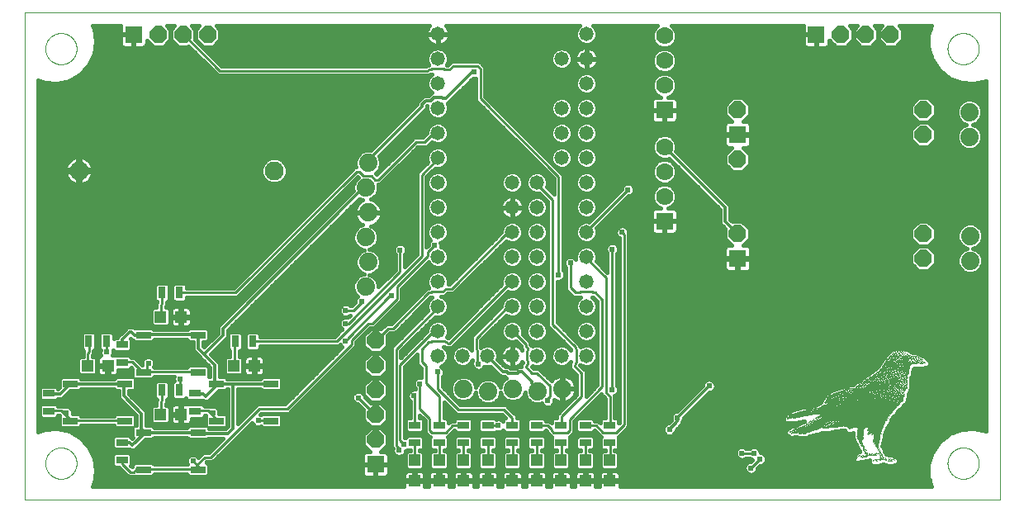
<source format=gbl>
G75*
%MOIN*%
%OFA0B0*%
%FSLAX25Y25*%
%IPPOS*%
%LPD*%
%AMOC8*
5,1,8,0,0,1.08239X$1,22.5*
%
%ADD10C,0.00000*%
%ADD11R,0.00295X0.00295*%
%ADD12R,0.01772X0.00295*%
%ADD13R,0.00591X0.00295*%
%ADD14R,0.00886X0.00295*%
%ADD15R,0.02067X0.00295*%
%ADD16R,0.01181X0.00295*%
%ADD17R,0.02362X0.00295*%
%ADD18R,0.01476X0.00295*%
%ADD19R,0.02657X0.00295*%
%ADD20R,0.02953X0.00295*%
%ADD21R,0.03543X0.00295*%
%ADD22R,0.03839X0.00295*%
%ADD23R,0.05315X0.00295*%
%ADD24R,0.06496X0.00295*%
%ADD25R,0.07087X0.00295*%
%ADD26R,0.05610X0.00295*%
%ADD27R,0.07382X0.00295*%
%ADD28R,0.05906X0.00295*%
%ADD29R,0.09154X0.00295*%
%ADD30R,0.06201X0.00295*%
%ADD31R,0.09449X0.00295*%
%ADD32R,0.12106X0.00295*%
%ADD33R,0.10335X0.00295*%
%ADD34R,0.07677X0.00295*%
%ADD35R,0.14764X0.00295*%
%ADD36R,0.07972X0.00295*%
%ADD37R,0.16240X0.00295*%
%ADD38R,0.06791X0.00295*%
%ADD39R,0.22441X0.00295*%
%ADD40R,0.22146X0.00295*%
%ADD41R,0.08858X0.00295*%
%ADD42R,0.20965X0.00295*%
%ADD43R,0.20374X0.00295*%
%ADD44R,0.21555X0.00295*%
%ADD45R,0.18898X0.00295*%
%ADD46R,0.10039X0.00295*%
%ADD47R,0.18602X0.00295*%
%ADD48R,0.27756X0.00295*%
%ADD49R,0.28346X0.00295*%
%ADD50R,0.27461X0.00295*%
%ADD51R,0.27165X0.00295*%
%ADD52R,0.05020X0.00295*%
%ADD53R,0.26575X0.00295*%
%ADD54R,0.28642X0.00295*%
%ADD55R,0.39862X0.00295*%
%ADD56R,0.37205X0.00295*%
%ADD57R,0.38681X0.00295*%
%ADD58R,0.04724X0.00295*%
%ADD59R,0.32776X0.00295*%
%ADD60R,0.31299X0.00295*%
%ADD61R,0.29823X0.00295*%
%ADD62R,0.31004X0.00295*%
%ADD63R,0.31890X0.00295*%
%ADD64R,0.30709X0.00295*%
%ADD65R,0.24508X0.00295*%
%ADD66R,0.30413X0.00295*%
%ADD67R,0.23917X0.00295*%
%ADD68R,0.29232X0.00295*%
%ADD69R,0.25689X0.00295*%
%ADD70R,0.20669X0.00295*%
%ADD71R,0.12697X0.00295*%
%ADD72R,0.04429X0.00295*%
%ADD73R,0.14469X0.00295*%
%ADD74R,0.13878X0.00295*%
%ADD75R,0.03248X0.00295*%
%ADD76R,0.14173X0.00295*%
%ADD77R,0.11811X0.00295*%
%ADD78R,0.13583X0.00295*%
%ADD79R,0.12992X0.00295*%
%ADD80R,0.08563X0.00295*%
%ADD81R,0.10925X0.00295*%
%ADD82R,0.04134X0.00295*%
%ADD83R,0.11220X0.00295*%
%ADD84C,0.07400*%
%ADD85OC8,0.07000*%
%ADD86R,0.07000X0.07000*%
%ADD87C,0.07000*%
%ADD88C,0.05800*%
%ADD89R,0.06000X0.03000*%
%ADD90C,0.07677*%
%ADD91R,0.04724X0.03150*%
%ADD92R,0.03150X0.04724*%
%ADD93R,0.04724X0.04724*%
%ADD94C,0.01600*%
%ADD95C,0.02400*%
%ADD96C,0.01200*%
%ADD97C,0.01000*%
D10*
X0011643Y0016420D02*
X0011643Y0213270D01*
X0405343Y0213270D01*
X0405343Y0016420D01*
X0011643Y0016420D01*
X0020107Y0031183D02*
X0020109Y0031341D01*
X0020115Y0031499D01*
X0020125Y0031657D01*
X0020139Y0031815D01*
X0020157Y0031972D01*
X0020178Y0032129D01*
X0020204Y0032285D01*
X0020234Y0032441D01*
X0020267Y0032596D01*
X0020305Y0032749D01*
X0020346Y0032902D01*
X0020391Y0033054D01*
X0020440Y0033205D01*
X0020493Y0033354D01*
X0020549Y0033502D01*
X0020609Y0033648D01*
X0020673Y0033793D01*
X0020741Y0033936D01*
X0020812Y0034078D01*
X0020886Y0034218D01*
X0020964Y0034355D01*
X0021046Y0034491D01*
X0021130Y0034625D01*
X0021219Y0034756D01*
X0021310Y0034885D01*
X0021405Y0035012D01*
X0021502Y0035137D01*
X0021603Y0035259D01*
X0021707Y0035378D01*
X0021814Y0035495D01*
X0021924Y0035609D01*
X0022037Y0035720D01*
X0022152Y0035829D01*
X0022270Y0035934D01*
X0022391Y0036036D01*
X0022514Y0036136D01*
X0022640Y0036232D01*
X0022768Y0036325D01*
X0022898Y0036415D01*
X0023031Y0036501D01*
X0023166Y0036585D01*
X0023302Y0036664D01*
X0023441Y0036741D01*
X0023582Y0036813D01*
X0023724Y0036883D01*
X0023868Y0036948D01*
X0024014Y0037010D01*
X0024161Y0037068D01*
X0024310Y0037123D01*
X0024460Y0037174D01*
X0024611Y0037221D01*
X0024763Y0037264D01*
X0024916Y0037303D01*
X0025071Y0037339D01*
X0025226Y0037370D01*
X0025382Y0037398D01*
X0025538Y0037422D01*
X0025695Y0037442D01*
X0025853Y0037458D01*
X0026010Y0037470D01*
X0026169Y0037478D01*
X0026327Y0037482D01*
X0026485Y0037482D01*
X0026643Y0037478D01*
X0026802Y0037470D01*
X0026959Y0037458D01*
X0027117Y0037442D01*
X0027274Y0037422D01*
X0027430Y0037398D01*
X0027586Y0037370D01*
X0027741Y0037339D01*
X0027896Y0037303D01*
X0028049Y0037264D01*
X0028201Y0037221D01*
X0028352Y0037174D01*
X0028502Y0037123D01*
X0028651Y0037068D01*
X0028798Y0037010D01*
X0028944Y0036948D01*
X0029088Y0036883D01*
X0029230Y0036813D01*
X0029371Y0036741D01*
X0029510Y0036664D01*
X0029646Y0036585D01*
X0029781Y0036501D01*
X0029914Y0036415D01*
X0030044Y0036325D01*
X0030172Y0036232D01*
X0030298Y0036136D01*
X0030421Y0036036D01*
X0030542Y0035934D01*
X0030660Y0035829D01*
X0030775Y0035720D01*
X0030888Y0035609D01*
X0030998Y0035495D01*
X0031105Y0035378D01*
X0031209Y0035259D01*
X0031310Y0035137D01*
X0031407Y0035012D01*
X0031502Y0034885D01*
X0031593Y0034756D01*
X0031682Y0034625D01*
X0031766Y0034491D01*
X0031848Y0034355D01*
X0031926Y0034218D01*
X0032000Y0034078D01*
X0032071Y0033936D01*
X0032139Y0033793D01*
X0032203Y0033648D01*
X0032263Y0033502D01*
X0032319Y0033354D01*
X0032372Y0033205D01*
X0032421Y0033054D01*
X0032466Y0032902D01*
X0032507Y0032749D01*
X0032545Y0032596D01*
X0032578Y0032441D01*
X0032608Y0032285D01*
X0032634Y0032129D01*
X0032655Y0031972D01*
X0032673Y0031815D01*
X0032687Y0031657D01*
X0032697Y0031499D01*
X0032703Y0031341D01*
X0032705Y0031183D01*
X0032703Y0031025D01*
X0032697Y0030867D01*
X0032687Y0030709D01*
X0032673Y0030551D01*
X0032655Y0030394D01*
X0032634Y0030237D01*
X0032608Y0030081D01*
X0032578Y0029925D01*
X0032545Y0029770D01*
X0032507Y0029617D01*
X0032466Y0029464D01*
X0032421Y0029312D01*
X0032372Y0029161D01*
X0032319Y0029012D01*
X0032263Y0028864D01*
X0032203Y0028718D01*
X0032139Y0028573D01*
X0032071Y0028430D01*
X0032000Y0028288D01*
X0031926Y0028148D01*
X0031848Y0028011D01*
X0031766Y0027875D01*
X0031682Y0027741D01*
X0031593Y0027610D01*
X0031502Y0027481D01*
X0031407Y0027354D01*
X0031310Y0027229D01*
X0031209Y0027107D01*
X0031105Y0026988D01*
X0030998Y0026871D01*
X0030888Y0026757D01*
X0030775Y0026646D01*
X0030660Y0026537D01*
X0030542Y0026432D01*
X0030421Y0026330D01*
X0030298Y0026230D01*
X0030172Y0026134D01*
X0030044Y0026041D01*
X0029914Y0025951D01*
X0029781Y0025865D01*
X0029646Y0025781D01*
X0029510Y0025702D01*
X0029371Y0025625D01*
X0029230Y0025553D01*
X0029088Y0025483D01*
X0028944Y0025418D01*
X0028798Y0025356D01*
X0028651Y0025298D01*
X0028502Y0025243D01*
X0028352Y0025192D01*
X0028201Y0025145D01*
X0028049Y0025102D01*
X0027896Y0025063D01*
X0027741Y0025027D01*
X0027586Y0024996D01*
X0027430Y0024968D01*
X0027274Y0024944D01*
X0027117Y0024924D01*
X0026959Y0024908D01*
X0026802Y0024896D01*
X0026643Y0024888D01*
X0026485Y0024884D01*
X0026327Y0024884D01*
X0026169Y0024888D01*
X0026010Y0024896D01*
X0025853Y0024908D01*
X0025695Y0024924D01*
X0025538Y0024944D01*
X0025382Y0024968D01*
X0025226Y0024996D01*
X0025071Y0025027D01*
X0024916Y0025063D01*
X0024763Y0025102D01*
X0024611Y0025145D01*
X0024460Y0025192D01*
X0024310Y0025243D01*
X0024161Y0025298D01*
X0024014Y0025356D01*
X0023868Y0025418D01*
X0023724Y0025483D01*
X0023582Y0025553D01*
X0023441Y0025625D01*
X0023302Y0025702D01*
X0023166Y0025781D01*
X0023031Y0025865D01*
X0022898Y0025951D01*
X0022768Y0026041D01*
X0022640Y0026134D01*
X0022514Y0026230D01*
X0022391Y0026330D01*
X0022270Y0026432D01*
X0022152Y0026537D01*
X0022037Y0026646D01*
X0021924Y0026757D01*
X0021814Y0026871D01*
X0021707Y0026988D01*
X0021603Y0027107D01*
X0021502Y0027229D01*
X0021405Y0027354D01*
X0021310Y0027481D01*
X0021219Y0027610D01*
X0021130Y0027741D01*
X0021046Y0027875D01*
X0020964Y0028011D01*
X0020886Y0028148D01*
X0020812Y0028288D01*
X0020741Y0028430D01*
X0020673Y0028573D01*
X0020609Y0028718D01*
X0020549Y0028864D01*
X0020493Y0029012D01*
X0020440Y0029161D01*
X0020391Y0029312D01*
X0020346Y0029464D01*
X0020305Y0029617D01*
X0020267Y0029770D01*
X0020234Y0029925D01*
X0020204Y0030081D01*
X0020178Y0030237D01*
X0020157Y0030394D01*
X0020139Y0030551D01*
X0020125Y0030709D01*
X0020115Y0030867D01*
X0020109Y0031025D01*
X0020107Y0031183D01*
X0020107Y0198506D02*
X0020109Y0198664D01*
X0020115Y0198822D01*
X0020125Y0198980D01*
X0020139Y0199138D01*
X0020157Y0199295D01*
X0020178Y0199452D01*
X0020204Y0199608D01*
X0020234Y0199764D01*
X0020267Y0199919D01*
X0020305Y0200072D01*
X0020346Y0200225D01*
X0020391Y0200377D01*
X0020440Y0200528D01*
X0020493Y0200677D01*
X0020549Y0200825D01*
X0020609Y0200971D01*
X0020673Y0201116D01*
X0020741Y0201259D01*
X0020812Y0201401D01*
X0020886Y0201541D01*
X0020964Y0201678D01*
X0021046Y0201814D01*
X0021130Y0201948D01*
X0021219Y0202079D01*
X0021310Y0202208D01*
X0021405Y0202335D01*
X0021502Y0202460D01*
X0021603Y0202582D01*
X0021707Y0202701D01*
X0021814Y0202818D01*
X0021924Y0202932D01*
X0022037Y0203043D01*
X0022152Y0203152D01*
X0022270Y0203257D01*
X0022391Y0203359D01*
X0022514Y0203459D01*
X0022640Y0203555D01*
X0022768Y0203648D01*
X0022898Y0203738D01*
X0023031Y0203824D01*
X0023166Y0203908D01*
X0023302Y0203987D01*
X0023441Y0204064D01*
X0023582Y0204136D01*
X0023724Y0204206D01*
X0023868Y0204271D01*
X0024014Y0204333D01*
X0024161Y0204391D01*
X0024310Y0204446D01*
X0024460Y0204497D01*
X0024611Y0204544D01*
X0024763Y0204587D01*
X0024916Y0204626D01*
X0025071Y0204662D01*
X0025226Y0204693D01*
X0025382Y0204721D01*
X0025538Y0204745D01*
X0025695Y0204765D01*
X0025853Y0204781D01*
X0026010Y0204793D01*
X0026169Y0204801D01*
X0026327Y0204805D01*
X0026485Y0204805D01*
X0026643Y0204801D01*
X0026802Y0204793D01*
X0026959Y0204781D01*
X0027117Y0204765D01*
X0027274Y0204745D01*
X0027430Y0204721D01*
X0027586Y0204693D01*
X0027741Y0204662D01*
X0027896Y0204626D01*
X0028049Y0204587D01*
X0028201Y0204544D01*
X0028352Y0204497D01*
X0028502Y0204446D01*
X0028651Y0204391D01*
X0028798Y0204333D01*
X0028944Y0204271D01*
X0029088Y0204206D01*
X0029230Y0204136D01*
X0029371Y0204064D01*
X0029510Y0203987D01*
X0029646Y0203908D01*
X0029781Y0203824D01*
X0029914Y0203738D01*
X0030044Y0203648D01*
X0030172Y0203555D01*
X0030298Y0203459D01*
X0030421Y0203359D01*
X0030542Y0203257D01*
X0030660Y0203152D01*
X0030775Y0203043D01*
X0030888Y0202932D01*
X0030998Y0202818D01*
X0031105Y0202701D01*
X0031209Y0202582D01*
X0031310Y0202460D01*
X0031407Y0202335D01*
X0031502Y0202208D01*
X0031593Y0202079D01*
X0031682Y0201948D01*
X0031766Y0201814D01*
X0031848Y0201678D01*
X0031926Y0201541D01*
X0032000Y0201401D01*
X0032071Y0201259D01*
X0032139Y0201116D01*
X0032203Y0200971D01*
X0032263Y0200825D01*
X0032319Y0200677D01*
X0032372Y0200528D01*
X0032421Y0200377D01*
X0032466Y0200225D01*
X0032507Y0200072D01*
X0032545Y0199919D01*
X0032578Y0199764D01*
X0032608Y0199608D01*
X0032634Y0199452D01*
X0032655Y0199295D01*
X0032673Y0199138D01*
X0032687Y0198980D01*
X0032697Y0198822D01*
X0032703Y0198664D01*
X0032705Y0198506D01*
X0032703Y0198348D01*
X0032697Y0198190D01*
X0032687Y0198032D01*
X0032673Y0197874D01*
X0032655Y0197717D01*
X0032634Y0197560D01*
X0032608Y0197404D01*
X0032578Y0197248D01*
X0032545Y0197093D01*
X0032507Y0196940D01*
X0032466Y0196787D01*
X0032421Y0196635D01*
X0032372Y0196484D01*
X0032319Y0196335D01*
X0032263Y0196187D01*
X0032203Y0196041D01*
X0032139Y0195896D01*
X0032071Y0195753D01*
X0032000Y0195611D01*
X0031926Y0195471D01*
X0031848Y0195334D01*
X0031766Y0195198D01*
X0031682Y0195064D01*
X0031593Y0194933D01*
X0031502Y0194804D01*
X0031407Y0194677D01*
X0031310Y0194552D01*
X0031209Y0194430D01*
X0031105Y0194311D01*
X0030998Y0194194D01*
X0030888Y0194080D01*
X0030775Y0193969D01*
X0030660Y0193860D01*
X0030542Y0193755D01*
X0030421Y0193653D01*
X0030298Y0193553D01*
X0030172Y0193457D01*
X0030044Y0193364D01*
X0029914Y0193274D01*
X0029781Y0193188D01*
X0029646Y0193104D01*
X0029510Y0193025D01*
X0029371Y0192948D01*
X0029230Y0192876D01*
X0029088Y0192806D01*
X0028944Y0192741D01*
X0028798Y0192679D01*
X0028651Y0192621D01*
X0028502Y0192566D01*
X0028352Y0192515D01*
X0028201Y0192468D01*
X0028049Y0192425D01*
X0027896Y0192386D01*
X0027741Y0192350D01*
X0027586Y0192319D01*
X0027430Y0192291D01*
X0027274Y0192267D01*
X0027117Y0192247D01*
X0026959Y0192231D01*
X0026802Y0192219D01*
X0026643Y0192211D01*
X0026485Y0192207D01*
X0026327Y0192207D01*
X0026169Y0192211D01*
X0026010Y0192219D01*
X0025853Y0192231D01*
X0025695Y0192247D01*
X0025538Y0192267D01*
X0025382Y0192291D01*
X0025226Y0192319D01*
X0025071Y0192350D01*
X0024916Y0192386D01*
X0024763Y0192425D01*
X0024611Y0192468D01*
X0024460Y0192515D01*
X0024310Y0192566D01*
X0024161Y0192621D01*
X0024014Y0192679D01*
X0023868Y0192741D01*
X0023724Y0192806D01*
X0023582Y0192876D01*
X0023441Y0192948D01*
X0023302Y0193025D01*
X0023166Y0193104D01*
X0023031Y0193188D01*
X0022898Y0193274D01*
X0022768Y0193364D01*
X0022640Y0193457D01*
X0022514Y0193553D01*
X0022391Y0193653D01*
X0022270Y0193755D01*
X0022152Y0193860D01*
X0022037Y0193969D01*
X0021924Y0194080D01*
X0021814Y0194194D01*
X0021707Y0194311D01*
X0021603Y0194430D01*
X0021502Y0194552D01*
X0021405Y0194677D01*
X0021310Y0194804D01*
X0021219Y0194933D01*
X0021130Y0195064D01*
X0021046Y0195198D01*
X0020964Y0195334D01*
X0020886Y0195471D01*
X0020812Y0195611D01*
X0020741Y0195753D01*
X0020673Y0195896D01*
X0020609Y0196041D01*
X0020549Y0196187D01*
X0020493Y0196335D01*
X0020440Y0196484D01*
X0020391Y0196635D01*
X0020346Y0196787D01*
X0020305Y0196940D01*
X0020267Y0197093D01*
X0020234Y0197248D01*
X0020204Y0197404D01*
X0020178Y0197560D01*
X0020157Y0197717D01*
X0020139Y0197874D01*
X0020125Y0198032D01*
X0020115Y0198190D01*
X0020109Y0198348D01*
X0020107Y0198506D01*
X0384281Y0198506D02*
X0384283Y0198664D01*
X0384289Y0198822D01*
X0384299Y0198980D01*
X0384313Y0199138D01*
X0384331Y0199295D01*
X0384352Y0199452D01*
X0384378Y0199608D01*
X0384408Y0199764D01*
X0384441Y0199919D01*
X0384479Y0200072D01*
X0384520Y0200225D01*
X0384565Y0200377D01*
X0384614Y0200528D01*
X0384667Y0200677D01*
X0384723Y0200825D01*
X0384783Y0200971D01*
X0384847Y0201116D01*
X0384915Y0201259D01*
X0384986Y0201401D01*
X0385060Y0201541D01*
X0385138Y0201678D01*
X0385220Y0201814D01*
X0385304Y0201948D01*
X0385393Y0202079D01*
X0385484Y0202208D01*
X0385579Y0202335D01*
X0385676Y0202460D01*
X0385777Y0202582D01*
X0385881Y0202701D01*
X0385988Y0202818D01*
X0386098Y0202932D01*
X0386211Y0203043D01*
X0386326Y0203152D01*
X0386444Y0203257D01*
X0386565Y0203359D01*
X0386688Y0203459D01*
X0386814Y0203555D01*
X0386942Y0203648D01*
X0387072Y0203738D01*
X0387205Y0203824D01*
X0387340Y0203908D01*
X0387476Y0203987D01*
X0387615Y0204064D01*
X0387756Y0204136D01*
X0387898Y0204206D01*
X0388042Y0204271D01*
X0388188Y0204333D01*
X0388335Y0204391D01*
X0388484Y0204446D01*
X0388634Y0204497D01*
X0388785Y0204544D01*
X0388937Y0204587D01*
X0389090Y0204626D01*
X0389245Y0204662D01*
X0389400Y0204693D01*
X0389556Y0204721D01*
X0389712Y0204745D01*
X0389869Y0204765D01*
X0390027Y0204781D01*
X0390184Y0204793D01*
X0390343Y0204801D01*
X0390501Y0204805D01*
X0390659Y0204805D01*
X0390817Y0204801D01*
X0390976Y0204793D01*
X0391133Y0204781D01*
X0391291Y0204765D01*
X0391448Y0204745D01*
X0391604Y0204721D01*
X0391760Y0204693D01*
X0391915Y0204662D01*
X0392070Y0204626D01*
X0392223Y0204587D01*
X0392375Y0204544D01*
X0392526Y0204497D01*
X0392676Y0204446D01*
X0392825Y0204391D01*
X0392972Y0204333D01*
X0393118Y0204271D01*
X0393262Y0204206D01*
X0393404Y0204136D01*
X0393545Y0204064D01*
X0393684Y0203987D01*
X0393820Y0203908D01*
X0393955Y0203824D01*
X0394088Y0203738D01*
X0394218Y0203648D01*
X0394346Y0203555D01*
X0394472Y0203459D01*
X0394595Y0203359D01*
X0394716Y0203257D01*
X0394834Y0203152D01*
X0394949Y0203043D01*
X0395062Y0202932D01*
X0395172Y0202818D01*
X0395279Y0202701D01*
X0395383Y0202582D01*
X0395484Y0202460D01*
X0395581Y0202335D01*
X0395676Y0202208D01*
X0395767Y0202079D01*
X0395856Y0201948D01*
X0395940Y0201814D01*
X0396022Y0201678D01*
X0396100Y0201541D01*
X0396174Y0201401D01*
X0396245Y0201259D01*
X0396313Y0201116D01*
X0396377Y0200971D01*
X0396437Y0200825D01*
X0396493Y0200677D01*
X0396546Y0200528D01*
X0396595Y0200377D01*
X0396640Y0200225D01*
X0396681Y0200072D01*
X0396719Y0199919D01*
X0396752Y0199764D01*
X0396782Y0199608D01*
X0396808Y0199452D01*
X0396829Y0199295D01*
X0396847Y0199138D01*
X0396861Y0198980D01*
X0396871Y0198822D01*
X0396877Y0198664D01*
X0396879Y0198506D01*
X0396877Y0198348D01*
X0396871Y0198190D01*
X0396861Y0198032D01*
X0396847Y0197874D01*
X0396829Y0197717D01*
X0396808Y0197560D01*
X0396782Y0197404D01*
X0396752Y0197248D01*
X0396719Y0197093D01*
X0396681Y0196940D01*
X0396640Y0196787D01*
X0396595Y0196635D01*
X0396546Y0196484D01*
X0396493Y0196335D01*
X0396437Y0196187D01*
X0396377Y0196041D01*
X0396313Y0195896D01*
X0396245Y0195753D01*
X0396174Y0195611D01*
X0396100Y0195471D01*
X0396022Y0195334D01*
X0395940Y0195198D01*
X0395856Y0195064D01*
X0395767Y0194933D01*
X0395676Y0194804D01*
X0395581Y0194677D01*
X0395484Y0194552D01*
X0395383Y0194430D01*
X0395279Y0194311D01*
X0395172Y0194194D01*
X0395062Y0194080D01*
X0394949Y0193969D01*
X0394834Y0193860D01*
X0394716Y0193755D01*
X0394595Y0193653D01*
X0394472Y0193553D01*
X0394346Y0193457D01*
X0394218Y0193364D01*
X0394088Y0193274D01*
X0393955Y0193188D01*
X0393820Y0193104D01*
X0393684Y0193025D01*
X0393545Y0192948D01*
X0393404Y0192876D01*
X0393262Y0192806D01*
X0393118Y0192741D01*
X0392972Y0192679D01*
X0392825Y0192621D01*
X0392676Y0192566D01*
X0392526Y0192515D01*
X0392375Y0192468D01*
X0392223Y0192425D01*
X0392070Y0192386D01*
X0391915Y0192350D01*
X0391760Y0192319D01*
X0391604Y0192291D01*
X0391448Y0192267D01*
X0391291Y0192247D01*
X0391133Y0192231D01*
X0390976Y0192219D01*
X0390817Y0192211D01*
X0390659Y0192207D01*
X0390501Y0192207D01*
X0390343Y0192211D01*
X0390184Y0192219D01*
X0390027Y0192231D01*
X0389869Y0192247D01*
X0389712Y0192267D01*
X0389556Y0192291D01*
X0389400Y0192319D01*
X0389245Y0192350D01*
X0389090Y0192386D01*
X0388937Y0192425D01*
X0388785Y0192468D01*
X0388634Y0192515D01*
X0388484Y0192566D01*
X0388335Y0192621D01*
X0388188Y0192679D01*
X0388042Y0192741D01*
X0387898Y0192806D01*
X0387756Y0192876D01*
X0387615Y0192948D01*
X0387476Y0193025D01*
X0387340Y0193104D01*
X0387205Y0193188D01*
X0387072Y0193274D01*
X0386942Y0193364D01*
X0386814Y0193457D01*
X0386688Y0193553D01*
X0386565Y0193653D01*
X0386444Y0193755D01*
X0386326Y0193860D01*
X0386211Y0193969D01*
X0386098Y0194080D01*
X0385988Y0194194D01*
X0385881Y0194311D01*
X0385777Y0194430D01*
X0385676Y0194552D01*
X0385579Y0194677D01*
X0385484Y0194804D01*
X0385393Y0194933D01*
X0385304Y0195064D01*
X0385220Y0195198D01*
X0385138Y0195334D01*
X0385060Y0195471D01*
X0384986Y0195611D01*
X0384915Y0195753D01*
X0384847Y0195896D01*
X0384783Y0196041D01*
X0384723Y0196187D01*
X0384667Y0196335D01*
X0384614Y0196484D01*
X0384565Y0196635D01*
X0384520Y0196787D01*
X0384479Y0196940D01*
X0384441Y0197093D01*
X0384408Y0197248D01*
X0384378Y0197404D01*
X0384352Y0197560D01*
X0384331Y0197717D01*
X0384313Y0197874D01*
X0384299Y0198032D01*
X0384289Y0198190D01*
X0384283Y0198348D01*
X0384281Y0198506D01*
X0384281Y0031183D02*
X0384283Y0031341D01*
X0384289Y0031499D01*
X0384299Y0031657D01*
X0384313Y0031815D01*
X0384331Y0031972D01*
X0384352Y0032129D01*
X0384378Y0032285D01*
X0384408Y0032441D01*
X0384441Y0032596D01*
X0384479Y0032749D01*
X0384520Y0032902D01*
X0384565Y0033054D01*
X0384614Y0033205D01*
X0384667Y0033354D01*
X0384723Y0033502D01*
X0384783Y0033648D01*
X0384847Y0033793D01*
X0384915Y0033936D01*
X0384986Y0034078D01*
X0385060Y0034218D01*
X0385138Y0034355D01*
X0385220Y0034491D01*
X0385304Y0034625D01*
X0385393Y0034756D01*
X0385484Y0034885D01*
X0385579Y0035012D01*
X0385676Y0035137D01*
X0385777Y0035259D01*
X0385881Y0035378D01*
X0385988Y0035495D01*
X0386098Y0035609D01*
X0386211Y0035720D01*
X0386326Y0035829D01*
X0386444Y0035934D01*
X0386565Y0036036D01*
X0386688Y0036136D01*
X0386814Y0036232D01*
X0386942Y0036325D01*
X0387072Y0036415D01*
X0387205Y0036501D01*
X0387340Y0036585D01*
X0387476Y0036664D01*
X0387615Y0036741D01*
X0387756Y0036813D01*
X0387898Y0036883D01*
X0388042Y0036948D01*
X0388188Y0037010D01*
X0388335Y0037068D01*
X0388484Y0037123D01*
X0388634Y0037174D01*
X0388785Y0037221D01*
X0388937Y0037264D01*
X0389090Y0037303D01*
X0389245Y0037339D01*
X0389400Y0037370D01*
X0389556Y0037398D01*
X0389712Y0037422D01*
X0389869Y0037442D01*
X0390027Y0037458D01*
X0390184Y0037470D01*
X0390343Y0037478D01*
X0390501Y0037482D01*
X0390659Y0037482D01*
X0390817Y0037478D01*
X0390976Y0037470D01*
X0391133Y0037458D01*
X0391291Y0037442D01*
X0391448Y0037422D01*
X0391604Y0037398D01*
X0391760Y0037370D01*
X0391915Y0037339D01*
X0392070Y0037303D01*
X0392223Y0037264D01*
X0392375Y0037221D01*
X0392526Y0037174D01*
X0392676Y0037123D01*
X0392825Y0037068D01*
X0392972Y0037010D01*
X0393118Y0036948D01*
X0393262Y0036883D01*
X0393404Y0036813D01*
X0393545Y0036741D01*
X0393684Y0036664D01*
X0393820Y0036585D01*
X0393955Y0036501D01*
X0394088Y0036415D01*
X0394218Y0036325D01*
X0394346Y0036232D01*
X0394472Y0036136D01*
X0394595Y0036036D01*
X0394716Y0035934D01*
X0394834Y0035829D01*
X0394949Y0035720D01*
X0395062Y0035609D01*
X0395172Y0035495D01*
X0395279Y0035378D01*
X0395383Y0035259D01*
X0395484Y0035137D01*
X0395581Y0035012D01*
X0395676Y0034885D01*
X0395767Y0034756D01*
X0395856Y0034625D01*
X0395940Y0034491D01*
X0396022Y0034355D01*
X0396100Y0034218D01*
X0396174Y0034078D01*
X0396245Y0033936D01*
X0396313Y0033793D01*
X0396377Y0033648D01*
X0396437Y0033502D01*
X0396493Y0033354D01*
X0396546Y0033205D01*
X0396595Y0033054D01*
X0396640Y0032902D01*
X0396681Y0032749D01*
X0396719Y0032596D01*
X0396752Y0032441D01*
X0396782Y0032285D01*
X0396808Y0032129D01*
X0396829Y0031972D01*
X0396847Y0031815D01*
X0396861Y0031657D01*
X0396871Y0031499D01*
X0396877Y0031341D01*
X0396879Y0031183D01*
X0396877Y0031025D01*
X0396871Y0030867D01*
X0396861Y0030709D01*
X0396847Y0030551D01*
X0396829Y0030394D01*
X0396808Y0030237D01*
X0396782Y0030081D01*
X0396752Y0029925D01*
X0396719Y0029770D01*
X0396681Y0029617D01*
X0396640Y0029464D01*
X0396595Y0029312D01*
X0396546Y0029161D01*
X0396493Y0029012D01*
X0396437Y0028864D01*
X0396377Y0028718D01*
X0396313Y0028573D01*
X0396245Y0028430D01*
X0396174Y0028288D01*
X0396100Y0028148D01*
X0396022Y0028011D01*
X0395940Y0027875D01*
X0395856Y0027741D01*
X0395767Y0027610D01*
X0395676Y0027481D01*
X0395581Y0027354D01*
X0395484Y0027229D01*
X0395383Y0027107D01*
X0395279Y0026988D01*
X0395172Y0026871D01*
X0395062Y0026757D01*
X0394949Y0026646D01*
X0394834Y0026537D01*
X0394716Y0026432D01*
X0394595Y0026330D01*
X0394472Y0026230D01*
X0394346Y0026134D01*
X0394218Y0026041D01*
X0394088Y0025951D01*
X0393955Y0025865D01*
X0393820Y0025781D01*
X0393684Y0025702D01*
X0393545Y0025625D01*
X0393404Y0025553D01*
X0393262Y0025483D01*
X0393118Y0025418D01*
X0392972Y0025356D01*
X0392825Y0025298D01*
X0392676Y0025243D01*
X0392526Y0025192D01*
X0392375Y0025145D01*
X0392223Y0025102D01*
X0392070Y0025063D01*
X0391915Y0025027D01*
X0391760Y0024996D01*
X0391604Y0024968D01*
X0391448Y0024944D01*
X0391291Y0024924D01*
X0391133Y0024908D01*
X0390976Y0024896D01*
X0390817Y0024888D01*
X0390659Y0024884D01*
X0390501Y0024884D01*
X0390343Y0024888D01*
X0390184Y0024896D01*
X0390027Y0024908D01*
X0389869Y0024924D01*
X0389712Y0024944D01*
X0389556Y0024968D01*
X0389400Y0024996D01*
X0389245Y0025027D01*
X0389090Y0025063D01*
X0388937Y0025102D01*
X0388785Y0025145D01*
X0388634Y0025192D01*
X0388484Y0025243D01*
X0388335Y0025298D01*
X0388188Y0025356D01*
X0388042Y0025418D01*
X0387898Y0025483D01*
X0387756Y0025553D01*
X0387615Y0025625D01*
X0387476Y0025702D01*
X0387340Y0025781D01*
X0387205Y0025865D01*
X0387072Y0025951D01*
X0386942Y0026041D01*
X0386814Y0026134D01*
X0386688Y0026230D01*
X0386565Y0026330D01*
X0386444Y0026432D01*
X0386326Y0026537D01*
X0386211Y0026646D01*
X0386098Y0026757D01*
X0385988Y0026871D01*
X0385881Y0026988D01*
X0385777Y0027107D01*
X0385676Y0027229D01*
X0385579Y0027354D01*
X0385484Y0027481D01*
X0385393Y0027610D01*
X0385304Y0027741D01*
X0385220Y0027875D01*
X0385138Y0028011D01*
X0385060Y0028148D01*
X0384986Y0028288D01*
X0384915Y0028430D01*
X0384847Y0028573D01*
X0384783Y0028718D01*
X0384723Y0028864D01*
X0384667Y0029012D01*
X0384614Y0029161D01*
X0384565Y0029312D01*
X0384520Y0029464D01*
X0384479Y0029617D01*
X0384441Y0029770D01*
X0384408Y0029925D01*
X0384378Y0030081D01*
X0384352Y0030237D01*
X0384331Y0030394D01*
X0384313Y0030551D01*
X0384299Y0030709D01*
X0384289Y0030867D01*
X0384283Y0031025D01*
X0384281Y0031183D01*
D11*
X0363020Y0032069D03*
X0361544Y0032955D03*
X0360954Y0032955D03*
X0360954Y0032660D03*
X0360658Y0032069D03*
X0359477Y0032955D03*
X0359477Y0033250D03*
X0358591Y0032955D03*
X0358001Y0033841D03*
X0357410Y0033841D03*
X0357115Y0034431D03*
X0355639Y0035022D03*
X0356524Y0036203D03*
X0357115Y0036203D03*
X0356820Y0036794D03*
X0356229Y0036794D03*
X0356524Y0037384D03*
X0355934Y0032365D03*
X0355934Y0032069D03*
X0356229Y0031774D03*
X0355639Y0031774D03*
X0355343Y0032069D03*
X0354457Y0031774D03*
X0350028Y0033250D03*
X0348257Y0033546D03*
X0347961Y0033250D03*
X0347961Y0032955D03*
X0352391Y0042404D03*
X0330540Y0048605D03*
X0330540Y0048900D03*
X0329064Y0048014D03*
X0328178Y0047128D03*
X0327587Y0047128D03*
X0324930Y0045652D03*
X0324044Y0045357D03*
X0323454Y0045061D03*
X0321387Y0042994D03*
X0345304Y0060711D03*
X0352095Y0065140D03*
X0353276Y0066026D03*
X0363020Y0061597D03*
X0363611Y0061302D03*
X0364202Y0061006D03*
X0365678Y0060711D03*
X0366859Y0059825D03*
X0366859Y0059530D03*
X0368040Y0063073D03*
X0368040Y0063959D03*
X0364202Y0068093D03*
X0368926Y0072522D03*
X0369812Y0072522D03*
X0370698Y0073703D03*
X0371879Y0073113D03*
X0372765Y0073113D03*
X0372765Y0072817D03*
X0373946Y0072522D03*
X0374536Y0071636D03*
X0375127Y0071636D03*
X0368040Y0075180D03*
X0367450Y0075475D03*
X0367154Y0075180D03*
X0366859Y0074884D03*
X0366859Y0074589D03*
X0366269Y0074884D03*
X0366564Y0075475D03*
X0366859Y0075770D03*
X0366269Y0075770D03*
X0365678Y0075475D03*
X0365087Y0075180D03*
X0365383Y0073998D03*
X0364792Y0073703D03*
X0365678Y0072817D03*
X0363316Y0075770D03*
X0362135Y0075180D03*
X0366564Y0056872D03*
D12*
X0365530Y0056282D03*
X0363463Y0057758D03*
X0363463Y0058644D03*
X0362282Y0061302D03*
X0366416Y0060416D03*
X0367007Y0061597D03*
X0367302Y0065435D03*
X0366121Y0066026D03*
X0366416Y0066617D03*
X0363759Y0066912D03*
X0362873Y0066026D03*
X0363759Y0064550D03*
X0356672Y0063664D03*
X0353424Y0065140D03*
X0356967Y0067207D03*
X0357853Y0068683D03*
X0359920Y0071636D03*
X0362873Y0071046D03*
X0361692Y0074294D03*
X0363168Y0074589D03*
X0365826Y0074294D03*
X0371141Y0073998D03*
X0372912Y0071636D03*
X0355786Y0059825D03*
X0353424Y0058054D03*
X0356081Y0057168D03*
X0345747Y0059530D03*
X0345452Y0060416D03*
X0344861Y0059825D03*
X0343680Y0060711D03*
X0342204Y0060120D03*
X0338660Y0058939D03*
X0335412Y0055396D03*
X0332164Y0049491D03*
X0323306Y0051262D03*
X0320353Y0049195D03*
X0345156Y0045061D03*
X0348995Y0040337D03*
X0355491Y0038861D03*
X0361101Y0031774D03*
D13*
X0361396Y0032069D03*
X0361692Y0032365D03*
X0362578Y0032365D03*
X0359625Y0032365D03*
X0359625Y0032069D03*
X0358444Y0033250D03*
X0358148Y0033546D03*
X0357853Y0034136D03*
X0357853Y0034431D03*
X0356967Y0034136D03*
X0357263Y0033546D03*
X0357853Y0032365D03*
X0356967Y0032069D03*
X0354605Y0032069D03*
X0352833Y0034727D03*
X0351948Y0034727D03*
X0351948Y0035022D03*
X0351652Y0034431D03*
X0351062Y0034727D03*
X0351062Y0035022D03*
X0351357Y0036203D03*
X0350471Y0036203D03*
X0349881Y0037975D03*
X0350176Y0034136D03*
X0349585Y0033841D03*
X0355786Y0037384D03*
X0356081Y0037089D03*
X0356672Y0035908D03*
X0339841Y0047719D03*
X0337479Y0046833D03*
X0332164Y0049195D03*
X0330983Y0049195D03*
X0331278Y0048309D03*
X0329802Y0048014D03*
X0328326Y0047424D03*
X0327440Y0046833D03*
X0326554Y0045947D03*
X0325668Y0045947D03*
X0325078Y0045357D03*
X0322715Y0044766D03*
X0322125Y0044471D03*
X0328621Y0043585D03*
X0319763Y0048900D03*
X0343680Y0060120D03*
X0344270Y0059530D03*
X0344861Y0060120D03*
X0348109Y0061302D03*
X0349881Y0061597D03*
X0350767Y0062187D03*
X0349585Y0063369D03*
X0351357Y0064550D03*
X0351948Y0063959D03*
X0352243Y0064550D03*
X0352833Y0063959D03*
X0353719Y0064254D03*
X0354900Y0065140D03*
X0354015Y0066026D03*
X0357263Y0064550D03*
X0357558Y0064254D03*
X0358148Y0064550D03*
X0358444Y0064254D03*
X0358148Y0063664D03*
X0359330Y0064254D03*
X0360215Y0064254D03*
X0361101Y0064254D03*
X0362282Y0063664D03*
X0363759Y0063369D03*
X0364054Y0063073D03*
X0364940Y0063073D03*
X0365826Y0063369D03*
X0365826Y0062187D03*
X0366711Y0061892D03*
X0367893Y0063369D03*
X0366711Y0064254D03*
X0366711Y0065140D03*
X0365826Y0065140D03*
X0365235Y0064550D03*
X0364940Y0065731D03*
X0365530Y0066321D03*
X0364940Y0066617D03*
X0364054Y0066617D03*
X0363463Y0066321D03*
X0361692Y0066617D03*
X0362282Y0068979D03*
X0361987Y0069569D03*
X0361101Y0069569D03*
X0363168Y0068979D03*
X0364940Y0067798D03*
X0366711Y0067502D03*
X0367893Y0066617D03*
X0367597Y0064845D03*
X0364644Y0060711D03*
X0365235Y0060120D03*
X0365235Y0059235D03*
X0365530Y0058939D03*
X0366121Y0059235D03*
X0366121Y0059530D03*
X0366711Y0058939D03*
X0366121Y0056577D03*
X0363463Y0058939D03*
X0363759Y0059530D03*
X0363168Y0059825D03*
X0362873Y0060416D03*
X0363168Y0061006D03*
X0363463Y0060711D03*
X0363759Y0060416D03*
X0362282Y0061006D03*
X0361987Y0060416D03*
X0361987Y0058644D03*
X0358148Y0059530D03*
X0357853Y0058054D03*
X0358444Y0061302D03*
X0354310Y0059825D03*
X0353424Y0059825D03*
X0359034Y0066617D03*
X0359920Y0072522D03*
X0361101Y0073998D03*
X0363168Y0074294D03*
X0362578Y0075475D03*
X0364054Y0076065D03*
X0364349Y0075180D03*
X0364644Y0074589D03*
X0364644Y0073998D03*
X0365530Y0074589D03*
X0366121Y0075180D03*
X0365530Y0075770D03*
X0366121Y0076065D03*
X0367597Y0074589D03*
X0368778Y0074294D03*
X0369074Y0073703D03*
X0369664Y0073998D03*
X0369664Y0074294D03*
X0369959Y0073703D03*
X0369664Y0072817D03*
X0369074Y0072227D03*
X0371141Y0072522D03*
X0371731Y0072817D03*
X0371436Y0073408D03*
X0371436Y0073703D03*
X0372322Y0073703D03*
X0373503Y0073113D03*
X0373207Y0072227D03*
X0372617Y0071931D03*
X0371731Y0071931D03*
X0365530Y0071046D03*
D14*
X0365678Y0070160D03*
X0364497Y0071046D03*
X0364792Y0072817D03*
X0364202Y0074294D03*
X0363906Y0074884D03*
X0363611Y0075475D03*
X0364202Y0075770D03*
X0364792Y0075475D03*
X0365087Y0076065D03*
X0365087Y0074884D03*
X0363020Y0073408D03*
X0361839Y0073408D03*
X0360658Y0073408D03*
X0361544Y0074589D03*
X0360658Y0068683D03*
X0360363Y0068093D03*
X0359477Y0068683D03*
X0361544Y0068093D03*
X0362725Y0066617D03*
X0363906Y0067798D03*
X0364202Y0067502D03*
X0364497Y0066321D03*
X0364497Y0066026D03*
X0365678Y0063959D03*
X0366269Y0063664D03*
X0366859Y0063369D03*
X0367154Y0063073D03*
X0366564Y0062778D03*
X0365973Y0063073D03*
X0364792Y0063369D03*
X0364792Y0060416D03*
X0365678Y0059825D03*
X0366859Y0060120D03*
X0367745Y0061892D03*
X0367745Y0062778D03*
X0367745Y0064254D03*
X0367745Y0065140D03*
X0367745Y0065731D03*
X0367745Y0066026D03*
X0369812Y0071636D03*
X0370107Y0072227D03*
X0370698Y0072817D03*
X0370402Y0073408D03*
X0370698Y0074294D03*
X0372765Y0073408D03*
X0373650Y0071931D03*
X0374241Y0072227D03*
X0374831Y0071931D03*
X0368040Y0074884D03*
X0357410Y0066321D03*
X0355934Y0065140D03*
X0356524Y0064254D03*
X0355343Y0067207D03*
X0352686Y0065435D03*
X0351505Y0063664D03*
X0351800Y0063073D03*
X0351209Y0062778D03*
X0350028Y0062778D03*
X0350324Y0061892D03*
X0348847Y0062778D03*
X0348552Y0061597D03*
X0347371Y0061597D03*
X0343237Y0059825D03*
X0342646Y0057463D03*
X0337627Y0055691D03*
X0335265Y0055101D03*
X0331426Y0048900D03*
X0329064Y0047128D03*
X0325816Y0045652D03*
X0320796Y0043585D03*
X0335265Y0046243D03*
X0337627Y0047719D03*
X0338808Y0047719D03*
X0344713Y0044766D03*
X0352391Y0042699D03*
X0353867Y0042404D03*
X0355934Y0037680D03*
X0356524Y0036498D03*
X0357115Y0035613D03*
X0357115Y0035317D03*
X0356820Y0035022D03*
X0357410Y0034727D03*
X0357410Y0033250D03*
X0356820Y0032365D03*
X0356229Y0032660D03*
X0355048Y0032365D03*
X0353867Y0034727D03*
X0351209Y0035613D03*
X0350914Y0035908D03*
X0350619Y0036794D03*
X0350324Y0037089D03*
X0350324Y0037384D03*
X0349733Y0038565D03*
X0348847Y0034136D03*
X0348552Y0033841D03*
X0360658Y0032365D03*
X0358887Y0058054D03*
X0360954Y0058644D03*
X0360363Y0060120D03*
X0364497Y0058939D03*
X0360363Y0065140D03*
X0359772Y0064845D03*
D15*
X0364202Y0062187D03*
X0361839Y0060711D03*
X0361544Y0059825D03*
X0361249Y0057758D03*
X0358296Y0057168D03*
X0357410Y0058644D03*
X0356229Y0058939D03*
X0360068Y0061302D03*
X0365678Y0058644D03*
X0365678Y0057758D03*
X0367154Y0064550D03*
X0365973Y0064845D03*
X0353867Y0064550D03*
X0350028Y0063073D03*
X0343237Y0060416D03*
X0340875Y0058939D03*
X0336446Y0057168D03*
X0335855Y0055691D03*
X0349143Y0040632D03*
X0355639Y0039156D03*
X0355639Y0034727D03*
X0358296Y0032660D03*
X0352095Y0034136D03*
X0351209Y0033841D03*
D16*
X0353129Y0034431D03*
X0350767Y0036498D03*
X0350176Y0037680D03*
X0349881Y0038270D03*
X0349585Y0038861D03*
X0349290Y0039451D03*
X0352538Y0042994D03*
X0355786Y0038270D03*
X0355786Y0037975D03*
X0357558Y0032955D03*
X0336889Y0047424D03*
X0330097Y0048309D03*
X0329211Y0047719D03*
X0326554Y0042994D03*
X0324782Y0042994D03*
X0321239Y0043880D03*
X0344566Y0059235D03*
X0348109Y0062187D03*
X0349585Y0062187D03*
X0350176Y0063664D03*
X0350767Y0063959D03*
X0354310Y0066321D03*
X0356081Y0067502D03*
X0359034Y0065140D03*
X0359625Y0066026D03*
X0361101Y0066026D03*
X0362578Y0067502D03*
X0363168Y0068093D03*
X0361987Y0068683D03*
X0364940Y0067207D03*
X0365530Y0067502D03*
X0365235Y0068093D03*
X0365235Y0065435D03*
X0364349Y0063959D03*
X0365826Y0062483D03*
X0367007Y0063959D03*
X0367597Y0063664D03*
X0366711Y0060711D03*
X0364940Y0059530D03*
X0364349Y0059825D03*
X0366416Y0058054D03*
X0360215Y0058054D03*
X0357853Y0060416D03*
X0359920Y0061892D03*
X0361396Y0061892D03*
X0359920Y0063369D03*
X0360215Y0063959D03*
X0359330Y0063664D03*
X0355196Y0059235D03*
X0356081Y0058349D03*
X0359034Y0070750D03*
X0359330Y0071341D03*
X0360215Y0072817D03*
X0362578Y0071931D03*
X0363759Y0073703D03*
X0363168Y0075180D03*
X0367597Y0074294D03*
X0368778Y0074589D03*
X0370550Y0071931D03*
X0371141Y0071636D03*
X0372617Y0072522D03*
X0373798Y0072817D03*
D17*
X0362873Y0073998D03*
X0361692Y0073703D03*
X0361396Y0071341D03*
X0359330Y0070455D03*
X0358444Y0069274D03*
X0359330Y0067207D03*
X0361396Y0066912D03*
X0362282Y0063959D03*
X0361987Y0063369D03*
X0361101Y0061597D03*
X0360806Y0059235D03*
X0363463Y0059235D03*
X0364644Y0061597D03*
X0354900Y0058644D03*
X0348404Y0061892D03*
X0346042Y0061302D03*
X0341318Y0059825D03*
X0339546Y0059235D03*
X0336889Y0057463D03*
X0331574Y0052443D03*
X0322420Y0043290D03*
X0348995Y0041518D03*
X0348995Y0041223D03*
X0348995Y0040928D03*
X0355491Y0040337D03*
X0355491Y0040042D03*
X0355491Y0039746D03*
X0355491Y0039451D03*
X0354605Y0034136D03*
X0350471Y0033546D03*
X0352538Y0064845D03*
X0354605Y0065435D03*
X0355786Y0066912D03*
D18*
X0355934Y0066321D03*
X0354753Y0066617D03*
X0356524Y0067798D03*
X0357706Y0067502D03*
X0358296Y0067798D03*
X0358591Y0065731D03*
X0357410Y0065140D03*
X0355934Y0064550D03*
X0355048Y0064254D03*
X0360363Y0066617D03*
X0361544Y0067207D03*
X0363316Y0067207D03*
X0363611Y0065731D03*
X0365678Y0066912D03*
X0366269Y0065731D03*
X0367154Y0066321D03*
X0367745Y0066912D03*
X0368040Y0067502D03*
X0368926Y0071931D03*
X0371879Y0072227D03*
X0373650Y0071046D03*
X0362430Y0074884D03*
X0358591Y0070160D03*
X0360954Y0063664D03*
X0362430Y0059530D03*
X0362725Y0057463D03*
X0363611Y0056282D03*
X0364792Y0055396D03*
X0359477Y0058644D03*
X0353572Y0059235D03*
X0341465Y0056577D03*
X0339103Y0055691D03*
X0337922Y0058644D03*
X0322568Y0049195D03*
X0326702Y0046243D03*
X0327883Y0046538D03*
X0321977Y0044176D03*
X0349143Y0040042D03*
X0349143Y0039746D03*
X0349438Y0039156D03*
X0351505Y0035317D03*
X0354753Y0034431D03*
X0355639Y0038565D03*
X0367154Y0062187D03*
X0367450Y0062483D03*
D19*
X0366269Y0061006D03*
X0364202Y0063664D03*
X0363020Y0065435D03*
X0361544Y0062187D03*
X0360068Y0060416D03*
X0360068Y0059530D03*
X0355934Y0058054D03*
X0358001Y0063959D03*
X0357115Y0066617D03*
X0358591Y0066912D03*
X0360363Y0071931D03*
X0367154Y0073703D03*
X0367450Y0068093D03*
X0351800Y0064254D03*
X0342351Y0059235D03*
X0330245Y0052739D03*
X0335265Y0045061D03*
X0345304Y0045357D03*
X0349143Y0044471D03*
X0349438Y0044766D03*
X0349143Y0043880D03*
X0349143Y0043585D03*
X0349143Y0043290D03*
X0349143Y0042994D03*
X0349143Y0042699D03*
X0348847Y0041813D03*
X0355639Y0041518D03*
X0355639Y0041223D03*
X0355639Y0040928D03*
X0355639Y0040632D03*
X0355934Y0042109D03*
X0355934Y0042404D03*
D20*
X0355786Y0041813D03*
X0348995Y0042109D03*
X0348995Y0042404D03*
X0348995Y0044176D03*
X0336889Y0047128D03*
X0328621Y0052443D03*
X0339251Y0057168D03*
X0354900Y0063959D03*
X0360215Y0067502D03*
X0361101Y0065731D03*
X0359034Y0069569D03*
X0362578Y0071636D03*
X0361987Y0072522D03*
X0362578Y0072817D03*
X0367302Y0073998D03*
X0367597Y0072817D03*
X0367893Y0070160D03*
X0367302Y0067207D03*
X0365235Y0058349D03*
X0365235Y0057463D03*
D21*
X0364940Y0057168D03*
X0363168Y0062483D03*
X0340137Y0057463D03*
X0349585Y0045061D03*
X0355491Y0042699D03*
X0325963Y0043290D03*
D22*
X0336741Y0055987D03*
X0337331Y0056872D03*
X0338217Y0058054D03*
X0357706Y0060120D03*
X0359772Y0057463D03*
X0365973Y0061302D03*
X0364202Y0061892D03*
X0360658Y0064550D03*
X0361249Y0067798D03*
X0355639Y0042994D03*
D23*
X0354900Y0043290D03*
X0354900Y0043585D03*
X0338070Y0054806D03*
X0337774Y0056577D03*
X0345156Y0056577D03*
X0360215Y0058939D03*
X0358739Y0065435D03*
X0362282Y0070160D03*
X0366121Y0068388D03*
X0328326Y0052148D03*
X0332459Y0047128D03*
D24*
X0338660Y0045947D03*
X0324782Y0043585D03*
X0338365Y0056282D03*
X0360215Y0058349D03*
X0365826Y0069569D03*
D25*
X0348995Y0059235D03*
X0357853Y0056872D03*
X0325963Y0043880D03*
D26*
X0337331Y0045652D03*
X0355048Y0043880D03*
X0365678Y0072227D03*
D27*
X0332607Y0046538D03*
X0326702Y0044176D03*
D28*
X0336593Y0054215D03*
X0349881Y0059530D03*
X0365826Y0068683D03*
X0369074Y0071046D03*
X0366711Y0073408D03*
X0354900Y0044176D03*
D29*
X0353276Y0061302D03*
X0355048Y0061597D03*
X0327883Y0044766D03*
X0327292Y0044471D03*
X0325225Y0050376D03*
D30*
X0323158Y0049786D03*
X0354753Y0044471D03*
X0355048Y0044766D03*
X0355048Y0045061D03*
X0359772Y0068388D03*
X0368040Y0073113D03*
D31*
X0328621Y0045061D03*
D32*
X0332017Y0045357D03*
D33*
X0326406Y0050672D03*
X0352981Y0045357D03*
X0351800Y0060416D03*
D34*
X0355196Y0061892D03*
X0330393Y0045652D03*
X0324192Y0050081D03*
D35*
X0351062Y0045652D03*
D36*
X0331131Y0045947D03*
D37*
X0350324Y0045947D03*
D38*
X0333493Y0047719D03*
X0332607Y0047424D03*
X0331131Y0046243D03*
X0349438Y0059825D03*
D39*
X0347223Y0046243D03*
D40*
X0347666Y0046538D03*
X0355048Y0055987D03*
D41*
X0354605Y0063369D03*
X0361396Y0062778D03*
X0365235Y0070455D03*
X0332459Y0046833D03*
D42*
X0348552Y0046833D03*
D43*
X0348847Y0047128D03*
X0349733Y0057758D03*
D44*
X0348552Y0047424D03*
D45*
X0349881Y0047719D03*
D46*
X0335707Y0048014D03*
X0350471Y0060120D03*
X0364940Y0070750D03*
D47*
X0350324Y0048014D03*
D48*
X0346928Y0050376D03*
X0347223Y0050672D03*
X0345747Y0048309D03*
D49*
X0345747Y0048605D03*
X0346633Y0050081D03*
D50*
X0346190Y0048900D03*
D51*
X0346633Y0049195D03*
X0350176Y0055396D03*
D52*
X0345894Y0061006D03*
X0356524Y0064845D03*
X0366269Y0068979D03*
X0322272Y0049491D03*
D53*
X0346928Y0049491D03*
D54*
X0346190Y0049786D03*
D55*
X0341465Y0050967D03*
D56*
X0343089Y0051262D03*
D57*
X0342646Y0051557D03*
D58*
X0341318Y0055987D03*
X0338956Y0058349D03*
X0326849Y0051853D03*
X0354310Y0062778D03*
X0355196Y0065731D03*
X0360511Y0066321D03*
X0359330Y0068979D03*
X0366711Y0069274D03*
X0362282Y0073113D03*
D59*
X0346780Y0053034D03*
X0345894Y0051853D03*
D60*
X0346928Y0052148D03*
X0348109Y0053624D03*
D61*
X0347961Y0052443D03*
D62*
X0347371Y0052739D03*
D63*
X0347519Y0053329D03*
D64*
X0348404Y0053920D03*
D65*
X0352095Y0054215D03*
D66*
X0349438Y0054510D03*
D67*
X0352981Y0054806D03*
D68*
X0350619Y0055101D03*
D69*
X0352981Y0055691D03*
D70*
X0352243Y0056282D03*
D71*
X0354457Y0056577D03*
X0348552Y0058939D03*
X0369221Y0071341D03*
D72*
X0366564Y0071636D03*
X0365678Y0071931D03*
X0365973Y0072522D03*
X0363906Y0064254D03*
X0355343Y0059530D03*
X0363316Y0058054D03*
X0363906Y0056872D03*
X0363316Y0056577D03*
X0341465Y0059530D03*
D73*
X0346190Y0058644D03*
X0346780Y0056872D03*
X0353276Y0060711D03*
D74*
X0347961Y0057168D03*
D75*
X0357706Y0059235D03*
X0358591Y0059825D03*
X0362725Y0060120D03*
X0361249Y0057168D03*
X0353867Y0063664D03*
X0358001Y0068093D03*
X0360068Y0071046D03*
X0360954Y0072227D03*
X0367154Y0067798D03*
X0337627Y0057758D03*
D76*
X0350471Y0057463D03*
D77*
X0346337Y0058054D03*
D78*
X0348404Y0058349D03*
D79*
X0355196Y0061006D03*
X0354605Y0062483D03*
D80*
X0355639Y0062187D03*
D81*
X0358001Y0063073D03*
D82*
X0362578Y0064845D03*
X0363168Y0065140D03*
X0361987Y0069274D03*
X0356672Y0066026D03*
D83*
X0363463Y0069865D03*
D84*
X0393355Y0112975D03*
X0393355Y0122975D03*
X0393080Y0162975D03*
X0393080Y0172975D03*
X0228808Y0061211D03*
X0218808Y0060211D03*
X0208808Y0061211D03*
X0198808Y0060211D03*
X0188808Y0061211D03*
X0149398Y0102345D03*
X0150398Y0112345D03*
X0149398Y0122345D03*
X0150398Y0132345D03*
X0149398Y0142345D03*
X0150398Y0152345D03*
D85*
X0085698Y0204215D03*
X0075698Y0204215D03*
X0065698Y0204215D03*
X0153355Y0080691D03*
X0153355Y0070691D03*
X0153355Y0060691D03*
X0153355Y0050691D03*
X0153355Y0040691D03*
X0299497Y0123821D03*
X0299497Y0153821D03*
X0299497Y0173821D03*
X0341288Y0204215D03*
X0351288Y0204215D03*
X0361288Y0204215D03*
X0374497Y0173821D03*
X0374497Y0163821D03*
X0374497Y0123821D03*
X0374497Y0113821D03*
D86*
X0299497Y0113821D03*
X0270009Y0128880D03*
X0299497Y0163821D03*
X0270009Y0173664D03*
X0331288Y0204215D03*
X0055698Y0204215D03*
X0153355Y0030691D03*
D87*
X0270009Y0138880D03*
X0270009Y0148880D03*
X0270009Y0158880D03*
X0270009Y0183664D03*
X0270009Y0193664D03*
X0270009Y0203664D03*
D88*
X0238493Y0204451D03*
X0238493Y0194451D03*
X0228493Y0194451D03*
X0238493Y0184451D03*
X0238493Y0174451D03*
X0228493Y0174451D03*
X0228493Y0164451D03*
X0238493Y0164451D03*
X0238493Y0154451D03*
X0228493Y0154451D03*
X0238493Y0144451D03*
X0238493Y0134451D03*
X0218493Y0134451D03*
X0208493Y0134451D03*
X0208493Y0144451D03*
X0218493Y0144451D03*
X0218493Y0124451D03*
X0208493Y0124451D03*
X0208493Y0114451D03*
X0218493Y0114451D03*
X0238493Y0114451D03*
X0238493Y0124451D03*
X0238493Y0104451D03*
X0218493Y0104451D03*
X0208493Y0104451D03*
X0208493Y0094451D03*
X0218493Y0094451D03*
X0218493Y0084451D03*
X0208493Y0084451D03*
X0208493Y0074451D03*
X0198493Y0074451D03*
X0188493Y0074451D03*
X0178493Y0074451D03*
X0178493Y0084451D03*
X0178493Y0094451D03*
X0178493Y0104451D03*
X0178493Y0114451D03*
X0178493Y0124451D03*
X0178493Y0134451D03*
X0178493Y0144451D03*
X0178493Y0154451D03*
X0178493Y0164451D03*
X0178493Y0174451D03*
X0178493Y0184451D03*
X0178493Y0194451D03*
X0178493Y0204451D03*
X0238493Y0094451D03*
X0238493Y0084451D03*
X0238493Y0074451D03*
X0228493Y0074451D03*
X0218493Y0074451D03*
D89*
X0111225Y0063290D03*
X0089225Y0063290D03*
X0081698Y0067975D03*
X0059698Y0067975D03*
X0052170Y0063290D03*
X0030170Y0063290D03*
X0030170Y0048290D03*
X0052170Y0048290D03*
X0059698Y0043605D03*
X0081698Y0043605D03*
X0089225Y0048290D03*
X0111225Y0048290D03*
X0081698Y0028605D03*
X0059698Y0028605D03*
X0059698Y0082975D03*
X0081698Y0082975D03*
D90*
X0112430Y0149294D03*
X0033690Y0149294D03*
D91*
X0051013Y0079018D03*
X0051013Y0071931D03*
X0080540Y0059333D03*
X0080540Y0052246D03*
X0051013Y0039648D03*
X0051013Y0032561D03*
X0021485Y0052246D03*
X0021485Y0059333D03*
X0169123Y0046538D03*
X0178965Y0046538D03*
X0188808Y0046538D03*
X0198650Y0046538D03*
X0208493Y0046538D03*
X0218335Y0046538D03*
X0228178Y0046538D03*
X0238020Y0046538D03*
X0247863Y0046538D03*
X0247863Y0039451D03*
X0238020Y0039451D03*
X0228178Y0039451D03*
X0218335Y0039451D03*
X0208493Y0039451D03*
X0198650Y0039451D03*
X0188808Y0039451D03*
X0178965Y0039451D03*
X0169123Y0039451D03*
D92*
X0103769Y0080396D03*
X0096682Y0080396D03*
X0074241Y0060711D03*
X0067154Y0060711D03*
X0044713Y0080396D03*
X0037627Y0080396D03*
X0067154Y0100081D03*
X0074241Y0100081D03*
D93*
X0074831Y0090239D03*
X0066564Y0090239D03*
X0045304Y0070554D03*
X0037036Y0070554D03*
X0066564Y0050869D03*
X0074831Y0050869D03*
X0096091Y0070554D03*
X0104359Y0070554D03*
X0169123Y0032365D03*
X0178965Y0032365D03*
X0188808Y0032365D03*
X0198650Y0032365D03*
X0208493Y0032365D03*
X0218335Y0032365D03*
X0228178Y0032365D03*
X0238020Y0032365D03*
X0247863Y0032365D03*
X0247863Y0024097D03*
X0238020Y0024097D03*
X0228178Y0024097D03*
X0218335Y0024097D03*
X0208493Y0024097D03*
X0198650Y0024097D03*
X0188808Y0024097D03*
X0178965Y0024097D03*
X0169123Y0024097D03*
D94*
X0169504Y0024412D02*
X0178584Y0024412D01*
X0178584Y0024478D02*
X0178584Y0023716D01*
X0174803Y0023716D01*
X0174803Y0021957D01*
X0173285Y0021957D01*
X0173285Y0023716D01*
X0169504Y0023716D01*
X0169504Y0024478D01*
X0173285Y0024478D01*
X0173285Y0026696D01*
X0173162Y0027154D01*
X0172925Y0027564D01*
X0172590Y0027899D01*
X0172180Y0028136D01*
X0171722Y0028259D01*
X0169504Y0028259D01*
X0169504Y0024478D01*
X0168742Y0024478D01*
X0168742Y0028259D01*
X0166524Y0028259D01*
X0166066Y0028136D01*
X0165655Y0027899D01*
X0165320Y0027564D01*
X0165083Y0027154D01*
X0164961Y0026696D01*
X0164961Y0024478D01*
X0168742Y0024478D01*
X0168742Y0023716D01*
X0164961Y0023716D01*
X0164961Y0021957D01*
X0039203Y0021957D01*
X0039797Y0023189D01*
X0040557Y0028231D01*
X0039797Y0033272D01*
X0037585Y0037865D01*
X0037585Y0037865D01*
X0034117Y0041603D01*
X0029702Y0044152D01*
X0024732Y0045286D01*
X0024732Y0045286D01*
X0019648Y0044905D01*
X0019648Y0044905D01*
X0017180Y0043937D01*
X0017180Y0185753D01*
X0019648Y0184784D01*
X0024732Y0184403D01*
X0029702Y0185538D01*
X0029702Y0185538D01*
X0034117Y0188087D01*
X0034117Y0188087D01*
X0037585Y0191824D01*
X0037585Y0191824D01*
X0039797Y0196418D01*
X0040557Y0201459D01*
X0040557Y0201459D01*
X0039797Y0206500D01*
X0039203Y0207733D01*
X0050398Y0207733D01*
X0050398Y0204415D01*
X0055498Y0204415D01*
X0055498Y0204015D01*
X0055898Y0204015D01*
X0055898Y0198915D01*
X0059435Y0198915D01*
X0059892Y0199038D01*
X0060303Y0199275D01*
X0060638Y0199610D01*
X0060875Y0200020D01*
X0060998Y0200478D01*
X0060998Y0201985D01*
X0063668Y0199315D01*
X0067727Y0199315D01*
X0070598Y0202185D01*
X0070598Y0206245D01*
X0069109Y0207733D01*
X0072286Y0207733D01*
X0070798Y0206245D01*
X0070798Y0202185D01*
X0073668Y0199315D01*
X0077727Y0199315D01*
X0077894Y0199481D01*
X0089656Y0187720D01*
X0175230Y0187720D01*
X0175630Y0188120D01*
X0176113Y0188120D01*
X0176057Y0188097D01*
X0174848Y0186887D01*
X0174193Y0185306D01*
X0174193Y0183596D01*
X0174848Y0182015D01*
X0176043Y0180820D01*
X0176014Y0180820D01*
X0174843Y0179648D01*
X0174814Y0179620D01*
X0172814Y0179620D01*
X0171643Y0178448D01*
X0170043Y0176848D01*
X0170043Y0176048D01*
X0151432Y0157437D01*
X0151413Y0157445D01*
X0149384Y0157445D01*
X0147509Y0156668D01*
X0146075Y0155234D01*
X0145298Y0153359D01*
X0145298Y0151330D01*
X0145551Y0150720D01*
X0144856Y0150720D01*
X0143743Y0149607D01*
X0096056Y0101920D01*
X0077216Y0101920D01*
X0077216Y0103023D01*
X0076396Y0103843D01*
X0072086Y0103843D01*
X0071266Y0103023D01*
X0071266Y0097139D01*
X0072086Y0096319D01*
X0076396Y0096319D01*
X0077216Y0097139D01*
X0077216Y0098120D01*
X0097630Y0098120D01*
X0146243Y0146733D01*
X0146408Y0146567D01*
X0145075Y0145234D01*
X0144298Y0143359D01*
X0144298Y0141330D01*
X0144365Y0141170D01*
X0089643Y0086448D01*
X0089643Y0083648D01*
X0084043Y0078048D01*
X0083643Y0078448D01*
X0083643Y0080075D01*
X0085278Y0080075D01*
X0086098Y0080895D01*
X0086098Y0085055D01*
X0085278Y0085875D01*
X0078118Y0085875D01*
X0077463Y0085220D01*
X0063933Y0085220D01*
X0063278Y0085875D01*
X0056118Y0085875D01*
X0055967Y0085724D01*
X0055671Y0086020D01*
X0053214Y0086020D01*
X0052043Y0084848D01*
X0049243Y0082048D01*
X0049243Y0081993D01*
X0048070Y0081993D01*
X0047688Y0081611D01*
X0047688Y0083338D01*
X0046868Y0084158D01*
X0042559Y0084158D01*
X0041739Y0083338D01*
X0041739Y0077454D01*
X0042364Y0076829D01*
X0042243Y0076537D01*
X0042243Y0075502D01*
X0042582Y0074683D01*
X0042247Y0074593D01*
X0041837Y0074356D01*
X0041501Y0074021D01*
X0041264Y0073611D01*
X0041142Y0073153D01*
X0041142Y0070935D01*
X0044923Y0070935D01*
X0044923Y0070172D01*
X0045685Y0070172D01*
X0045685Y0066391D01*
X0047903Y0066391D01*
X0048361Y0066514D01*
X0048771Y0066751D01*
X0049106Y0067086D01*
X0049343Y0067497D01*
X0049466Y0067954D01*
X0049466Y0068957D01*
X0053955Y0068957D01*
X0054775Y0069777D01*
X0054775Y0069800D01*
X0055298Y0069278D01*
X0055298Y0066190D01*
X0048590Y0066190D01*
X0047770Y0065370D01*
X0047770Y0065220D01*
X0034570Y0065220D01*
X0034570Y0065370D01*
X0033750Y0066190D01*
X0026590Y0066190D01*
X0025770Y0065370D01*
X0025770Y0061776D01*
X0025247Y0061253D01*
X0025247Y0061488D01*
X0024427Y0062308D01*
X0018543Y0062308D01*
X0017723Y0061488D01*
X0017723Y0057178D01*
X0018543Y0056358D01*
X0024427Y0056358D01*
X0025247Y0057178D01*
X0025247Y0057220D01*
X0026871Y0057220D01*
X0030041Y0060390D01*
X0033750Y0060390D01*
X0034570Y0061210D01*
X0034570Y0061220D01*
X0047770Y0061220D01*
X0047770Y0061210D01*
X0048590Y0060390D01*
X0049643Y0060390D01*
X0049643Y0057591D01*
X0056843Y0050391D01*
X0056843Y0046505D01*
X0056570Y0046505D01*
X0056570Y0050370D01*
X0055750Y0051190D01*
X0048590Y0051190D01*
X0047770Y0050370D01*
X0047770Y0050320D01*
X0034570Y0050320D01*
X0034570Y0050370D01*
X0033750Y0051190D01*
X0031043Y0051190D01*
X0031043Y0052137D01*
X0030647Y0053092D01*
X0029915Y0053824D01*
X0028960Y0054220D01*
X0027925Y0054220D01*
X0027504Y0054045D01*
X0027230Y0054320D01*
X0025247Y0054320D01*
X0025247Y0054401D01*
X0024427Y0055221D01*
X0018543Y0055221D01*
X0017723Y0054401D01*
X0017723Y0050092D01*
X0018543Y0049272D01*
X0024427Y0049272D01*
X0025247Y0050092D01*
X0025247Y0050520D01*
X0025656Y0050520D01*
X0025788Y0050387D01*
X0025770Y0050370D01*
X0025770Y0046210D01*
X0026590Y0045390D01*
X0033750Y0045390D01*
X0034570Y0046210D01*
X0034570Y0046520D01*
X0047770Y0046520D01*
X0047770Y0046210D01*
X0048590Y0045390D01*
X0055298Y0045390D01*
X0055298Y0041525D01*
X0055408Y0041414D01*
X0055243Y0041248D01*
X0054871Y0041620D01*
X0054775Y0041620D01*
X0054775Y0041803D01*
X0053955Y0042623D01*
X0048070Y0042623D01*
X0047250Y0041803D01*
X0047250Y0037493D01*
X0048070Y0036673D01*
X0053955Y0036673D01*
X0054058Y0036776D01*
X0054414Y0036420D01*
X0056071Y0036420D01*
X0060356Y0040705D01*
X0063278Y0040705D01*
X0064098Y0041525D01*
X0064098Y0041620D01*
X0077298Y0041620D01*
X0077298Y0041525D01*
X0078118Y0040705D01*
X0085278Y0040705D01*
X0085792Y0041220D01*
X0091756Y0041220D01*
X0086056Y0035520D01*
X0083656Y0035520D01*
X0081737Y0033602D01*
X0081115Y0034224D01*
X0080160Y0034620D01*
X0079125Y0034620D01*
X0078170Y0034224D01*
X0077438Y0033492D01*
X0077043Y0032537D01*
X0077043Y0031502D01*
X0077357Y0030744D01*
X0077333Y0030720D01*
X0064063Y0030720D01*
X0063278Y0031505D01*
X0056118Y0031505D01*
X0055298Y0030685D01*
X0055298Y0029962D01*
X0055043Y0029707D01*
X0054559Y0030191D01*
X0054775Y0030407D01*
X0054775Y0034716D01*
X0053955Y0035536D01*
X0048070Y0035536D01*
X0047250Y0034716D01*
X0047250Y0030407D01*
X0048070Y0029587D01*
X0049789Y0029587D01*
X0052543Y0026833D01*
X0053656Y0025720D01*
X0056103Y0025720D01*
X0056118Y0025705D01*
X0063278Y0025705D01*
X0064098Y0026525D01*
X0064098Y0026920D01*
X0077298Y0026920D01*
X0077298Y0026525D01*
X0078118Y0025705D01*
X0085278Y0025705D01*
X0086098Y0026525D01*
X0086098Y0030685D01*
X0085278Y0031505D01*
X0085015Y0031505D01*
X0085230Y0031720D01*
X0087630Y0031720D01*
X0088743Y0032833D01*
X0103551Y0047641D01*
X0103838Y0046947D01*
X0104570Y0046216D01*
X0105525Y0045820D01*
X0106560Y0045820D01*
X0107023Y0046012D01*
X0107645Y0045390D01*
X0114805Y0045390D01*
X0115625Y0046210D01*
X0115625Y0050370D01*
X0114805Y0051190D01*
X0107645Y0051190D01*
X0107207Y0050752D01*
X0106821Y0050911D01*
X0107230Y0051320D01*
X0118430Y0051320D01*
X0119543Y0052433D01*
X0145543Y0078433D01*
X0145543Y0080033D01*
X0151230Y0085720D01*
X0152830Y0085720D01*
X0153943Y0086833D01*
X0163943Y0096833D01*
X0163943Y0101633D01*
X0174695Y0112385D01*
X0174848Y0112015D01*
X0176057Y0110806D01*
X0177638Y0110151D01*
X0179348Y0110151D01*
X0180929Y0110806D01*
X0182138Y0112015D01*
X0182793Y0113596D01*
X0182793Y0115306D01*
X0182138Y0116887D01*
X0180929Y0118097D01*
X0179787Y0118569D01*
X0179843Y0118702D01*
X0179843Y0119737D01*
X0179624Y0120265D01*
X0180929Y0120806D01*
X0182138Y0122015D01*
X0182793Y0123596D01*
X0182793Y0125306D01*
X0182138Y0126887D01*
X0180929Y0128097D01*
X0179348Y0128751D01*
X0177638Y0128751D01*
X0176057Y0128097D01*
X0174848Y0126887D01*
X0174193Y0125306D01*
X0174193Y0123596D01*
X0174848Y0122015D01*
X0175604Y0121259D01*
X0175038Y0120692D01*
X0174643Y0119737D01*
X0174643Y0119307D01*
X0173943Y0118607D01*
X0173943Y0146833D01*
X0177371Y0150261D01*
X0177638Y0150151D01*
X0179348Y0150151D01*
X0180929Y0150806D01*
X0182138Y0152015D01*
X0182793Y0153596D01*
X0182793Y0155306D01*
X0182138Y0156887D01*
X0180929Y0158097D01*
X0179348Y0158751D01*
X0177638Y0158751D01*
X0176057Y0158097D01*
X0174848Y0156887D01*
X0174193Y0155306D01*
X0174193Y0153596D01*
X0174526Y0152791D01*
X0170143Y0148407D01*
X0170143Y0115607D01*
X0165143Y0110607D01*
X0165143Y0115443D01*
X0165447Y0115747D01*
X0165843Y0116702D01*
X0165843Y0117737D01*
X0165447Y0118692D01*
X0164715Y0119424D01*
X0163760Y0119820D01*
X0162725Y0119820D01*
X0161770Y0119424D01*
X0161038Y0118692D01*
X0160643Y0117737D01*
X0160643Y0116702D01*
X0161038Y0115747D01*
X0161343Y0115443D01*
X0161343Y0109207D01*
X0154498Y0102363D01*
X0154498Y0103359D01*
X0153722Y0105234D01*
X0152287Y0106668D01*
X0150896Y0107245D01*
X0151413Y0107245D01*
X0153287Y0108021D01*
X0154722Y0109456D01*
X0155498Y0111330D01*
X0155498Y0113359D01*
X0154722Y0115234D01*
X0153287Y0116668D01*
X0151413Y0117445D01*
X0150896Y0117445D01*
X0152287Y0118021D01*
X0153722Y0119456D01*
X0154498Y0121330D01*
X0154498Y0123359D01*
X0153722Y0125234D01*
X0152287Y0126668D01*
X0151576Y0126963D01*
X0151686Y0126980D01*
X0152510Y0127248D01*
X0153281Y0127641D01*
X0153981Y0128150D01*
X0154594Y0128762D01*
X0155102Y0129462D01*
X0155495Y0130234D01*
X0155763Y0131057D01*
X0155898Y0131912D01*
X0155898Y0132145D01*
X0150598Y0132145D01*
X0150598Y0132545D01*
X0155898Y0132545D01*
X0155898Y0132778D01*
X0155763Y0133633D01*
X0155495Y0134456D01*
X0155102Y0135228D01*
X0154594Y0135928D01*
X0153981Y0136540D01*
X0153281Y0137049D01*
X0152510Y0137442D01*
X0151686Y0137709D01*
X0151576Y0137727D01*
X0152287Y0138021D01*
X0153722Y0139456D01*
X0154498Y0141330D01*
X0154498Y0143359D01*
X0154349Y0143720D01*
X0155230Y0143720D01*
X0170430Y0158920D01*
X0174030Y0158920D01*
X0175986Y0160877D01*
X0176057Y0160806D01*
X0177638Y0160151D01*
X0179348Y0160151D01*
X0180929Y0160806D01*
X0182138Y0162015D01*
X0182793Y0163596D01*
X0182793Y0165306D01*
X0182138Y0166887D01*
X0180929Y0168097D01*
X0179348Y0168751D01*
X0177638Y0168751D01*
X0176057Y0168097D01*
X0174848Y0166887D01*
X0174193Y0165306D01*
X0174193Y0164457D01*
X0172456Y0162720D01*
X0168856Y0162720D01*
X0167743Y0161607D01*
X0153843Y0147707D01*
X0153408Y0148142D01*
X0154722Y0149456D01*
X0155498Y0151330D01*
X0155498Y0153359D01*
X0154770Y0155118D01*
X0172871Y0173220D01*
X0174043Y0174391D01*
X0174043Y0175191D01*
X0174218Y0175367D01*
X0174193Y0175306D01*
X0174193Y0173596D01*
X0174848Y0172015D01*
X0176057Y0170806D01*
X0177638Y0170151D01*
X0179348Y0170151D01*
X0180929Y0170806D01*
X0182138Y0172015D01*
X0182793Y0173596D01*
X0182793Y0175306D01*
X0182332Y0176420D01*
X0182471Y0176420D01*
X0192687Y0186636D01*
X0192725Y0186620D01*
X0193743Y0186620D01*
X0193743Y0177633D01*
X0194856Y0176520D01*
X0225343Y0146033D01*
X0225343Y0139807D01*
X0222430Y0142719D01*
X0222793Y0143596D01*
X0222793Y0145306D01*
X0222138Y0146887D01*
X0220929Y0148097D01*
X0219348Y0148751D01*
X0217638Y0148751D01*
X0216057Y0148097D01*
X0214848Y0146887D01*
X0214193Y0145306D01*
X0214193Y0143596D01*
X0214848Y0142015D01*
X0216057Y0140806D01*
X0217638Y0140151D01*
X0219348Y0140151D01*
X0219543Y0140232D01*
X0222943Y0136833D01*
X0222943Y0086433D01*
X0224056Y0085320D01*
X0232143Y0077233D01*
X0232143Y0076877D01*
X0232138Y0076887D01*
X0230929Y0078097D01*
X0229348Y0078751D01*
X0227638Y0078751D01*
X0226057Y0078097D01*
X0224848Y0076887D01*
X0224193Y0075306D01*
X0224193Y0073596D01*
X0224848Y0072015D01*
X0226057Y0070806D01*
X0227638Y0070151D01*
X0229348Y0070151D01*
X0230929Y0070806D01*
X0232138Y0072015D01*
X0232143Y0072026D01*
X0232143Y0072007D01*
X0231743Y0071607D01*
X0231743Y0069633D01*
X0232856Y0068520D01*
X0234543Y0066833D01*
X0234543Y0058807D01*
X0226543Y0050807D01*
X0226543Y0049513D01*
X0225236Y0049513D01*
X0224416Y0048692D01*
X0224416Y0047533D01*
X0223630Y0048320D01*
X0222098Y0048320D01*
X0222098Y0048692D01*
X0221278Y0049513D01*
X0215393Y0049513D01*
X0214573Y0048692D01*
X0214573Y0044383D01*
X0215393Y0043563D01*
X0221278Y0043563D01*
X0222098Y0044383D01*
X0222098Y0044478D01*
X0222543Y0044033D01*
X0222543Y0043633D01*
X0223343Y0042833D01*
X0224456Y0041720D01*
X0224530Y0041720D01*
X0224416Y0041606D01*
X0224416Y0037296D01*
X0225236Y0036476D01*
X0226543Y0036476D01*
X0226543Y0036127D01*
X0225236Y0036127D01*
X0224416Y0035307D01*
X0224416Y0029422D01*
X0225236Y0028602D01*
X0231120Y0028602D01*
X0231940Y0029422D01*
X0231940Y0035307D01*
X0231120Y0036127D01*
X0230343Y0036127D01*
X0230343Y0036476D01*
X0231120Y0036476D01*
X0231940Y0037296D01*
X0231940Y0041606D01*
X0231728Y0041818D01*
X0232430Y0042520D01*
X0233543Y0043633D01*
X0233543Y0048033D01*
X0244543Y0059033D01*
X0244543Y0058833D01*
X0245656Y0057720D01*
X0246143Y0057233D01*
X0246143Y0049513D01*
X0244921Y0049513D01*
X0244101Y0048692D01*
X0244101Y0047448D01*
X0243230Y0048320D01*
X0241783Y0048320D01*
X0241783Y0048692D01*
X0240963Y0049513D01*
X0235078Y0049513D01*
X0234258Y0048692D01*
X0234258Y0044383D01*
X0235078Y0043563D01*
X0240963Y0043563D01*
X0241783Y0044383D01*
X0241783Y0044393D01*
X0244335Y0041840D01*
X0244101Y0041606D01*
X0244101Y0037296D01*
X0244921Y0036476D01*
X0246143Y0036476D01*
X0246143Y0036127D01*
X0244921Y0036127D01*
X0244101Y0035307D01*
X0244101Y0029422D01*
X0244921Y0028602D01*
X0250805Y0028602D01*
X0251625Y0029422D01*
X0251625Y0035307D01*
X0250805Y0036127D01*
X0249943Y0036127D01*
X0249943Y0036476D01*
X0250805Y0036476D01*
X0251625Y0037296D01*
X0251625Y0041606D01*
X0251370Y0041861D01*
X0254430Y0044920D01*
X0255543Y0046033D01*
X0255543Y0124407D01*
X0255443Y0124507D01*
X0255443Y0124937D01*
X0255047Y0125892D01*
X0254315Y0126624D01*
X0253360Y0127020D01*
X0252325Y0127020D01*
X0251370Y0126624D01*
X0250638Y0125892D01*
X0250243Y0124937D01*
X0250243Y0123902D01*
X0250638Y0122947D01*
X0251370Y0122216D01*
X0251743Y0122061D01*
X0251743Y0047607D01*
X0251625Y0047489D01*
X0251625Y0048692D01*
X0250805Y0049513D01*
X0249943Y0049513D01*
X0249943Y0058461D01*
X0250315Y0058616D01*
X0251047Y0059347D01*
X0251443Y0060302D01*
X0251443Y0061337D01*
X0251047Y0062292D01*
X0250743Y0062597D01*
X0250743Y0115843D01*
X0251047Y0116147D01*
X0251443Y0117102D01*
X0251443Y0118137D01*
X0251047Y0119092D01*
X0250315Y0119824D01*
X0249360Y0120220D01*
X0248325Y0120220D01*
X0247370Y0119824D01*
X0246638Y0119092D01*
X0246243Y0118137D01*
X0246243Y0117102D01*
X0246638Y0116147D01*
X0246943Y0115843D01*
X0246943Y0108207D01*
X0242430Y0112719D01*
X0242793Y0113596D01*
X0242793Y0115306D01*
X0242138Y0116887D01*
X0240929Y0118097D01*
X0239348Y0118751D01*
X0237638Y0118751D01*
X0236057Y0118097D01*
X0234848Y0116887D01*
X0234193Y0115306D01*
X0234193Y0113596D01*
X0234228Y0113511D01*
X0233515Y0114224D01*
X0232560Y0114620D01*
X0231525Y0114620D01*
X0230570Y0114224D01*
X0229838Y0113492D01*
X0229443Y0112537D01*
X0229443Y0111502D01*
X0229838Y0110547D01*
X0230143Y0110243D01*
X0230143Y0101233D01*
X0231256Y0100120D01*
X0233256Y0098120D01*
X0236113Y0098120D01*
X0236057Y0098097D01*
X0234848Y0096887D01*
X0234193Y0095306D01*
X0234193Y0093596D01*
X0234848Y0092015D01*
X0236057Y0090806D01*
X0237638Y0090151D01*
X0239348Y0090151D01*
X0240929Y0090806D01*
X0242138Y0092015D01*
X0242793Y0093596D01*
X0242793Y0095306D01*
X0242138Y0096887D01*
X0240929Y0098097D01*
X0240873Y0098120D01*
X0241256Y0098120D01*
X0242943Y0096433D01*
X0242943Y0062807D01*
X0238343Y0058207D01*
X0238343Y0068407D01*
X0235943Y0070807D01*
X0235943Y0070833D01*
X0235986Y0070877D01*
X0236057Y0070806D01*
X0237638Y0070151D01*
X0239348Y0070151D01*
X0240929Y0070806D01*
X0242138Y0072015D01*
X0242793Y0073596D01*
X0242793Y0075306D01*
X0242138Y0076887D01*
X0240929Y0078097D01*
X0239348Y0078751D01*
X0237638Y0078751D01*
X0236195Y0078154D01*
X0235943Y0078407D01*
X0235943Y0078807D01*
X0226743Y0088007D01*
X0226743Y0104620D01*
X0227760Y0104620D01*
X0228715Y0105016D01*
X0229447Y0105747D01*
X0229843Y0106702D01*
X0229843Y0107737D01*
X0229447Y0108692D01*
X0229143Y0108997D01*
X0229143Y0147607D01*
X0197543Y0179207D01*
X0197543Y0191207D01*
X0196343Y0192407D01*
X0195230Y0193520D01*
X0184056Y0193520D01*
X0182456Y0191920D01*
X0182043Y0191920D01*
X0182138Y0192015D01*
X0182793Y0193596D01*
X0182793Y0195306D01*
X0182138Y0196887D01*
X0180929Y0198097D01*
X0179348Y0198751D01*
X0177638Y0198751D01*
X0176057Y0198097D01*
X0174848Y0196887D01*
X0174193Y0195306D01*
X0174193Y0193596D01*
X0174848Y0192015D01*
X0174899Y0191964D01*
X0174856Y0191920D01*
X0174056Y0191920D01*
X0173656Y0191520D01*
X0091230Y0191520D01*
X0080581Y0202168D01*
X0080598Y0202185D01*
X0080598Y0206245D01*
X0079109Y0207733D01*
X0082286Y0207733D01*
X0080798Y0206245D01*
X0080798Y0202185D01*
X0083668Y0199315D01*
X0087727Y0199315D01*
X0090598Y0202185D01*
X0090598Y0206245D01*
X0089109Y0207733D01*
X0175128Y0207733D01*
X0174908Y0207513D01*
X0174473Y0206915D01*
X0174137Y0206255D01*
X0173909Y0205552D01*
X0173793Y0204821D01*
X0173793Y0204601D01*
X0178343Y0204601D01*
X0178343Y0204301D01*
X0178643Y0204301D01*
X0178643Y0199751D01*
X0178863Y0199751D01*
X0179593Y0199867D01*
X0180297Y0200096D01*
X0180956Y0200431D01*
X0181555Y0200866D01*
X0182078Y0201389D01*
X0182513Y0201988D01*
X0182849Y0202647D01*
X0183077Y0203351D01*
X0183193Y0204081D01*
X0183193Y0204301D01*
X0178643Y0204301D01*
X0178643Y0204601D01*
X0183193Y0204601D01*
X0183193Y0204821D01*
X0183077Y0205552D01*
X0182849Y0206255D01*
X0182513Y0206915D01*
X0182078Y0207513D01*
X0181858Y0207733D01*
X0235694Y0207733D01*
X0234848Y0206887D01*
X0234193Y0205306D01*
X0234193Y0203596D01*
X0234848Y0202015D01*
X0236057Y0200806D01*
X0237638Y0200151D01*
X0239348Y0200151D01*
X0240929Y0200806D01*
X0242138Y0202015D01*
X0242793Y0203596D01*
X0242793Y0205306D01*
X0242138Y0206887D01*
X0241292Y0207733D01*
X0267148Y0207733D01*
X0265855Y0206439D01*
X0265109Y0204638D01*
X0265109Y0202689D01*
X0265855Y0200888D01*
X0267233Y0199510D01*
X0269034Y0198764D01*
X0270983Y0198764D01*
X0272784Y0199510D01*
X0274163Y0200888D01*
X0274909Y0202689D01*
X0274909Y0204638D01*
X0274163Y0206439D01*
X0272869Y0207733D01*
X0325988Y0207733D01*
X0325988Y0204415D01*
X0331088Y0204415D01*
X0331088Y0204015D01*
X0325988Y0204015D01*
X0325988Y0200478D01*
X0326111Y0200020D01*
X0326348Y0199610D01*
X0326683Y0199275D01*
X0327093Y0199038D01*
X0327551Y0198915D01*
X0331088Y0198915D01*
X0331088Y0204015D01*
X0331488Y0204015D01*
X0331488Y0198915D01*
X0335025Y0198915D01*
X0335483Y0199038D01*
X0335893Y0199275D01*
X0336229Y0199610D01*
X0336466Y0200020D01*
X0336588Y0200478D01*
X0336588Y0201985D01*
X0339259Y0199315D01*
X0343318Y0199315D01*
X0346188Y0202185D01*
X0346188Y0206245D01*
X0344700Y0207733D01*
X0347877Y0207733D01*
X0346388Y0206245D01*
X0346388Y0202185D01*
X0349259Y0199315D01*
X0353318Y0199315D01*
X0356188Y0202185D01*
X0356188Y0206245D01*
X0354700Y0207733D01*
X0357877Y0207733D01*
X0356388Y0206245D01*
X0356388Y0202185D01*
X0359259Y0199315D01*
X0363318Y0199315D01*
X0366188Y0202185D01*
X0366188Y0206245D01*
X0364700Y0207733D01*
X0377769Y0207733D01*
X0376620Y0204008D01*
X0376620Y0198910D01*
X0378123Y0194038D01*
X0380995Y0189826D01*
X0384981Y0186647D01*
X0389726Y0184784D01*
X0389726Y0184784D01*
X0394810Y0184403D01*
X0399781Y0185538D01*
X0399806Y0185553D01*
X0399806Y0044137D01*
X0399781Y0044152D01*
X0394810Y0045286D01*
X0389726Y0044905D01*
X0384981Y0043043D01*
X0384981Y0043043D01*
X0380995Y0039864D01*
X0380995Y0039864D01*
X0378123Y0035652D01*
X0378123Y0035652D01*
X0376620Y0030780D01*
X0376620Y0025682D01*
X0377769Y0021957D01*
X0252025Y0021957D01*
X0252025Y0023716D01*
X0248244Y0023716D01*
X0248244Y0024478D01*
X0247482Y0024478D01*
X0247482Y0028259D01*
X0245264Y0028259D01*
X0244806Y0028136D01*
X0244396Y0027899D01*
X0244060Y0027564D01*
X0243823Y0027154D01*
X0243701Y0026696D01*
X0243701Y0024478D01*
X0247482Y0024478D01*
X0247482Y0023716D01*
X0243701Y0023716D01*
X0243701Y0021957D01*
X0242183Y0021957D01*
X0242183Y0023716D01*
X0238402Y0023716D01*
X0238402Y0024478D01*
X0242183Y0024478D01*
X0242183Y0026696D01*
X0242060Y0027154D01*
X0241823Y0027564D01*
X0241488Y0027899D01*
X0241077Y0028136D01*
X0240620Y0028259D01*
X0238402Y0028259D01*
X0238402Y0024478D01*
X0237639Y0024478D01*
X0237639Y0023716D01*
X0233858Y0023716D01*
X0233858Y0021957D01*
X0232340Y0021957D01*
X0232340Y0023716D01*
X0228559Y0023716D01*
X0228559Y0024478D01*
X0227797Y0024478D01*
X0227797Y0028259D01*
X0225579Y0028259D01*
X0225121Y0028136D01*
X0224711Y0027899D01*
X0224375Y0027564D01*
X0224138Y0027154D01*
X0224016Y0026696D01*
X0224016Y0024478D01*
X0227797Y0024478D01*
X0227797Y0023716D01*
X0224016Y0023716D01*
X0224016Y0021957D01*
X0222498Y0021957D01*
X0222498Y0023716D01*
X0218717Y0023716D01*
X0218717Y0024478D01*
X0222498Y0024478D01*
X0222498Y0026696D01*
X0222375Y0027154D01*
X0222138Y0027564D01*
X0221803Y0027899D01*
X0221392Y0028136D01*
X0220935Y0028259D01*
X0218717Y0028259D01*
X0218717Y0024478D01*
X0217954Y0024478D01*
X0217954Y0023716D01*
X0214173Y0023716D01*
X0214173Y0021957D01*
X0212655Y0021957D01*
X0212655Y0023716D01*
X0208874Y0023716D01*
X0208874Y0024478D01*
X0208112Y0024478D01*
X0208112Y0028259D01*
X0205894Y0028259D01*
X0205436Y0028136D01*
X0205025Y0027899D01*
X0204690Y0027564D01*
X0204453Y0027154D01*
X0204331Y0026696D01*
X0204331Y0024478D01*
X0208112Y0024478D01*
X0208112Y0023716D01*
X0204331Y0023716D01*
X0204331Y0021957D01*
X0202813Y0021957D01*
X0202813Y0023716D01*
X0199032Y0023716D01*
X0199032Y0024478D01*
X0202813Y0024478D01*
X0202813Y0026696D01*
X0202690Y0027154D01*
X0202453Y0027564D01*
X0202118Y0027899D01*
X0201707Y0028136D01*
X0201250Y0028259D01*
X0199031Y0028259D01*
X0199031Y0024478D01*
X0198269Y0024478D01*
X0198269Y0023716D01*
X0194488Y0023716D01*
X0194488Y0021957D01*
X0192970Y0021957D01*
X0192970Y0023716D01*
X0189189Y0023716D01*
X0189189Y0024478D01*
X0188427Y0024478D01*
X0188427Y0028259D01*
X0186209Y0028259D01*
X0185751Y0028136D01*
X0185340Y0027899D01*
X0185005Y0027564D01*
X0184768Y0027154D01*
X0184646Y0026696D01*
X0184646Y0024478D01*
X0188427Y0024478D01*
X0188427Y0023716D01*
X0184646Y0023716D01*
X0184646Y0021957D01*
X0183128Y0021957D01*
X0183128Y0023716D01*
X0179347Y0023716D01*
X0179347Y0024478D01*
X0183128Y0024478D01*
X0183128Y0026696D01*
X0183005Y0027154D01*
X0182768Y0027564D01*
X0182433Y0027899D01*
X0182022Y0028136D01*
X0181565Y0028259D01*
X0179346Y0028259D01*
X0179346Y0024478D01*
X0178584Y0024478D01*
X0174803Y0024478D01*
X0174803Y0026696D01*
X0174926Y0027154D01*
X0175163Y0027564D01*
X0175498Y0027899D01*
X0175908Y0028136D01*
X0176366Y0028259D01*
X0178584Y0028259D01*
X0178584Y0024478D01*
X0179347Y0024412D02*
X0188427Y0024412D01*
X0189189Y0024412D02*
X0198269Y0024412D01*
X0198269Y0024478D02*
X0194488Y0024478D01*
X0194488Y0026696D01*
X0194611Y0027154D01*
X0194848Y0027564D01*
X0195183Y0027899D01*
X0195593Y0028136D01*
X0196051Y0028259D01*
X0198269Y0028259D01*
X0198269Y0024478D01*
X0199032Y0024412D02*
X0208112Y0024412D01*
X0208874Y0024412D02*
X0217954Y0024412D01*
X0217954Y0024478D02*
X0214173Y0024478D01*
X0214173Y0026696D01*
X0214296Y0027154D01*
X0214533Y0027564D01*
X0214868Y0027899D01*
X0215278Y0028136D01*
X0215736Y0028259D01*
X0217954Y0028259D01*
X0217954Y0024478D01*
X0218717Y0024412D02*
X0227797Y0024412D01*
X0228559Y0024412D02*
X0237639Y0024412D01*
X0237639Y0024478D02*
X0233858Y0024478D01*
X0233858Y0026696D01*
X0233981Y0027154D01*
X0234218Y0027564D01*
X0234553Y0027899D01*
X0234963Y0028136D01*
X0235421Y0028259D01*
X0237639Y0028259D01*
X0237639Y0024478D01*
X0238402Y0024412D02*
X0247482Y0024412D01*
X0248244Y0024412D02*
X0377011Y0024412D01*
X0376620Y0026011D02*
X0252025Y0026011D01*
X0252025Y0026696D02*
X0252025Y0024478D01*
X0248244Y0024478D01*
X0248244Y0028259D01*
X0250462Y0028259D01*
X0250920Y0028136D01*
X0251330Y0027899D01*
X0251666Y0027564D01*
X0251903Y0027154D01*
X0252025Y0026696D01*
X0251621Y0027609D02*
X0302776Y0027609D01*
X0302638Y0027747D02*
X0303370Y0027016D01*
X0304325Y0026620D01*
X0305360Y0026620D01*
X0306315Y0027016D01*
X0307047Y0027747D01*
X0307443Y0028702D01*
X0307443Y0029133D01*
X0308530Y0030220D01*
X0308960Y0030220D01*
X0309915Y0030616D01*
X0310647Y0031347D01*
X0311043Y0032302D01*
X0311043Y0033337D01*
X0310647Y0034292D01*
X0309915Y0035024D01*
X0308960Y0035420D01*
X0308643Y0035420D01*
X0308643Y0035737D01*
X0308247Y0036692D01*
X0307515Y0037424D01*
X0306560Y0037820D01*
X0305525Y0037820D01*
X0304570Y0037424D01*
X0304266Y0037120D01*
X0303019Y0037120D01*
X0302715Y0037424D01*
X0301760Y0037820D01*
X0300725Y0037820D01*
X0299770Y0037424D01*
X0299038Y0036692D01*
X0298643Y0035737D01*
X0298643Y0034702D01*
X0299038Y0033747D01*
X0299770Y0033016D01*
X0300725Y0032620D01*
X0301760Y0032620D01*
X0302715Y0033016D01*
X0303019Y0033320D01*
X0304266Y0033320D01*
X0304570Y0033016D01*
X0305525Y0032620D01*
X0305556Y0032620D01*
X0304756Y0031820D01*
X0304325Y0031820D01*
X0303370Y0031424D01*
X0302638Y0030692D01*
X0302243Y0029737D01*
X0302243Y0028702D01*
X0302638Y0027747D01*
X0302243Y0029208D02*
X0251411Y0029208D01*
X0251625Y0030806D02*
X0302752Y0030806D01*
X0305341Y0032405D02*
X0251625Y0032405D01*
X0251625Y0034003D02*
X0298932Y0034003D01*
X0298643Y0035602D02*
X0251330Y0035602D01*
X0251529Y0037200D02*
X0299546Y0037200D01*
X0302939Y0037200D02*
X0304346Y0037200D01*
X0307739Y0037200D02*
X0348185Y0037200D01*
X0348185Y0037247D02*
X0348185Y0036952D01*
X0348481Y0036657D01*
X0348481Y0036361D01*
X0348776Y0036066D01*
X0348776Y0035684D01*
X0347824Y0035684D01*
X0347529Y0035389D01*
X0346709Y0034568D01*
X0346709Y0034273D01*
X0346414Y0033978D01*
X0346414Y0032228D01*
X0347234Y0031407D01*
X0348689Y0031407D01*
X0349143Y0031861D01*
X0349301Y0031703D01*
X0350756Y0031703D01*
X0351051Y0031998D01*
X0352232Y0031998D01*
X0352528Y0032293D01*
X0352823Y0032293D01*
X0352910Y0032380D01*
X0352910Y0031046D01*
X0353730Y0030226D01*
X0356957Y0030226D01*
X0357252Y0030522D01*
X0357842Y0030522D01*
X0358138Y0030817D01*
X0358454Y0030817D01*
X0358750Y0030522D01*
X0359340Y0030522D01*
X0359635Y0030226D01*
X0362567Y0030226D01*
X0362862Y0030522D01*
X0363748Y0030522D01*
X0364568Y0031342D01*
X0364568Y0032797D01*
X0364273Y0033092D01*
X0364273Y0033092D01*
X0363453Y0033912D01*
X0362862Y0033912D01*
X0362272Y0034503D01*
X0360500Y0034503D01*
X0360205Y0034798D01*
X0359548Y0034798D01*
X0359548Y0035159D01*
X0359253Y0035454D01*
X0359253Y0035454D01*
X0358958Y0035750D01*
X0358958Y0036340D01*
X0358663Y0036635D01*
X0358663Y0036931D01*
X0358367Y0037226D01*
X0358367Y0037521D01*
X0358072Y0037817D01*
X0358072Y0038112D01*
X0357914Y0038270D01*
X0358072Y0038428D01*
X0358072Y0039609D01*
X0358367Y0039905D01*
X0358367Y0040791D01*
X0358663Y0041086D01*
X0358663Y0041972D01*
X0358958Y0042267D01*
X0358958Y0042857D01*
X0359253Y0043153D01*
X0359253Y0043743D01*
X0359548Y0044039D01*
X0359548Y0044629D01*
X0359844Y0044924D01*
X0359844Y0045515D01*
X0360434Y0046106D01*
X0360434Y0046401D01*
X0360730Y0046696D01*
X0360730Y0046991D01*
X0361025Y0047287D01*
X0361025Y0047582D01*
X0361320Y0047877D01*
X0361320Y0048172D01*
X0361615Y0048468D01*
X0361615Y0048763D01*
X0362206Y0049354D01*
X0362206Y0049649D01*
X0362272Y0049715D01*
X0362567Y0050010D01*
X0362862Y0050305D01*
X0363157Y0050600D01*
X0363453Y0050896D01*
X0364273Y0051716D01*
X0364273Y0052011D01*
X0364339Y0052077D01*
X0364929Y0052667D01*
X0365224Y0052963D01*
X0365520Y0053258D01*
X0365815Y0053553D01*
X0366110Y0053848D01*
X0366930Y0054669D01*
X0366996Y0054734D01*
X0367816Y0055554D01*
X0367816Y0055850D01*
X0368111Y0056145D01*
X0368111Y0057031D01*
X0368407Y0057326D01*
X0368407Y0059098D01*
X0368702Y0059393D01*
X0368702Y0059983D01*
X0368997Y0060279D01*
X0369293Y0060574D01*
X0369293Y0060869D01*
X0369588Y0061165D01*
X0369588Y0065889D01*
X0370178Y0066480D01*
X0370178Y0068251D01*
X0370474Y0068546D01*
X0370474Y0069137D01*
X0370769Y0069432D01*
X0370769Y0069432D01*
X0370835Y0069498D01*
X0374968Y0069498D01*
X0375264Y0069793D01*
X0376150Y0069793D01*
X0376970Y0070613D01*
X0376970Y0072068D01*
X0376674Y0072364D01*
X0376674Y0072659D01*
X0375854Y0073479D01*
X0375789Y0073479D01*
X0375789Y0073545D01*
X0374968Y0074365D01*
X0374673Y0074365D01*
X0374378Y0074660D01*
X0374083Y0074660D01*
X0373787Y0074955D01*
X0373492Y0074955D01*
X0373197Y0075251D01*
X0372902Y0075251D01*
X0372606Y0075546D01*
X0372016Y0075546D01*
X0371720Y0075841D01*
X0370244Y0075841D01*
X0369949Y0076137D01*
X0369358Y0076137D01*
X0369063Y0076432D01*
X0368768Y0076727D01*
X0368472Y0076727D01*
X0368177Y0077022D01*
X0367882Y0077022D01*
X0367587Y0077318D01*
X0367291Y0077318D01*
X0366996Y0077613D01*
X0363179Y0077613D01*
X0362883Y0077318D01*
X0362588Y0077318D01*
X0362293Y0077022D01*
X0361702Y0077022D01*
X0361407Y0076727D01*
X0360817Y0076137D01*
X0360521Y0076137D01*
X0359701Y0075317D01*
X0359701Y0075316D01*
X0359406Y0075021D01*
X0359406Y0074726D01*
X0359111Y0074431D01*
X0358815Y0074135D01*
X0358520Y0073840D01*
X0358225Y0073545D01*
X0358225Y0073250D01*
X0357930Y0072954D01*
X0357634Y0072659D01*
X0357634Y0072364D01*
X0357339Y0072068D01*
X0357044Y0071773D01*
X0357044Y0071478D01*
X0356453Y0070887D01*
X0356453Y0070592D01*
X0356158Y0070297D01*
X0355863Y0070002D01*
X0355567Y0069706D01*
X0355567Y0069411D01*
X0355502Y0069345D01*
X0355206Y0069345D01*
X0354911Y0069050D01*
X0354616Y0068755D01*
X0354320Y0068755D01*
X0353730Y0068164D01*
X0353435Y0068164D01*
X0353139Y0067869D01*
X0352844Y0067574D01*
X0352549Y0067574D01*
X0351958Y0066983D01*
X0351663Y0066983D01*
X0351072Y0066393D01*
X0350777Y0066393D01*
X0350187Y0065802D01*
X0349891Y0065802D01*
X0349596Y0065507D01*
X0349301Y0065211D01*
X0349006Y0065211D01*
X0348185Y0064391D01*
X0348120Y0064326D01*
X0347824Y0064326D01*
X0347234Y0063735D01*
X0346939Y0063735D01*
X0346119Y0062915D01*
X0346053Y0062849D01*
X0344281Y0062849D01*
X0343986Y0062554D01*
X0342805Y0062554D01*
X0342509Y0062259D01*
X0342214Y0062259D01*
X0341919Y0061963D01*
X0341624Y0061963D01*
X0341328Y0061668D01*
X0340738Y0061668D01*
X0340443Y0061373D01*
X0339557Y0061373D01*
X0339261Y0061078D01*
X0338671Y0061078D01*
X0338376Y0060782D01*
X0337785Y0060782D01*
X0337490Y0060487D01*
X0337195Y0060487D01*
X0336899Y0060192D01*
X0336604Y0060192D01*
X0336309Y0059896D01*
X0336013Y0059896D01*
X0335193Y0059076D01*
X0335128Y0059011D01*
X0334307Y0058191D01*
X0334012Y0057895D01*
X0334012Y0057600D01*
X0333717Y0057305D01*
X0333717Y0057009D01*
X0333422Y0056714D01*
X0333422Y0056419D01*
X0333126Y0056124D01*
X0333126Y0055763D01*
X0333061Y0055763D01*
X0332765Y0055467D01*
X0332470Y0055467D01*
X0332175Y0055172D01*
X0331880Y0055172D01*
X0331584Y0054877D01*
X0330994Y0054877D01*
X0330698Y0054581D01*
X0329813Y0054581D01*
X0329517Y0054286D01*
X0328336Y0054286D01*
X0328041Y0053991D01*
X0326565Y0053991D01*
X0326269Y0053696D01*
X0325088Y0053696D01*
X0324793Y0053400D01*
X0323907Y0053400D01*
X0323612Y0053105D01*
X0322726Y0053105D01*
X0322431Y0052810D01*
X0321840Y0052810D01*
X0321545Y0052515D01*
X0320954Y0052515D01*
X0320364Y0051924D01*
X0320069Y0051924D01*
X0319248Y0051104D01*
X0319183Y0051038D01*
X0319183Y0051038D01*
X0318363Y0050218D01*
X0318067Y0049923D01*
X0318067Y0048172D01*
X0318887Y0047352D01*
X0320638Y0047352D01*
X0320933Y0047648D01*
X0323886Y0047648D01*
X0324181Y0047943D01*
X0325362Y0047943D01*
X0325657Y0048238D01*
X0326422Y0048238D01*
X0325974Y0047790D01*
X0325383Y0047790D01*
X0325088Y0047495D01*
X0324793Y0047495D01*
X0324498Y0047200D01*
X0324202Y0047200D01*
X0323907Y0046904D01*
X0323317Y0046904D01*
X0323021Y0046609D01*
X0322726Y0046609D01*
X0322431Y0046314D01*
X0321840Y0046314D01*
X0321545Y0046018D01*
X0321250Y0046018D01*
X0320954Y0045723D01*
X0320659Y0045723D01*
X0320364Y0045428D01*
X0320069Y0045428D01*
X0319248Y0044608D01*
X0318953Y0044313D01*
X0318953Y0042857D01*
X0319773Y0042037D01*
X0320069Y0042037D01*
X0320659Y0041447D01*
X0322114Y0041447D01*
X0322409Y0041742D01*
X0323317Y0041742D01*
X0323612Y0041447D01*
X0327724Y0041447D01*
X0328020Y0041742D01*
X0328315Y0041742D01*
X0328610Y0042037D01*
X0329496Y0042037D01*
X0329791Y0042333D01*
X0330087Y0042333D01*
X0330382Y0042628D01*
X0330972Y0042628D01*
X0331268Y0042923D01*
X0332449Y0042923D01*
X0332744Y0043219D01*
X0333039Y0043219D01*
X0333335Y0043514D01*
X0337173Y0043514D01*
X0337468Y0043809D01*
X0338650Y0043809D01*
X0338945Y0044104D01*
X0340717Y0044104D01*
X0341012Y0044400D01*
X0342805Y0044400D01*
X0342870Y0044334D01*
X0342870Y0044039D01*
X0343691Y0043219D01*
X0345736Y0043219D01*
X0346031Y0043514D01*
X0346119Y0043514D01*
X0346119Y0043448D01*
X0346277Y0043290D01*
X0346119Y0043131D01*
X0346119Y0041086D01*
X0346414Y0040791D01*
X0346414Y0040200D01*
X0346709Y0039905D01*
X0346709Y0039609D01*
X0347004Y0039314D01*
X0347004Y0039019D01*
X0347300Y0038724D01*
X0347300Y0038428D01*
X0347890Y0037838D01*
X0347890Y0037543D01*
X0348185Y0037247D01*
X0347742Y0035602D02*
X0308643Y0035602D01*
X0310766Y0034003D02*
X0346439Y0034003D01*
X0346414Y0032405D02*
X0311043Y0032405D01*
X0310106Y0030806D02*
X0353150Y0030806D01*
X0358127Y0030806D02*
X0358465Y0030806D01*
X0359106Y0035602D02*
X0378107Y0035602D01*
X0377614Y0034003D02*
X0362771Y0034003D01*
X0364568Y0032405D02*
X0377121Y0032405D01*
X0376628Y0030806D02*
X0364033Y0030806D01*
X0358393Y0037200D02*
X0379179Y0037200D01*
X0380268Y0038799D02*
X0358072Y0038799D01*
X0358367Y0040397D02*
X0381663Y0040397D01*
X0380995Y0039864D02*
X0380995Y0039864D01*
X0383668Y0041996D02*
X0358687Y0041996D01*
X0359253Y0043594D02*
X0386386Y0043594D01*
X0389726Y0044905D02*
X0389726Y0044905D01*
X0393564Y0045193D02*
X0359844Y0045193D01*
X0360730Y0046791D02*
X0399806Y0046791D01*
X0399806Y0045193D02*
X0395220Y0045193D01*
X0394810Y0045286D02*
X0394810Y0045286D01*
X0399781Y0044152D02*
X0399781Y0044152D01*
X0399806Y0048390D02*
X0361538Y0048390D01*
X0362545Y0049988D02*
X0399806Y0049988D01*
X0399806Y0051587D02*
X0364144Y0051587D01*
X0365447Y0053185D02*
X0399806Y0053185D01*
X0399806Y0054784D02*
X0367046Y0054784D01*
X0366996Y0054734D02*
X0366996Y0054734D01*
X0366930Y0054669D02*
X0366930Y0054669D01*
X0368111Y0056382D02*
X0399806Y0056382D01*
X0399806Y0057981D02*
X0368407Y0057981D01*
X0368702Y0059579D02*
X0399806Y0059579D01*
X0399806Y0061178D02*
X0369588Y0061178D01*
X0368997Y0060279D02*
X0368997Y0060279D01*
X0369588Y0062777D02*
X0399806Y0062777D01*
X0399806Y0064375D02*
X0369588Y0064375D01*
X0369672Y0065974D02*
X0399806Y0065974D01*
X0399806Y0067572D02*
X0370178Y0067572D01*
X0370507Y0069171D02*
X0399806Y0069171D01*
X0399806Y0070769D02*
X0376970Y0070769D01*
X0376674Y0072368D02*
X0399806Y0072368D01*
X0399806Y0073966D02*
X0375367Y0073966D01*
X0371997Y0075565D02*
X0399806Y0075565D01*
X0399806Y0077163D02*
X0367741Y0077163D01*
X0369063Y0076432D02*
X0369063Y0076432D01*
X0362434Y0077163D02*
X0255543Y0077163D01*
X0255543Y0075565D02*
X0359949Y0075565D01*
X0361407Y0076727D02*
X0361407Y0076727D01*
X0358646Y0073966D02*
X0255543Y0073966D01*
X0255543Y0072368D02*
X0357634Y0072368D01*
X0357339Y0072068D02*
X0357339Y0072068D01*
X0356453Y0070769D02*
X0255543Y0070769D01*
X0255543Y0069171D02*
X0355032Y0069171D01*
X0354911Y0069050D02*
X0354911Y0069050D01*
X0353139Y0067869D02*
X0353139Y0067869D01*
X0352547Y0067572D02*
X0255543Y0067572D01*
X0255543Y0065974D02*
X0350358Y0065974D01*
X0349596Y0065507D02*
X0349596Y0065507D01*
X0348185Y0064391D02*
X0348185Y0064391D01*
X0348169Y0064375D02*
X0289764Y0064375D01*
X0289515Y0064624D02*
X0288560Y0065020D01*
X0287525Y0065020D01*
X0286570Y0064624D01*
X0285838Y0063892D01*
X0285443Y0062937D01*
X0285443Y0062648D01*
X0275014Y0052220D01*
X0274725Y0052220D01*
X0273770Y0051824D01*
X0273038Y0051092D01*
X0272643Y0050137D01*
X0272643Y0049102D01*
X0272893Y0048498D01*
X0271814Y0047420D01*
X0271525Y0047420D01*
X0270570Y0047024D01*
X0269838Y0046292D01*
X0269443Y0045337D01*
X0269443Y0044302D01*
X0269838Y0043347D01*
X0270570Y0042616D01*
X0271525Y0042220D01*
X0272560Y0042220D01*
X0273515Y0042616D01*
X0274247Y0043347D01*
X0274643Y0044302D01*
X0274643Y0044591D01*
X0277243Y0047191D01*
X0277243Y0047943D01*
X0277447Y0048147D01*
X0277843Y0049102D01*
X0277843Y0049391D01*
X0288271Y0059820D01*
X0288560Y0059820D01*
X0289515Y0060216D01*
X0290247Y0060947D01*
X0290643Y0061902D01*
X0290643Y0062937D01*
X0290247Y0063892D01*
X0289515Y0064624D01*
X0290643Y0062777D02*
X0344208Y0062777D01*
X0346119Y0062915D02*
X0346119Y0062915D01*
X0339362Y0061178D02*
X0290342Y0061178D01*
X0288031Y0059579D02*
X0335696Y0059579D01*
X0335193Y0059076D02*
X0335193Y0059076D01*
X0335128Y0059011D02*
X0335128Y0059011D01*
X0334098Y0057981D02*
X0286432Y0057981D01*
X0284834Y0056382D02*
X0333385Y0056382D01*
X0330901Y0054784D02*
X0283235Y0054784D01*
X0281637Y0053185D02*
X0323692Y0053185D01*
X0319731Y0051587D02*
X0280038Y0051587D01*
X0278440Y0049988D02*
X0318133Y0049988D01*
X0319248Y0051104D02*
X0319248Y0051104D01*
X0318067Y0048390D02*
X0277547Y0048390D01*
X0276843Y0046791D02*
X0323204Y0046791D01*
X0319833Y0045193D02*
X0275244Y0045193D01*
X0274349Y0043594D02*
X0318953Y0043594D01*
X0320110Y0041996D02*
X0251506Y0041996D01*
X0251625Y0040397D02*
X0346414Y0040397D01*
X0346119Y0041996D02*
X0328569Y0041996D01*
X0337254Y0043594D02*
X0343315Y0043594D01*
X0347224Y0038799D02*
X0251625Y0038799D01*
X0253104Y0043594D02*
X0269736Y0043594D01*
X0269443Y0045193D02*
X0254703Y0045193D01*
X0254430Y0044920D02*
X0254430Y0044920D01*
X0255543Y0046791D02*
X0270337Y0046791D01*
X0272784Y0048390D02*
X0255543Y0048390D01*
X0255543Y0049988D02*
X0272643Y0049988D01*
X0273533Y0051587D02*
X0255543Y0051587D01*
X0255543Y0053185D02*
X0275980Y0053185D01*
X0277578Y0054784D02*
X0255543Y0054784D01*
X0255543Y0056382D02*
X0279177Y0056382D01*
X0280775Y0057981D02*
X0255543Y0057981D01*
X0255543Y0059579D02*
X0282374Y0059579D01*
X0283972Y0061178D02*
X0255543Y0061178D01*
X0255543Y0062777D02*
X0285443Y0062777D01*
X0286321Y0064375D02*
X0255543Y0064375D01*
X0251743Y0064375D02*
X0250743Y0064375D01*
X0250743Y0062777D02*
X0251743Y0062777D01*
X0251743Y0061178D02*
X0251443Y0061178D01*
X0251143Y0059579D02*
X0251743Y0059579D01*
X0251743Y0057981D02*
X0249943Y0057981D01*
X0249943Y0056382D02*
X0251743Y0056382D01*
X0251743Y0054784D02*
X0249943Y0054784D01*
X0249943Y0053185D02*
X0251743Y0053185D01*
X0251743Y0051587D02*
X0249943Y0051587D01*
X0249943Y0049988D02*
X0251743Y0049988D01*
X0251743Y0048390D02*
X0251625Y0048390D01*
X0246143Y0049988D02*
X0235498Y0049988D01*
X0234258Y0048390D02*
X0233900Y0048390D01*
X0233543Y0046791D02*
X0234258Y0046791D01*
X0234258Y0045193D02*
X0233543Y0045193D01*
X0233504Y0043594D02*
X0235047Y0043594D01*
X0235078Y0042426D02*
X0234258Y0041606D01*
X0234258Y0037296D01*
X0235078Y0036476D01*
X0236143Y0036476D01*
X0236143Y0036127D01*
X0235078Y0036127D01*
X0234258Y0035307D01*
X0234258Y0029422D01*
X0235078Y0028602D01*
X0240963Y0028602D01*
X0241783Y0029422D01*
X0241783Y0035307D01*
X0240963Y0036127D01*
X0239943Y0036127D01*
X0239943Y0036476D01*
X0240963Y0036476D01*
X0241783Y0037296D01*
X0241783Y0041606D01*
X0240963Y0042426D01*
X0235078Y0042426D01*
X0234648Y0041996D02*
X0231906Y0041996D01*
X0231940Y0040397D02*
X0234258Y0040397D01*
X0234258Y0038799D02*
X0231940Y0038799D01*
X0231844Y0037200D02*
X0234354Y0037200D01*
X0234553Y0035602D02*
X0231645Y0035602D01*
X0231940Y0034003D02*
X0234258Y0034003D01*
X0234258Y0032405D02*
X0231940Y0032405D01*
X0231940Y0030806D02*
X0234258Y0030806D01*
X0234473Y0029208D02*
X0231725Y0029208D01*
X0231235Y0028136D02*
X0230777Y0028259D01*
X0228559Y0028259D01*
X0228559Y0024478D01*
X0232340Y0024478D01*
X0232340Y0026696D01*
X0232217Y0027154D01*
X0231981Y0027564D01*
X0231645Y0027899D01*
X0231235Y0028136D01*
X0231936Y0027609D02*
X0234263Y0027609D01*
X0233858Y0026011D02*
X0232340Y0026011D01*
X0232340Y0022814D02*
X0233858Y0022814D01*
X0237639Y0026011D02*
X0238402Y0026011D01*
X0238402Y0027609D02*
X0237639Y0027609D01*
X0241778Y0027609D02*
X0244105Y0027609D01*
X0244315Y0029208D02*
X0241568Y0029208D01*
X0241783Y0030806D02*
X0244101Y0030806D01*
X0244101Y0032405D02*
X0241783Y0032405D01*
X0241783Y0034003D02*
X0244101Y0034003D01*
X0244396Y0035602D02*
X0241488Y0035602D01*
X0241687Y0037200D02*
X0244197Y0037200D01*
X0244101Y0038799D02*
X0241783Y0038799D01*
X0241783Y0040397D02*
X0244101Y0040397D01*
X0244179Y0041996D02*
X0241393Y0041996D01*
X0240994Y0043594D02*
X0242581Y0043594D01*
X0241783Y0048390D02*
X0244101Y0048390D01*
X0246143Y0051587D02*
X0237097Y0051587D01*
X0238695Y0053185D02*
X0246143Y0053185D01*
X0246143Y0054784D02*
X0240294Y0054784D01*
X0241892Y0056382D02*
X0246143Y0056382D01*
X0245394Y0057981D02*
X0243491Y0057981D01*
X0241314Y0061178D02*
X0238343Y0061178D01*
X0238343Y0059579D02*
X0239715Y0059579D01*
X0238343Y0062777D02*
X0242912Y0062777D01*
X0242943Y0064375D02*
X0238343Y0064375D01*
X0238343Y0065974D02*
X0242943Y0065974D01*
X0242943Y0067572D02*
X0238343Y0067572D01*
X0237579Y0069171D02*
X0242943Y0069171D01*
X0242943Y0070769D02*
X0240840Y0070769D01*
X0242284Y0072368D02*
X0242943Y0072368D01*
X0242943Y0073966D02*
X0242793Y0073966D01*
X0242686Y0075565D02*
X0242943Y0075565D01*
X0242943Y0077163D02*
X0241862Y0077163D01*
X0242943Y0078762D02*
X0235943Y0078762D01*
X0237133Y0080360D02*
X0234389Y0080360D01*
X0234904Y0081959D02*
X0232791Y0081959D01*
X0234848Y0082015D02*
X0236057Y0080806D01*
X0237638Y0080151D01*
X0239348Y0080151D01*
X0240929Y0080806D01*
X0242138Y0082015D01*
X0242793Y0083596D01*
X0242793Y0085306D01*
X0242138Y0086887D01*
X0240929Y0088097D01*
X0239348Y0088751D01*
X0237638Y0088751D01*
X0236057Y0088097D01*
X0234848Y0086887D01*
X0234193Y0085306D01*
X0234193Y0083596D01*
X0234848Y0082015D01*
X0234209Y0083557D02*
X0231192Y0083557D01*
X0229594Y0085156D02*
X0234193Y0085156D01*
X0234793Y0086754D02*
X0227995Y0086754D01*
X0226743Y0088353D02*
X0236676Y0088353D01*
X0235313Y0091550D02*
X0226743Y0091550D01*
X0226743Y0093148D02*
X0234378Y0093148D01*
X0234193Y0094747D02*
X0226743Y0094747D01*
X0226743Y0096345D02*
X0234623Y0096345D01*
X0235904Y0097944D02*
X0226743Y0097944D01*
X0226743Y0099542D02*
X0231833Y0099542D01*
X0230234Y0101141D02*
X0226743Y0101141D01*
X0226743Y0102739D02*
X0230143Y0102739D01*
X0230143Y0104338D02*
X0226743Y0104338D01*
X0229525Y0105936D02*
X0230143Y0105936D01*
X0230143Y0107535D02*
X0229843Y0107535D01*
X0230143Y0109133D02*
X0229143Y0109133D01*
X0229143Y0110732D02*
X0229762Y0110732D01*
X0229443Y0112330D02*
X0229143Y0112330D01*
X0229143Y0113929D02*
X0230275Y0113929D01*
X0229143Y0115527D02*
X0234284Y0115527D01*
X0234193Y0113929D02*
X0233810Y0113929D01*
X0235087Y0117126D02*
X0229143Y0117126D01*
X0229143Y0118724D02*
X0237573Y0118724D01*
X0237638Y0120151D02*
X0239348Y0120151D01*
X0240929Y0120806D01*
X0242138Y0122015D01*
X0242793Y0123596D01*
X0242793Y0125306D01*
X0242448Y0126138D01*
X0255330Y0139020D01*
X0255760Y0139020D01*
X0256715Y0139416D01*
X0257447Y0140147D01*
X0257843Y0141102D01*
X0257843Y0142137D01*
X0257447Y0143092D01*
X0256715Y0143824D01*
X0255760Y0144220D01*
X0254725Y0144220D01*
X0253770Y0143824D01*
X0253038Y0143092D01*
X0252643Y0142137D01*
X0252643Y0141707D01*
X0239588Y0128652D01*
X0239348Y0128751D01*
X0237638Y0128751D01*
X0236057Y0128097D01*
X0234848Y0126887D01*
X0234193Y0125306D01*
X0234193Y0123596D01*
X0234848Y0122015D01*
X0236057Y0120806D01*
X0237638Y0120151D01*
X0237223Y0120323D02*
X0229143Y0120323D01*
X0229143Y0121921D02*
X0234942Y0121921D01*
X0234224Y0123520D02*
X0229143Y0123520D01*
X0229143Y0125118D02*
X0234193Y0125118D01*
X0234777Y0126717D02*
X0229143Y0126717D01*
X0229143Y0128315D02*
X0236586Y0128315D01*
X0237638Y0130151D02*
X0239348Y0130151D01*
X0240929Y0130806D01*
X0242138Y0132015D01*
X0242793Y0133596D01*
X0242793Y0135306D01*
X0242138Y0136887D01*
X0240929Y0138097D01*
X0239348Y0138751D01*
X0237638Y0138751D01*
X0236057Y0138097D01*
X0234848Y0136887D01*
X0234193Y0135306D01*
X0234193Y0133596D01*
X0234848Y0132015D01*
X0236057Y0130806D01*
X0237638Y0130151D01*
X0235350Y0131513D02*
X0229143Y0131513D01*
X0229143Y0133111D02*
X0234394Y0133111D01*
X0234193Y0134710D02*
X0229143Y0134710D01*
X0229143Y0136308D02*
X0234608Y0136308D01*
X0235867Y0137907D02*
X0229143Y0137907D01*
X0229143Y0139505D02*
X0250441Y0139505D01*
X0252039Y0141104D02*
X0241226Y0141104D01*
X0240929Y0140806D02*
X0242138Y0142015D01*
X0242793Y0143596D01*
X0242793Y0145306D01*
X0242138Y0146887D01*
X0240929Y0148097D01*
X0239348Y0148751D01*
X0237638Y0148751D01*
X0236057Y0148097D01*
X0234848Y0146887D01*
X0234193Y0145306D01*
X0234193Y0143596D01*
X0234848Y0142015D01*
X0236057Y0140806D01*
X0237638Y0140151D01*
X0239348Y0140151D01*
X0240929Y0140806D01*
X0242423Y0142702D02*
X0252877Y0142702D01*
X0257608Y0142702D02*
X0266901Y0142702D01*
X0267233Y0143034D02*
X0265855Y0141656D01*
X0265109Y0139855D01*
X0265109Y0137906D01*
X0265855Y0136105D01*
X0267233Y0134726D01*
X0268551Y0134180D01*
X0266272Y0134180D01*
X0265814Y0134058D01*
X0265403Y0133821D01*
X0265068Y0133486D01*
X0264831Y0133075D01*
X0264709Y0132617D01*
X0264709Y0129080D01*
X0269809Y0129080D01*
X0269809Y0128680D01*
X0270209Y0128680D01*
X0270209Y0129080D01*
X0275309Y0129080D01*
X0275309Y0132617D01*
X0275186Y0133075D01*
X0274949Y0133486D01*
X0274614Y0133821D01*
X0274203Y0134058D01*
X0273746Y0134180D01*
X0271466Y0134180D01*
X0272784Y0134726D01*
X0274163Y0136105D01*
X0274909Y0137906D01*
X0274909Y0139855D01*
X0274163Y0141656D01*
X0272784Y0143034D01*
X0270983Y0143780D01*
X0269034Y0143780D01*
X0267233Y0143034D01*
X0268261Y0144301D02*
X0242793Y0144301D01*
X0242547Y0145899D02*
X0266060Y0145899D01*
X0265855Y0146105D02*
X0267233Y0144726D01*
X0269034Y0143980D01*
X0270983Y0143980D01*
X0272784Y0144726D01*
X0274163Y0146105D01*
X0274909Y0147906D01*
X0274909Y0149855D01*
X0274163Y0151656D01*
X0272784Y0153034D01*
X0270983Y0153780D01*
X0269034Y0153780D01*
X0267233Y0153034D01*
X0265855Y0151656D01*
X0265109Y0149855D01*
X0265109Y0147906D01*
X0265855Y0146105D01*
X0265278Y0147498D02*
X0241528Y0147498D01*
X0240660Y0150695D02*
X0265456Y0150695D01*
X0265109Y0149096D02*
X0227653Y0149096D01*
X0227638Y0150151D02*
X0226057Y0150806D01*
X0224848Y0152015D01*
X0224193Y0153596D01*
X0224193Y0155306D01*
X0224848Y0156887D01*
X0226057Y0158097D01*
X0227638Y0158751D01*
X0229348Y0158751D01*
X0230929Y0158097D01*
X0232138Y0156887D01*
X0232793Y0155306D01*
X0232793Y0153596D01*
X0232138Y0152015D01*
X0230929Y0150806D01*
X0229348Y0150151D01*
X0227638Y0150151D01*
X0226326Y0150695D02*
X0226055Y0150695D01*
X0224733Y0152293D02*
X0224456Y0152293D01*
X0224193Y0153892D02*
X0222858Y0153892D01*
X0224269Y0155490D02*
X0221259Y0155490D01*
X0219661Y0157089D02*
X0225049Y0157089D01*
X0227483Y0158687D02*
X0218062Y0158687D01*
X0216463Y0160286D02*
X0227313Y0160286D01*
X0227638Y0160151D02*
X0229348Y0160151D01*
X0230929Y0160806D01*
X0232138Y0162015D01*
X0232793Y0163596D01*
X0232793Y0165306D01*
X0232138Y0166887D01*
X0230929Y0168097D01*
X0229348Y0168751D01*
X0227638Y0168751D01*
X0226057Y0168097D01*
X0224848Y0166887D01*
X0224193Y0165306D01*
X0224193Y0163596D01*
X0224848Y0162015D01*
X0226057Y0160806D01*
X0227638Y0160151D01*
X0229673Y0160286D02*
X0237313Y0160286D01*
X0237638Y0160151D02*
X0239348Y0160151D01*
X0240929Y0160806D01*
X0242138Y0162015D01*
X0242793Y0163596D01*
X0242793Y0165306D01*
X0242138Y0166887D01*
X0240929Y0168097D01*
X0239348Y0168751D01*
X0237638Y0168751D01*
X0236057Y0168097D01*
X0234848Y0166887D01*
X0234193Y0165306D01*
X0234193Y0163596D01*
X0234848Y0162015D01*
X0236057Y0160806D01*
X0237638Y0160151D01*
X0237638Y0158751D02*
X0236057Y0158097D01*
X0234848Y0156887D01*
X0234193Y0155306D01*
X0234193Y0153596D01*
X0234848Y0152015D01*
X0236057Y0150806D01*
X0237638Y0150151D01*
X0239348Y0150151D01*
X0240929Y0150806D01*
X0242138Y0152015D01*
X0242793Y0153596D01*
X0242793Y0155306D01*
X0242138Y0156887D01*
X0240929Y0158097D01*
X0239348Y0158751D01*
X0237638Y0158751D01*
X0237483Y0158687D02*
X0229503Y0158687D01*
X0231937Y0157089D02*
X0235049Y0157089D01*
X0234269Y0155490D02*
X0232717Y0155490D01*
X0232793Y0153892D02*
X0234193Y0153892D01*
X0234733Y0152293D02*
X0232253Y0152293D01*
X0230660Y0150695D02*
X0236326Y0150695D01*
X0235458Y0147498D02*
X0229143Y0147498D01*
X0229143Y0145899D02*
X0234438Y0145899D01*
X0234193Y0144301D02*
X0229143Y0144301D01*
X0229143Y0142702D02*
X0234563Y0142702D01*
X0235759Y0141104D02*
X0229143Y0141104D01*
X0225343Y0141104D02*
X0224046Y0141104D01*
X0225343Y0142702D02*
X0222447Y0142702D01*
X0222793Y0144301D02*
X0225343Y0144301D01*
X0225343Y0145899D02*
X0222547Y0145899D01*
X0221528Y0147498D02*
X0223878Y0147498D01*
X0222279Y0149096D02*
X0176206Y0149096D01*
X0176057Y0148097D02*
X0174848Y0146887D01*
X0174193Y0145306D01*
X0174193Y0143596D01*
X0174848Y0142015D01*
X0176057Y0140806D01*
X0177638Y0140151D01*
X0179348Y0140151D01*
X0180929Y0140806D01*
X0182138Y0142015D01*
X0182793Y0143596D01*
X0182793Y0145306D01*
X0182138Y0146887D01*
X0180929Y0148097D01*
X0179348Y0148751D01*
X0177638Y0148751D01*
X0176057Y0148097D01*
X0175458Y0147498D02*
X0174607Y0147498D01*
X0174438Y0145899D02*
X0173943Y0145899D01*
X0173943Y0144301D02*
X0174193Y0144301D01*
X0173943Y0142702D02*
X0174563Y0142702D01*
X0173943Y0141104D02*
X0175759Y0141104D01*
X0173943Y0139505D02*
X0220270Y0139505D01*
X0219348Y0138751D02*
X0217638Y0138751D01*
X0216057Y0138097D01*
X0214848Y0136887D01*
X0214193Y0135306D01*
X0214193Y0133596D01*
X0214848Y0132015D01*
X0216057Y0130806D01*
X0217638Y0130151D01*
X0219348Y0130151D01*
X0220929Y0130806D01*
X0222138Y0132015D01*
X0222793Y0133596D01*
X0222793Y0135306D01*
X0222138Y0136887D01*
X0220929Y0138097D01*
X0219348Y0138751D01*
X0221119Y0137907D02*
X0221869Y0137907D01*
X0222378Y0136308D02*
X0222943Y0136308D01*
X0222943Y0134710D02*
X0222793Y0134710D01*
X0222943Y0133111D02*
X0222592Y0133111D01*
X0222943Y0131513D02*
X0221635Y0131513D01*
X0222943Y0129914D02*
X0209738Y0129914D01*
X0209593Y0129867D02*
X0210297Y0130096D01*
X0210956Y0130431D01*
X0211555Y0130866D01*
X0212078Y0131389D01*
X0212513Y0131988D01*
X0212849Y0132647D01*
X0213077Y0133351D01*
X0213193Y0134081D01*
X0213193Y0134301D01*
X0208643Y0134301D01*
X0208643Y0129751D01*
X0208863Y0129751D01*
X0209593Y0129867D01*
X0208643Y0129914D02*
X0208343Y0129914D01*
X0208343Y0129751D02*
X0208343Y0134301D01*
X0208643Y0134301D01*
X0208643Y0134601D01*
X0213193Y0134601D01*
X0213193Y0134821D01*
X0213077Y0135552D01*
X0212849Y0136255D01*
X0212513Y0136915D01*
X0212078Y0137513D01*
X0211555Y0138036D01*
X0210956Y0138471D01*
X0210297Y0138807D01*
X0209593Y0139035D01*
X0208863Y0139151D01*
X0208643Y0139151D01*
X0208643Y0134601D01*
X0208343Y0134601D01*
X0208343Y0134301D01*
X0203793Y0134301D01*
X0203793Y0134081D01*
X0203909Y0133351D01*
X0204137Y0132647D01*
X0204473Y0131988D01*
X0204908Y0131389D01*
X0205431Y0130866D01*
X0206030Y0130431D01*
X0206689Y0130096D01*
X0207392Y0129867D01*
X0208123Y0129751D01*
X0208343Y0129751D01*
X0207247Y0129914D02*
X0173943Y0129914D01*
X0173943Y0131513D02*
X0175350Y0131513D01*
X0174848Y0132015D02*
X0176057Y0130806D01*
X0177638Y0130151D01*
X0179348Y0130151D01*
X0180929Y0130806D01*
X0182138Y0132015D01*
X0182793Y0133596D01*
X0182793Y0135306D01*
X0182138Y0136887D01*
X0180929Y0138097D01*
X0179348Y0138751D01*
X0177638Y0138751D01*
X0176057Y0138097D01*
X0174848Y0136887D01*
X0174193Y0135306D01*
X0174193Y0133596D01*
X0174848Y0132015D01*
X0174394Y0133111D02*
X0173943Y0133111D01*
X0173943Y0134710D02*
X0174193Y0134710D01*
X0173943Y0136308D02*
X0174608Y0136308D01*
X0173943Y0137907D02*
X0175867Y0137907D01*
X0181119Y0137907D02*
X0205301Y0137907D01*
X0205431Y0138036D02*
X0204908Y0137513D01*
X0204473Y0136915D01*
X0204137Y0136255D01*
X0203909Y0135552D01*
X0203793Y0134821D01*
X0203793Y0134601D01*
X0208343Y0134601D01*
X0208343Y0139151D01*
X0208123Y0139151D01*
X0207392Y0139035D01*
X0206689Y0138807D01*
X0206030Y0138471D01*
X0205431Y0138036D01*
X0204164Y0136308D02*
X0182378Y0136308D01*
X0182793Y0134710D02*
X0203793Y0134710D01*
X0203986Y0133111D02*
X0182592Y0133111D01*
X0181635Y0131513D02*
X0204818Y0131513D01*
X0208343Y0131513D02*
X0208643Y0131513D01*
X0208643Y0133111D02*
X0208343Y0133111D01*
X0208343Y0134710D02*
X0208643Y0134710D01*
X0208643Y0136308D02*
X0208343Y0136308D01*
X0208343Y0137907D02*
X0208643Y0137907D01*
X0209348Y0140151D02*
X0210929Y0140806D01*
X0212138Y0142015D01*
X0212793Y0143596D01*
X0212793Y0145306D01*
X0212138Y0146887D01*
X0210929Y0148097D01*
X0209348Y0148751D01*
X0207638Y0148751D01*
X0206057Y0148097D01*
X0204848Y0146887D01*
X0204193Y0145306D01*
X0204193Y0143596D01*
X0204848Y0142015D01*
X0206057Y0140806D01*
X0207638Y0140151D01*
X0209348Y0140151D01*
X0211226Y0141104D02*
X0215759Y0141104D01*
X0214563Y0142702D02*
X0212423Y0142702D01*
X0212793Y0144301D02*
X0214193Y0144301D01*
X0214438Y0145899D02*
X0212547Y0145899D01*
X0211528Y0147498D02*
X0215458Y0147498D01*
X0220681Y0150695D02*
X0180660Y0150695D01*
X0182253Y0152293D02*
X0219082Y0152293D01*
X0217484Y0153892D02*
X0182793Y0153892D01*
X0182717Y0155490D02*
X0215885Y0155490D01*
X0214287Y0157089D02*
X0181937Y0157089D01*
X0179503Y0158687D02*
X0212688Y0158687D01*
X0211089Y0160286D02*
X0179673Y0160286D01*
X0177313Y0160286D02*
X0175396Y0160286D01*
X0177483Y0158687D02*
X0170197Y0158687D01*
X0168599Y0157089D02*
X0175049Y0157089D01*
X0174269Y0155490D02*
X0167000Y0155490D01*
X0165401Y0153892D02*
X0174193Y0153892D01*
X0174029Y0152293D02*
X0163803Y0152293D01*
X0162204Y0150695D02*
X0172430Y0150695D01*
X0170832Y0149096D02*
X0160606Y0149096D01*
X0159007Y0147498D02*
X0170143Y0147498D01*
X0170143Y0145899D02*
X0157409Y0145899D01*
X0155810Y0144301D02*
X0170143Y0144301D01*
X0170143Y0142702D02*
X0154498Y0142702D01*
X0154404Y0141104D02*
X0170143Y0141104D01*
X0170143Y0139505D02*
X0153742Y0139505D01*
X0152010Y0137907D02*
X0170143Y0137907D01*
X0170143Y0136308D02*
X0154213Y0136308D01*
X0155366Y0134710D02*
X0170143Y0134710D01*
X0170143Y0133111D02*
X0155846Y0133111D01*
X0155835Y0131513D02*
X0170143Y0131513D01*
X0170143Y0129914D02*
X0155333Y0129914D01*
X0154147Y0128315D02*
X0170143Y0128315D01*
X0170143Y0126717D02*
X0152170Y0126717D01*
X0153770Y0125118D02*
X0170143Y0125118D01*
X0170143Y0123520D02*
X0154432Y0123520D01*
X0154498Y0121921D02*
X0170143Y0121921D01*
X0170143Y0120323D02*
X0154081Y0120323D01*
X0152990Y0118724D02*
X0161070Y0118724D01*
X0160643Y0117126D02*
X0152183Y0117126D01*
X0154428Y0115527D02*
X0161258Y0115527D01*
X0161343Y0113929D02*
X0155263Y0113929D01*
X0155498Y0112330D02*
X0161343Y0112330D01*
X0161343Y0110732D02*
X0155250Y0110732D01*
X0154399Y0109133D02*
X0161269Y0109133D01*
X0159671Y0107535D02*
X0152113Y0107535D01*
X0153019Y0105936D02*
X0158072Y0105936D01*
X0156474Y0104338D02*
X0154093Y0104338D01*
X0154498Y0102739D02*
X0154875Y0102739D01*
X0148901Y0107445D02*
X0148384Y0107445D01*
X0146509Y0106668D01*
X0145075Y0105234D01*
X0144298Y0103359D01*
X0144298Y0101330D01*
X0145075Y0099456D01*
X0146038Y0098492D01*
X0145438Y0097892D01*
X0145043Y0096937D01*
X0145043Y0096107D01*
X0143656Y0094720D01*
X0143019Y0094720D01*
X0142715Y0095024D01*
X0141760Y0095420D01*
X0140725Y0095420D01*
X0139770Y0095024D01*
X0139038Y0094292D01*
X0138643Y0093337D01*
X0138643Y0092302D01*
X0139038Y0091347D01*
X0139770Y0090616D01*
X0140725Y0090220D01*
X0141760Y0090220D01*
X0140725Y0090220D01*
X0139770Y0089824D01*
X0139038Y0089092D01*
X0138643Y0088137D01*
X0138643Y0087102D01*
X0139038Y0086147D01*
X0139770Y0085416D01*
X0139898Y0085362D01*
X0136856Y0082320D01*
X0106743Y0082320D01*
X0106743Y0083338D01*
X0105923Y0084158D01*
X0101614Y0084158D01*
X0100794Y0083338D01*
X0100794Y0077454D01*
X0101614Y0076634D01*
X0105923Y0076634D01*
X0106743Y0077454D01*
X0106743Y0078520D01*
X0138430Y0078520D01*
X0138985Y0079075D01*
X0139038Y0078947D01*
X0139770Y0078216D01*
X0139898Y0078162D01*
X0116856Y0055120D01*
X0105656Y0055120D01*
X0097643Y0047107D01*
X0097643Y0061220D01*
X0106825Y0061220D01*
X0106825Y0061210D01*
X0107645Y0060390D01*
X0114805Y0060390D01*
X0115625Y0061210D01*
X0115625Y0065370D01*
X0114805Y0066190D01*
X0107645Y0066190D01*
X0106825Y0065370D01*
X0106825Y0065220D01*
X0093625Y0065220D01*
X0093625Y0065370D01*
X0092805Y0066190D01*
X0090443Y0066190D01*
X0090443Y0071648D01*
X0089271Y0072820D01*
X0086871Y0075220D01*
X0092471Y0080820D01*
X0093643Y0081991D01*
X0093643Y0084791D01*
X0146766Y0137915D01*
X0148117Y0137355D01*
X0147516Y0137049D01*
X0146815Y0136540D01*
X0146203Y0135928D01*
X0145694Y0135228D01*
X0145301Y0134456D01*
X0145034Y0133633D01*
X0144898Y0132778D01*
X0144898Y0132545D01*
X0150198Y0132545D01*
X0150198Y0132145D01*
X0144898Y0132145D01*
X0144898Y0131912D01*
X0145034Y0131057D01*
X0145301Y0130234D01*
X0145694Y0129462D01*
X0146203Y0128762D01*
X0146815Y0128150D01*
X0147516Y0127641D01*
X0148117Y0127334D01*
X0146509Y0126668D01*
X0145075Y0125234D01*
X0144298Y0123359D01*
X0144298Y0121330D01*
X0145075Y0119456D01*
X0146509Y0118021D01*
X0148384Y0117245D01*
X0148901Y0117245D01*
X0147509Y0116668D01*
X0146075Y0115234D01*
X0145298Y0113359D01*
X0145298Y0111330D01*
X0146075Y0109456D01*
X0147509Y0108021D01*
X0148901Y0107445D01*
X0148684Y0107535D02*
X0116386Y0107535D01*
X0117985Y0109133D02*
X0146397Y0109133D01*
X0145546Y0110732D02*
X0119583Y0110732D01*
X0121182Y0112330D02*
X0145298Y0112330D01*
X0145534Y0113929D02*
X0122780Y0113929D01*
X0124379Y0115527D02*
X0146368Y0115527D01*
X0148614Y0117126D02*
X0125977Y0117126D01*
X0127576Y0118724D02*
X0145806Y0118724D01*
X0144716Y0120323D02*
X0129174Y0120323D01*
X0130773Y0121921D02*
X0144298Y0121921D01*
X0144365Y0123520D02*
X0132371Y0123520D01*
X0133970Y0125118D02*
X0145027Y0125118D01*
X0146627Y0126717D02*
X0135568Y0126717D01*
X0137167Y0128315D02*
X0146650Y0128315D01*
X0145464Y0129914D02*
X0138765Y0129914D01*
X0140364Y0131513D02*
X0144962Y0131513D01*
X0144951Y0133111D02*
X0141962Y0133111D01*
X0143561Y0134710D02*
X0145430Y0134710D01*
X0145159Y0136308D02*
X0146583Y0136308D01*
X0146758Y0137907D02*
X0146787Y0137907D01*
X0142699Y0139505D02*
X0139015Y0139505D01*
X0140613Y0141104D02*
X0144298Y0141104D01*
X0144298Y0142702D02*
X0142212Y0142702D01*
X0143810Y0144301D02*
X0144688Y0144301D01*
X0145409Y0145899D02*
X0145740Y0145899D01*
X0143232Y0149096D02*
X0117668Y0149096D01*
X0117668Y0148252D02*
X0116871Y0146326D01*
X0115397Y0144853D01*
X0113472Y0144055D01*
X0111388Y0144055D01*
X0109462Y0144853D01*
X0107989Y0146326D01*
X0107191Y0148252D01*
X0107191Y0150336D01*
X0107989Y0152261D01*
X0109462Y0153735D01*
X0111388Y0154532D01*
X0113472Y0154532D01*
X0115397Y0153735D01*
X0116871Y0152261D01*
X0117668Y0150336D01*
X0117668Y0148252D01*
X0117356Y0147498D02*
X0141633Y0147498D01*
X0140035Y0145899D02*
X0116444Y0145899D01*
X0114065Y0144301D02*
X0138436Y0144301D01*
X0136838Y0142702D02*
X0017180Y0142702D01*
X0017180Y0141104D02*
X0135239Y0141104D01*
X0133641Y0139505D02*
X0017180Y0139505D01*
X0017180Y0137907D02*
X0132042Y0137907D01*
X0130444Y0136308D02*
X0017180Y0136308D01*
X0017180Y0134710D02*
X0128845Y0134710D01*
X0127247Y0133111D02*
X0017180Y0133111D01*
X0017180Y0131513D02*
X0125648Y0131513D01*
X0124050Y0129914D02*
X0017180Y0129914D01*
X0017180Y0128315D02*
X0122451Y0128315D01*
X0120853Y0126717D02*
X0017180Y0126717D01*
X0017180Y0125118D02*
X0119254Y0125118D01*
X0117656Y0123520D02*
X0017180Y0123520D01*
X0017180Y0121921D02*
X0116057Y0121921D01*
X0114459Y0120323D02*
X0017180Y0120323D01*
X0017180Y0118724D02*
X0112860Y0118724D01*
X0111262Y0117126D02*
X0017180Y0117126D01*
X0017180Y0115527D02*
X0109663Y0115527D01*
X0108065Y0113929D02*
X0017180Y0113929D01*
X0017180Y0112330D02*
X0106466Y0112330D01*
X0104868Y0110732D02*
X0017180Y0110732D01*
X0017180Y0109133D02*
X0103269Y0109133D01*
X0101671Y0107535D02*
X0017180Y0107535D01*
X0017180Y0105936D02*
X0100072Y0105936D01*
X0098474Y0104338D02*
X0017180Y0104338D01*
X0017180Y0102739D02*
X0064180Y0102739D01*
X0064180Y0103023D02*
X0064180Y0097139D01*
X0065000Y0096319D01*
X0065255Y0096319D01*
X0064943Y0096007D01*
X0064943Y0094001D01*
X0063622Y0094001D01*
X0062802Y0093181D01*
X0062802Y0087296D01*
X0063622Y0086476D01*
X0069506Y0086476D01*
X0070326Y0087296D01*
X0070326Y0093181D01*
X0069506Y0094001D01*
X0068743Y0094001D01*
X0068743Y0094433D01*
X0069143Y0094833D01*
X0069143Y0096319D01*
X0069309Y0096319D01*
X0070129Y0097139D01*
X0070129Y0103023D01*
X0069309Y0103843D01*
X0065000Y0103843D01*
X0064180Y0103023D01*
X0064180Y0101141D02*
X0017180Y0101141D01*
X0017180Y0099542D02*
X0064180Y0099542D01*
X0064180Y0097944D02*
X0017180Y0097944D01*
X0017180Y0096345D02*
X0064973Y0096345D01*
X0064943Y0094747D02*
X0017180Y0094747D01*
X0017180Y0093148D02*
X0062802Y0093148D01*
X0062802Y0091550D02*
X0017180Y0091550D01*
X0017180Y0089951D02*
X0062802Y0089951D01*
X0062802Y0088353D02*
X0017180Y0088353D01*
X0017180Y0086754D02*
X0063344Y0086754D01*
X0069784Y0086754D02*
X0071046Y0086754D01*
X0071029Y0086771D02*
X0071364Y0086436D01*
X0071775Y0086199D01*
X0072232Y0086076D01*
X0074450Y0086076D01*
X0074450Y0089857D01*
X0075213Y0089857D01*
X0075213Y0090620D01*
X0078994Y0090620D01*
X0078994Y0092838D01*
X0078871Y0093296D01*
X0078634Y0093706D01*
X0078299Y0094041D01*
X0077888Y0094278D01*
X0077431Y0094401D01*
X0075213Y0094401D01*
X0075213Y0090620D01*
X0074450Y0090620D01*
X0074450Y0094401D01*
X0072232Y0094401D01*
X0071775Y0094278D01*
X0071364Y0094041D01*
X0071029Y0093706D01*
X0070792Y0093296D01*
X0070669Y0092838D01*
X0070669Y0090620D01*
X0074450Y0090620D01*
X0074450Y0089857D01*
X0070669Y0089857D01*
X0070669Y0087639D01*
X0070792Y0087182D01*
X0071029Y0086771D01*
X0070669Y0088353D02*
X0070326Y0088353D01*
X0070326Y0089951D02*
X0074450Y0089951D01*
X0075213Y0089951D02*
X0093146Y0089951D01*
X0094744Y0091550D02*
X0078994Y0091550D01*
X0078911Y0093148D02*
X0096343Y0093148D01*
X0097941Y0094747D02*
X0069057Y0094747D01*
X0069335Y0096345D02*
X0072060Y0096345D01*
X0071266Y0097944D02*
X0070129Y0097944D01*
X0070129Y0099542D02*
X0071266Y0099542D01*
X0071266Y0101141D02*
X0070129Y0101141D01*
X0070129Y0102739D02*
X0071266Y0102739D01*
X0077216Y0102739D02*
X0096875Y0102739D01*
X0099052Y0099542D02*
X0102737Y0099542D01*
X0104335Y0101141D02*
X0100651Y0101141D01*
X0102249Y0102739D02*
X0105934Y0102739D01*
X0107532Y0104338D02*
X0103848Y0104338D01*
X0105446Y0105936D02*
X0109131Y0105936D01*
X0110729Y0107535D02*
X0107045Y0107535D01*
X0108643Y0109133D02*
X0112328Y0109133D01*
X0113926Y0110732D02*
X0110242Y0110732D01*
X0111840Y0112330D02*
X0115525Y0112330D01*
X0117123Y0113929D02*
X0113439Y0113929D01*
X0115037Y0115527D02*
X0118722Y0115527D01*
X0120320Y0117126D02*
X0116636Y0117126D01*
X0118234Y0118724D02*
X0121919Y0118724D01*
X0123517Y0120323D02*
X0119833Y0120323D01*
X0121431Y0121921D02*
X0125116Y0121921D01*
X0126714Y0123520D02*
X0123030Y0123520D01*
X0124628Y0125118D02*
X0128313Y0125118D01*
X0129911Y0126717D02*
X0126227Y0126717D01*
X0127825Y0128315D02*
X0131510Y0128315D01*
X0133108Y0129914D02*
X0129424Y0129914D01*
X0131022Y0131513D02*
X0134707Y0131513D01*
X0136305Y0133111D02*
X0132621Y0133111D01*
X0134219Y0134710D02*
X0137904Y0134710D01*
X0139502Y0136308D02*
X0135818Y0136308D01*
X0137416Y0137907D02*
X0141101Y0137907D01*
X0154362Y0149096D02*
X0155232Y0149096D01*
X0155235Y0150695D02*
X0156830Y0150695D01*
X0155498Y0152293D02*
X0158429Y0152293D01*
X0160027Y0153892D02*
X0155278Y0153892D01*
X0155141Y0155490D02*
X0161626Y0155490D01*
X0163225Y0157089D02*
X0156740Y0157089D01*
X0158338Y0158687D02*
X0164823Y0158687D01*
X0166422Y0160286D02*
X0159937Y0160286D01*
X0161535Y0161884D02*
X0168020Y0161884D01*
X0163134Y0163483D02*
X0173219Y0163483D01*
X0174193Y0165081D02*
X0164732Y0165081D01*
X0166331Y0166680D02*
X0174762Y0166680D01*
X0176496Y0168278D02*
X0167930Y0168278D01*
X0169528Y0169877D02*
X0201498Y0169877D01*
X0199900Y0171475D02*
X0181598Y0171475D01*
X0182577Y0173074D02*
X0198301Y0173074D01*
X0196703Y0174672D02*
X0182793Y0174672D01*
X0182393Y0176271D02*
X0195104Y0176271D01*
X0193743Y0177869D02*
X0183921Y0177869D01*
X0185519Y0179468D02*
X0193743Y0179468D01*
X0193743Y0181066D02*
X0187118Y0181066D01*
X0188716Y0182665D02*
X0193743Y0182665D01*
X0193743Y0184263D02*
X0190315Y0184263D01*
X0191913Y0185862D02*
X0193743Y0185862D01*
X0197543Y0185862D02*
X0234423Y0185862D01*
X0234193Y0185306D02*
X0234193Y0183596D01*
X0234848Y0182015D01*
X0236057Y0180806D01*
X0237638Y0180151D01*
X0239348Y0180151D01*
X0240929Y0180806D01*
X0242138Y0182015D01*
X0242793Y0183596D01*
X0242793Y0185306D01*
X0242138Y0186887D01*
X0240929Y0188097D01*
X0239348Y0188751D01*
X0237638Y0188751D01*
X0236057Y0188097D01*
X0234848Y0186887D01*
X0234193Y0185306D01*
X0234193Y0184263D02*
X0197543Y0184263D01*
X0197543Y0182665D02*
X0234579Y0182665D01*
X0235797Y0181066D02*
X0197543Y0181066D01*
X0197543Y0179468D02*
X0267334Y0179468D01*
X0267233Y0179510D02*
X0268551Y0178964D01*
X0266272Y0178964D01*
X0265814Y0178841D01*
X0265403Y0178604D01*
X0265068Y0178269D01*
X0264831Y0177859D01*
X0264709Y0177401D01*
X0264709Y0173864D01*
X0269809Y0173864D01*
X0269809Y0173464D01*
X0270209Y0173464D01*
X0270209Y0173864D01*
X0275309Y0173864D01*
X0275309Y0177401D01*
X0275186Y0177859D01*
X0274949Y0178269D01*
X0274614Y0178604D01*
X0274203Y0178841D01*
X0273746Y0178964D01*
X0271466Y0178964D01*
X0272784Y0179510D01*
X0274163Y0180888D01*
X0274909Y0182689D01*
X0274909Y0184638D01*
X0274163Y0186439D01*
X0272784Y0187818D01*
X0270983Y0188564D01*
X0269034Y0188564D01*
X0267233Y0187818D01*
X0265855Y0186439D01*
X0265109Y0184638D01*
X0265109Y0182689D01*
X0265855Y0180888D01*
X0267233Y0179510D01*
X0265781Y0181066D02*
X0241189Y0181066D01*
X0242407Y0182665D02*
X0265119Y0182665D01*
X0265109Y0184263D02*
X0242793Y0184263D01*
X0242563Y0185862D02*
X0265615Y0185862D01*
X0266876Y0187460D02*
X0241565Y0187460D01*
X0240297Y0190096D02*
X0240956Y0190431D01*
X0241555Y0190866D01*
X0242078Y0191389D01*
X0242513Y0191988D01*
X0242849Y0192647D01*
X0243077Y0193351D01*
X0243193Y0194081D01*
X0243193Y0194301D01*
X0238643Y0194301D01*
X0238643Y0189751D01*
X0238863Y0189751D01*
X0239593Y0189867D01*
X0240297Y0190096D01*
X0241267Y0190657D02*
X0266085Y0190657D01*
X0265855Y0190888D02*
X0267233Y0189510D01*
X0269034Y0188764D01*
X0270983Y0188764D01*
X0272784Y0189510D01*
X0274163Y0190888D01*
X0274909Y0192689D01*
X0274909Y0194638D01*
X0274163Y0196439D01*
X0272784Y0197818D01*
X0270983Y0198564D01*
X0269034Y0198564D01*
X0267233Y0197818D01*
X0265855Y0196439D01*
X0265109Y0194638D01*
X0265109Y0192689D01*
X0265855Y0190888D01*
X0265288Y0192256D02*
X0242649Y0192256D01*
X0243157Y0193854D02*
X0265109Y0193854D01*
X0265446Y0195453D02*
X0243093Y0195453D01*
X0243077Y0195552D02*
X0242849Y0196255D01*
X0242513Y0196915D01*
X0242078Y0197513D01*
X0241555Y0198036D01*
X0240956Y0198471D01*
X0240297Y0198807D01*
X0239593Y0199035D01*
X0238863Y0199151D01*
X0238643Y0199151D01*
X0238643Y0194601D01*
X0243193Y0194601D01*
X0243193Y0194821D01*
X0243077Y0195552D01*
X0242413Y0197051D02*
X0266467Y0197051D01*
X0266494Y0200248D02*
X0239583Y0200248D01*
X0238343Y0199151D02*
X0238123Y0199151D01*
X0237392Y0199035D01*
X0236689Y0198807D01*
X0236030Y0198471D01*
X0235431Y0198036D01*
X0234908Y0197513D01*
X0234473Y0196915D01*
X0234137Y0196255D01*
X0233909Y0195552D01*
X0233793Y0194821D01*
X0233793Y0194601D01*
X0238343Y0194601D01*
X0238343Y0194301D01*
X0238643Y0194301D01*
X0238643Y0194601D01*
X0238343Y0194601D01*
X0238343Y0199151D01*
X0238343Y0198650D02*
X0238643Y0198650D01*
X0238643Y0197051D02*
X0238343Y0197051D01*
X0238343Y0195453D02*
X0238643Y0195453D01*
X0238343Y0194301D02*
X0233793Y0194301D01*
X0233793Y0194081D01*
X0233909Y0193351D01*
X0234137Y0192647D01*
X0234473Y0191988D01*
X0234908Y0191389D01*
X0235431Y0190866D01*
X0236030Y0190431D01*
X0236689Y0190096D01*
X0237392Y0189867D01*
X0238123Y0189751D01*
X0238343Y0189751D01*
X0238343Y0194301D01*
X0238343Y0193854D02*
X0238643Y0193854D01*
X0238643Y0192256D02*
X0238343Y0192256D01*
X0238343Y0190657D02*
X0238643Y0190657D01*
X0235718Y0190657D02*
X0230570Y0190657D01*
X0230929Y0190806D02*
X0229348Y0190151D01*
X0227638Y0190151D01*
X0226057Y0190806D01*
X0224848Y0192015D01*
X0224193Y0193596D01*
X0224193Y0195306D01*
X0224848Y0196887D01*
X0226057Y0198097D01*
X0227638Y0198751D01*
X0229348Y0198751D01*
X0230929Y0198097D01*
X0232138Y0196887D01*
X0232793Y0195306D01*
X0232793Y0193596D01*
X0232138Y0192015D01*
X0230929Y0190806D01*
X0232238Y0192256D02*
X0234337Y0192256D01*
X0233829Y0193854D02*
X0232793Y0193854D01*
X0232732Y0195453D02*
X0233893Y0195453D01*
X0234573Y0197051D02*
X0231974Y0197051D01*
X0229593Y0198650D02*
X0236381Y0198650D01*
X0237403Y0200248D02*
X0180597Y0200248D01*
X0179593Y0198650D02*
X0227393Y0198650D01*
X0225012Y0197051D02*
X0181974Y0197051D01*
X0182732Y0195453D02*
X0224254Y0195453D01*
X0224193Y0193854D02*
X0182793Y0193854D01*
X0182792Y0192256D02*
X0182238Y0192256D01*
X0174748Y0192256D02*
X0090493Y0192256D01*
X0088895Y0193854D02*
X0174193Y0193854D01*
X0174254Y0195453D02*
X0087296Y0195453D01*
X0085698Y0197051D02*
X0175012Y0197051D01*
X0177393Y0198650D02*
X0084099Y0198650D01*
X0082734Y0200248D02*
X0082501Y0200248D01*
X0081136Y0201847D02*
X0080902Y0201847D01*
X0080798Y0203446D02*
X0080598Y0203446D01*
X0080598Y0205044D02*
X0080798Y0205044D01*
X0081196Y0206643D02*
X0080200Y0206643D01*
X0071196Y0206643D02*
X0070200Y0206643D01*
X0070598Y0205044D02*
X0070798Y0205044D01*
X0070798Y0203446D02*
X0070598Y0203446D01*
X0070259Y0201847D02*
X0071136Y0201847D01*
X0072734Y0200248D02*
X0068661Y0200248D01*
X0062734Y0200248D02*
X0060936Y0200248D01*
X0060998Y0201847D02*
X0061136Y0201847D01*
X0055898Y0201847D02*
X0055498Y0201847D01*
X0055498Y0200248D02*
X0055898Y0200248D01*
X0055498Y0198915D02*
X0051961Y0198915D01*
X0051503Y0199038D01*
X0051092Y0199275D01*
X0050757Y0199610D01*
X0050520Y0200020D01*
X0050398Y0200478D01*
X0050398Y0204015D01*
X0055498Y0204015D01*
X0055498Y0198915D01*
X0050459Y0200248D02*
X0040374Y0200248D01*
X0040498Y0201847D02*
X0050398Y0201847D01*
X0050398Y0203446D02*
X0040258Y0203446D01*
X0040017Y0205044D02*
X0050398Y0205044D01*
X0050398Y0206643D02*
X0039729Y0206643D01*
X0040134Y0198650D02*
X0078725Y0198650D01*
X0080324Y0197051D02*
X0039893Y0197051D01*
X0039797Y0196418D02*
X0039797Y0196418D01*
X0039332Y0195453D02*
X0081922Y0195453D01*
X0083521Y0193854D02*
X0038563Y0193854D01*
X0037793Y0192256D02*
X0085119Y0192256D01*
X0086718Y0190657D02*
X0036502Y0190657D01*
X0035019Y0189059D02*
X0088316Y0189059D01*
X0088661Y0200248D02*
X0176389Y0200248D01*
X0176689Y0200096D02*
X0176030Y0200431D01*
X0175431Y0200866D01*
X0174908Y0201389D01*
X0174473Y0201988D01*
X0174137Y0202647D01*
X0173909Y0203351D01*
X0173793Y0204081D01*
X0173793Y0204301D01*
X0178343Y0204301D01*
X0178343Y0199751D01*
X0178123Y0199751D01*
X0177392Y0199867D01*
X0176689Y0200096D01*
X0178343Y0200248D02*
X0178643Y0200248D01*
X0178643Y0201847D02*
X0178343Y0201847D01*
X0178343Y0203446D02*
X0178643Y0203446D01*
X0182410Y0201847D02*
X0235016Y0201847D01*
X0234255Y0203446D02*
X0183092Y0203446D01*
X0183158Y0205044D02*
X0234193Y0205044D01*
X0234746Y0206643D02*
X0182651Y0206643D01*
X0174335Y0206643D02*
X0090200Y0206643D01*
X0090598Y0205044D02*
X0173828Y0205044D01*
X0173894Y0203446D02*
X0090598Y0203446D01*
X0090259Y0201847D02*
X0174575Y0201847D01*
X0196493Y0192256D02*
X0224748Y0192256D01*
X0226415Y0190657D02*
X0197543Y0190657D01*
X0197543Y0189059D02*
X0268321Y0189059D01*
X0271696Y0189059D02*
X0381956Y0189059D01*
X0380995Y0189826D02*
X0380995Y0189826D01*
X0380995Y0189826D01*
X0380428Y0190657D02*
X0273932Y0190657D01*
X0274729Y0192256D02*
X0379338Y0192256D01*
X0378248Y0193854D02*
X0274909Y0193854D01*
X0274571Y0195453D02*
X0377686Y0195453D01*
X0378123Y0194038D02*
X0378123Y0194038D01*
X0377193Y0197051D02*
X0273551Y0197051D01*
X0273523Y0200248D02*
X0326050Y0200248D01*
X0325988Y0201847D02*
X0274560Y0201847D01*
X0274909Y0203446D02*
X0325988Y0203446D01*
X0325988Y0205044D02*
X0274741Y0205044D01*
X0273960Y0206643D02*
X0325988Y0206643D01*
X0331088Y0203446D02*
X0331488Y0203446D01*
X0331488Y0201847D02*
X0331088Y0201847D01*
X0331088Y0200248D02*
X0331488Y0200248D01*
X0336527Y0200248D02*
X0338325Y0200248D01*
X0336727Y0201847D02*
X0336588Y0201847D01*
X0344251Y0200248D02*
X0348325Y0200248D01*
X0346727Y0201847D02*
X0345850Y0201847D01*
X0346188Y0203446D02*
X0346388Y0203446D01*
X0346388Y0205044D02*
X0346188Y0205044D01*
X0345790Y0206643D02*
X0346786Y0206643D01*
X0355790Y0206643D02*
X0356786Y0206643D01*
X0356388Y0205044D02*
X0356188Y0205044D01*
X0356188Y0203446D02*
X0356388Y0203446D01*
X0356727Y0201847D02*
X0355850Y0201847D01*
X0354251Y0200248D02*
X0358325Y0200248D01*
X0364251Y0200248D02*
X0376620Y0200248D01*
X0376620Y0201847D02*
X0365850Y0201847D01*
X0366188Y0203446D02*
X0376620Y0203446D01*
X0376939Y0205044D02*
X0366188Y0205044D01*
X0365790Y0206643D02*
X0377433Y0206643D01*
X0376700Y0198650D02*
X0240605Y0198650D01*
X0241970Y0201847D02*
X0265457Y0201847D01*
X0265109Y0203446D02*
X0242731Y0203446D01*
X0242793Y0205044D02*
X0265277Y0205044D01*
X0266058Y0206643D02*
X0242240Y0206643D01*
X0235421Y0187460D02*
X0197543Y0187460D01*
X0198880Y0177869D02*
X0225830Y0177869D01*
X0226057Y0178097D02*
X0224848Y0176887D01*
X0224193Y0175306D01*
X0224193Y0173596D01*
X0224848Y0172015D01*
X0226057Y0170806D01*
X0227638Y0170151D01*
X0229348Y0170151D01*
X0230929Y0170806D01*
X0232138Y0172015D01*
X0232793Y0173596D01*
X0232793Y0175306D01*
X0232138Y0176887D01*
X0230929Y0178097D01*
X0229348Y0178751D01*
X0227638Y0178751D01*
X0226057Y0178097D01*
X0224592Y0176271D02*
X0200478Y0176271D01*
X0202077Y0174672D02*
X0224193Y0174672D01*
X0224409Y0173074D02*
X0203675Y0173074D01*
X0205274Y0171475D02*
X0225388Y0171475D01*
X0226496Y0168278D02*
X0208471Y0168278D01*
X0210069Y0166680D02*
X0224762Y0166680D01*
X0224193Y0165081D02*
X0211668Y0165081D01*
X0213266Y0163483D02*
X0224240Y0163483D01*
X0224979Y0161884D02*
X0214865Y0161884D01*
X0209491Y0161884D02*
X0182007Y0161884D01*
X0182746Y0163483D02*
X0207892Y0163483D01*
X0206294Y0165081D02*
X0182793Y0165081D01*
X0182224Y0166680D02*
X0204695Y0166680D01*
X0203097Y0168278D02*
X0180490Y0168278D01*
X0175388Y0171475D02*
X0171127Y0171475D01*
X0172725Y0173074D02*
X0174409Y0173074D01*
X0174193Y0174672D02*
X0174043Y0174672D01*
X0170043Y0176271D02*
X0017180Y0176271D01*
X0017180Y0177869D02*
X0171064Y0177869D01*
X0172662Y0179468D02*
X0017180Y0179468D01*
X0017180Y0181066D02*
X0175797Y0181066D01*
X0174579Y0182665D02*
X0017180Y0182665D01*
X0017180Y0184263D02*
X0174193Y0184263D01*
X0174423Y0185862D02*
X0030263Y0185862D01*
X0033032Y0187460D02*
X0175421Y0187460D01*
X0168667Y0174672D02*
X0017180Y0174672D01*
X0017180Y0173074D02*
X0167068Y0173074D01*
X0165470Y0171475D02*
X0017180Y0171475D01*
X0017180Y0169877D02*
X0163871Y0169877D01*
X0162273Y0168278D02*
X0017180Y0168278D01*
X0017180Y0166680D02*
X0160674Y0166680D01*
X0159076Y0165081D02*
X0017180Y0165081D01*
X0017180Y0163483D02*
X0157477Y0163483D01*
X0155879Y0161884D02*
X0017180Y0161884D01*
X0017180Y0160286D02*
X0154280Y0160286D01*
X0152682Y0158687D02*
X0017180Y0158687D01*
X0017180Y0157089D02*
X0148524Y0157089D01*
X0146331Y0155490D02*
X0017180Y0155490D01*
X0017180Y0153892D02*
X0030425Y0153892D01*
X0030734Y0154116D02*
X0030016Y0153595D01*
X0029389Y0152967D01*
X0028867Y0152249D01*
X0028464Y0151458D01*
X0028190Y0150614D01*
X0028057Y0149773D01*
X0033210Y0149773D01*
X0033210Y0148814D01*
X0028057Y0148814D01*
X0028190Y0147973D01*
X0028464Y0147129D01*
X0028867Y0146338D01*
X0029389Y0145620D01*
X0030016Y0144993D01*
X0030734Y0144471D01*
X0031525Y0144068D01*
X0032369Y0143794D01*
X0033210Y0143661D01*
X0033210Y0148814D01*
X0034169Y0148814D01*
X0034169Y0143661D01*
X0035010Y0143794D01*
X0035854Y0144068D01*
X0036645Y0144471D01*
X0037363Y0144993D01*
X0037991Y0145620D01*
X0038512Y0146338D01*
X0038915Y0147129D01*
X0039189Y0147973D01*
X0039323Y0148814D01*
X0034169Y0148814D01*
X0034169Y0149773D01*
X0033210Y0149773D01*
X0033210Y0154927D01*
X0032369Y0154793D01*
X0031525Y0154519D01*
X0030734Y0154116D01*
X0033210Y0153892D02*
X0034169Y0153892D01*
X0034169Y0154927D02*
X0034169Y0149773D01*
X0039323Y0149773D01*
X0039189Y0150614D01*
X0038915Y0151458D01*
X0038512Y0152249D01*
X0037991Y0152967D01*
X0037363Y0153595D01*
X0036645Y0154116D01*
X0035854Y0154519D01*
X0035010Y0154793D01*
X0034169Y0154927D01*
X0034169Y0152293D02*
X0033210Y0152293D01*
X0033210Y0150695D02*
X0034169Y0150695D01*
X0034169Y0149096D02*
X0107191Y0149096D01*
X0107340Y0150695D02*
X0039163Y0150695D01*
X0038480Y0152293D02*
X0108021Y0152293D01*
X0109841Y0153892D02*
X0036954Y0153892D01*
X0028899Y0152293D02*
X0017180Y0152293D01*
X0017180Y0150695D02*
X0028216Y0150695D01*
X0028345Y0147498D02*
X0017180Y0147498D01*
X0017180Y0149096D02*
X0033210Y0149096D01*
X0033210Y0147498D02*
X0034169Y0147498D01*
X0034169Y0145899D02*
X0033210Y0145899D01*
X0033210Y0144301D02*
X0034169Y0144301D01*
X0036310Y0144301D02*
X0110795Y0144301D01*
X0108416Y0145899D02*
X0038193Y0145899D01*
X0039035Y0147498D02*
X0107504Y0147498D01*
X0115019Y0153892D02*
X0145519Y0153892D01*
X0145298Y0152293D02*
X0116839Y0152293D01*
X0117520Y0150695D02*
X0144830Y0150695D01*
X0181226Y0141104D02*
X0205759Y0141104D01*
X0204563Y0142702D02*
X0182423Y0142702D01*
X0182793Y0144301D02*
X0204193Y0144301D01*
X0204438Y0145899D02*
X0182547Y0145899D01*
X0181528Y0147498D02*
X0205458Y0147498D01*
X0211684Y0137907D02*
X0215867Y0137907D01*
X0214608Y0136308D02*
X0212822Y0136308D01*
X0213193Y0134710D02*
X0214193Y0134710D01*
X0214394Y0133111D02*
X0212999Y0133111D01*
X0212167Y0131513D02*
X0215350Y0131513D01*
X0216586Y0128315D02*
X0210400Y0128315D01*
X0210929Y0128097D02*
X0209348Y0128751D01*
X0207638Y0128751D01*
X0206057Y0128097D01*
X0204848Y0126887D01*
X0204193Y0125306D01*
X0204193Y0124457D01*
X0183256Y0103520D01*
X0182761Y0103520D01*
X0182793Y0103596D01*
X0182793Y0105306D01*
X0182138Y0106887D01*
X0180929Y0108097D01*
X0179348Y0108751D01*
X0177638Y0108751D01*
X0176057Y0108097D01*
X0174848Y0106887D01*
X0174193Y0105306D01*
X0174193Y0103596D01*
X0174848Y0102015D01*
X0174899Y0101964D01*
X0174856Y0101920D01*
X0174056Y0101920D01*
X0159656Y0087520D01*
X0157656Y0087520D01*
X0155556Y0085420D01*
X0155385Y0085591D01*
X0151325Y0085591D01*
X0148455Y0082721D01*
X0148455Y0078662D01*
X0151325Y0075791D01*
X0155385Y0075791D01*
X0158255Y0078662D01*
X0158255Y0082721D01*
X0158243Y0082733D01*
X0159230Y0083720D01*
X0161230Y0083720D01*
X0162343Y0084833D01*
X0175630Y0098120D01*
X0176113Y0098120D01*
X0176057Y0098097D01*
X0174848Y0096887D01*
X0174193Y0095306D01*
X0174193Y0093596D01*
X0174526Y0092791D01*
X0159743Y0078007D01*
X0159743Y0037633D01*
X0160300Y0037075D01*
X0160243Y0036937D01*
X0160243Y0035902D01*
X0160638Y0034947D01*
X0161370Y0034216D01*
X0162325Y0033820D01*
X0163360Y0033820D01*
X0164315Y0034216D01*
X0165047Y0034947D01*
X0165443Y0035902D01*
X0165443Y0036254D01*
X0166122Y0036535D01*
X0166181Y0036476D01*
X0167343Y0036476D01*
X0167343Y0036127D01*
X0166181Y0036127D01*
X0165361Y0035307D01*
X0165361Y0029422D01*
X0166181Y0028602D01*
X0172065Y0028602D01*
X0172885Y0029422D01*
X0172885Y0035307D01*
X0172065Y0036127D01*
X0171143Y0036127D01*
X0171143Y0036476D01*
X0172065Y0036476D01*
X0172885Y0037296D01*
X0172885Y0041606D01*
X0172065Y0042426D01*
X0166181Y0042426D01*
X0165361Y0041606D01*
X0165361Y0041419D01*
X0165360Y0041420D01*
X0165143Y0041420D01*
X0165143Y0070033D01*
X0170143Y0075033D01*
X0170143Y0071233D01*
X0171256Y0070120D01*
X0171743Y0069633D01*
X0171743Y0065820D01*
X0170725Y0065820D01*
X0169770Y0065424D01*
X0169038Y0064692D01*
X0168643Y0063737D01*
X0168643Y0062702D01*
X0169038Y0061747D01*
X0169343Y0061443D01*
X0169343Y0061020D01*
X0168325Y0061020D01*
X0167370Y0060624D01*
X0166638Y0059892D01*
X0166243Y0058937D01*
X0166243Y0057902D01*
X0166638Y0056947D01*
X0167343Y0056243D01*
X0167343Y0049513D01*
X0166181Y0049513D01*
X0165361Y0048692D01*
X0165361Y0044383D01*
X0166181Y0043563D01*
X0172065Y0043563D01*
X0172885Y0044383D01*
X0172885Y0048692D01*
X0172065Y0049513D01*
X0171143Y0049513D01*
X0171143Y0050633D01*
X0173343Y0048433D01*
X0173343Y0043633D01*
X0174456Y0042520D01*
X0175256Y0041720D01*
X0175317Y0041720D01*
X0175203Y0041606D01*
X0175203Y0037296D01*
X0176023Y0036476D01*
X0177343Y0036476D01*
X0177343Y0036127D01*
X0176023Y0036127D01*
X0175203Y0035307D01*
X0175203Y0029422D01*
X0176023Y0028602D01*
X0181907Y0028602D01*
X0182728Y0029422D01*
X0182728Y0035307D01*
X0181907Y0036127D01*
X0181143Y0036127D01*
X0181143Y0036476D01*
X0181907Y0036476D01*
X0182728Y0037296D01*
X0182728Y0041606D01*
X0182522Y0041812D01*
X0183543Y0042833D01*
X0185069Y0044359D01*
X0185866Y0043563D01*
X0191750Y0043563D01*
X0192570Y0044383D01*
X0192570Y0048692D01*
X0191750Y0049513D01*
X0185866Y0049513D01*
X0185046Y0048692D01*
X0185046Y0048320D01*
X0183656Y0048320D01*
X0182728Y0047392D01*
X0182728Y0048692D01*
X0181907Y0049513D01*
X0181143Y0049513D01*
X0181143Y0055833D01*
X0186056Y0050920D01*
X0204456Y0050920D01*
X0205863Y0049513D01*
X0205551Y0049513D01*
X0204731Y0048692D01*
X0204731Y0048208D01*
X0204315Y0048624D01*
X0203360Y0049020D01*
X0202325Y0049020D01*
X0202156Y0048949D01*
X0201592Y0049513D01*
X0195708Y0049513D01*
X0194888Y0048692D01*
X0194888Y0044383D01*
X0195708Y0043563D01*
X0201592Y0043563D01*
X0201989Y0043959D01*
X0202325Y0043820D01*
X0203360Y0043820D01*
X0204315Y0044216D01*
X0204731Y0044631D01*
X0204731Y0044383D01*
X0205551Y0043563D01*
X0211435Y0043563D01*
X0212255Y0044383D01*
X0212255Y0048692D01*
X0211435Y0049513D01*
X0210343Y0049513D01*
X0210343Y0050407D01*
X0207143Y0053607D01*
X0206030Y0054720D01*
X0187630Y0054720D01*
X0180343Y0062007D01*
X0180343Y0066243D01*
X0180647Y0066547D01*
X0181043Y0067502D01*
X0181043Y0068537D01*
X0180647Y0069492D01*
X0179915Y0070224D01*
X0179719Y0070305D01*
X0180929Y0070806D01*
X0182138Y0072015D01*
X0182793Y0073596D01*
X0182793Y0075306D01*
X0182138Y0076887D01*
X0180929Y0078097D01*
X0180873Y0078120D01*
X0181256Y0078120D01*
X0181656Y0077720D01*
X0184030Y0077720D01*
X0206806Y0100496D01*
X0207638Y0100151D01*
X0209348Y0100151D01*
X0210929Y0100806D01*
X0212138Y0102015D01*
X0212793Y0103596D01*
X0212793Y0105306D01*
X0212138Y0106887D01*
X0210929Y0108097D01*
X0209348Y0108751D01*
X0207638Y0108751D01*
X0206057Y0108097D01*
X0204848Y0106887D01*
X0204193Y0105306D01*
X0204193Y0103596D01*
X0204292Y0103356D01*
X0182843Y0081907D01*
X0182830Y0081920D01*
X0182430Y0081920D01*
X0182196Y0082154D01*
X0182793Y0083596D01*
X0182793Y0085306D01*
X0182138Y0086887D01*
X0180929Y0088097D01*
X0179348Y0088751D01*
X0177638Y0088751D01*
X0176057Y0088097D01*
X0174848Y0086887D01*
X0174193Y0085306D01*
X0174193Y0084457D01*
X0163543Y0073807D01*
X0163543Y0076433D01*
X0177371Y0090261D01*
X0177638Y0090151D01*
X0179348Y0090151D01*
X0180929Y0090806D01*
X0182138Y0092015D01*
X0182793Y0093596D01*
X0182793Y0095306D01*
X0182138Y0096887D01*
X0180929Y0098097D01*
X0179907Y0098520D01*
X0181230Y0098520D01*
X0182343Y0099633D01*
X0182430Y0099720D01*
X0184830Y0099720D01*
X0185943Y0100833D01*
X0205986Y0120877D01*
X0206057Y0120806D01*
X0207638Y0120151D01*
X0209348Y0120151D01*
X0210929Y0120806D01*
X0212138Y0122015D01*
X0212793Y0123596D01*
X0212793Y0125306D01*
X0212138Y0126887D01*
X0210929Y0128097D01*
X0212209Y0126717D02*
X0214777Y0126717D01*
X0214848Y0126887D02*
X0214193Y0125306D01*
X0214193Y0123596D01*
X0214848Y0122015D01*
X0216057Y0120806D01*
X0217638Y0120151D01*
X0219348Y0120151D01*
X0220929Y0120806D01*
X0222138Y0122015D01*
X0222793Y0123596D01*
X0222793Y0125306D01*
X0222138Y0126887D01*
X0220929Y0128097D01*
X0219348Y0128751D01*
X0217638Y0128751D01*
X0216057Y0128097D01*
X0214848Y0126887D01*
X0214193Y0125118D02*
X0212793Y0125118D01*
X0212761Y0123520D02*
X0214224Y0123520D01*
X0214942Y0121921D02*
X0212044Y0121921D01*
X0209763Y0120323D02*
X0217223Y0120323D01*
X0217638Y0118751D02*
X0216057Y0118097D01*
X0214848Y0116887D01*
X0214193Y0115306D01*
X0214193Y0113596D01*
X0214848Y0112015D01*
X0216057Y0110806D01*
X0217638Y0110151D01*
X0219348Y0110151D01*
X0220929Y0110806D01*
X0222138Y0112015D01*
X0222793Y0113596D01*
X0222793Y0115306D01*
X0222138Y0116887D01*
X0220929Y0118097D01*
X0219348Y0118751D01*
X0217638Y0118751D01*
X0217573Y0118724D02*
X0209413Y0118724D01*
X0209348Y0118751D02*
X0207638Y0118751D01*
X0206057Y0118097D01*
X0204848Y0116887D01*
X0204193Y0115306D01*
X0204193Y0113596D01*
X0204848Y0112015D01*
X0206057Y0110806D01*
X0207638Y0110151D01*
X0209348Y0110151D01*
X0210929Y0110806D01*
X0212138Y0112015D01*
X0212793Y0113596D01*
X0212793Y0115306D01*
X0212138Y0116887D01*
X0210929Y0118097D01*
X0209348Y0118751D01*
X0207573Y0118724D02*
X0203834Y0118724D01*
X0205087Y0117126D02*
X0202236Y0117126D01*
X0200637Y0115527D02*
X0204284Y0115527D01*
X0204193Y0113929D02*
X0199039Y0113929D01*
X0197440Y0112330D02*
X0204717Y0112330D01*
X0206236Y0110732D02*
X0195842Y0110732D01*
X0194243Y0109133D02*
X0222943Y0109133D01*
X0222943Y0107535D02*
X0221490Y0107535D01*
X0220929Y0108097D02*
X0222138Y0106887D01*
X0222793Y0105306D01*
X0222793Y0103596D01*
X0222138Y0102015D01*
X0220929Y0100806D01*
X0219348Y0100151D01*
X0217638Y0100151D01*
X0216057Y0100806D01*
X0214848Y0102015D01*
X0214193Y0103596D01*
X0214193Y0105306D01*
X0214848Y0106887D01*
X0216057Y0108097D01*
X0217638Y0108751D01*
X0219348Y0108751D01*
X0220929Y0108097D01*
X0220750Y0110732D02*
X0222943Y0110732D01*
X0222943Y0112330D02*
X0222269Y0112330D01*
X0222793Y0113929D02*
X0222943Y0113929D01*
X0222943Y0115527D02*
X0222701Y0115527D01*
X0222943Y0117126D02*
X0221899Y0117126D01*
X0222943Y0118724D02*
X0219413Y0118724D01*
X0219763Y0120323D02*
X0222943Y0120323D01*
X0222943Y0121921D02*
X0222044Y0121921D01*
X0222761Y0123520D02*
X0222943Y0123520D01*
X0222943Y0125118D02*
X0222793Y0125118D01*
X0222943Y0126717D02*
X0222209Y0126717D01*
X0222943Y0128315D02*
X0220400Y0128315D01*
X0229143Y0129914D02*
X0240850Y0129914D01*
X0241635Y0131513D02*
X0242448Y0131513D01*
X0242592Y0133111D02*
X0244047Y0133111D01*
X0242793Y0134710D02*
X0245645Y0134710D01*
X0247244Y0136308D02*
X0242378Y0136308D01*
X0241119Y0137907D02*
X0248842Y0137907D01*
X0251019Y0134710D02*
X0267274Y0134710D01*
X0265770Y0136308D02*
X0252618Y0136308D01*
X0254216Y0137907D02*
X0265109Y0137907D01*
X0265109Y0139505D02*
X0256805Y0139505D01*
X0257843Y0141104D02*
X0265626Y0141104D01*
X0271757Y0144301D02*
X0281733Y0144301D01*
X0280135Y0145899D02*
X0273957Y0145899D01*
X0274740Y0147498D02*
X0278536Y0147498D01*
X0276938Y0149096D02*
X0274909Y0149096D01*
X0274561Y0150695D02*
X0275339Y0150695D01*
X0273741Y0152293D02*
X0273525Y0152293D01*
X0272142Y0153892D02*
X0242793Y0153892D01*
X0242717Y0155490D02*
X0266469Y0155490D01*
X0265855Y0156105D02*
X0267233Y0154726D01*
X0269034Y0153980D01*
X0270983Y0153980D01*
X0271740Y0154294D01*
X0292443Y0133591D01*
X0292443Y0127991D01*
X0294597Y0125837D01*
X0294597Y0121792D01*
X0297267Y0119121D01*
X0295760Y0119121D01*
X0295302Y0118999D01*
X0294892Y0118762D01*
X0294556Y0118426D01*
X0294320Y0118016D01*
X0294197Y0117558D01*
X0294197Y0114021D01*
X0299297Y0114021D01*
X0299297Y0113621D01*
X0299697Y0113621D01*
X0299697Y0108521D01*
X0303234Y0108521D01*
X0303692Y0108644D01*
X0304102Y0108881D01*
X0304437Y0109216D01*
X0304674Y0109626D01*
X0304797Y0110084D01*
X0304797Y0113621D01*
X0299697Y0113621D01*
X0299697Y0114021D01*
X0304797Y0114021D01*
X0304797Y0117558D01*
X0304674Y0118016D01*
X0304437Y0118426D01*
X0304102Y0118762D01*
X0303692Y0118999D01*
X0303234Y0119121D01*
X0301726Y0119121D01*
X0304397Y0121792D01*
X0304397Y0125851D01*
X0301526Y0128721D01*
X0297467Y0128721D01*
X0297418Y0128672D01*
X0296443Y0129648D01*
X0296443Y0135248D01*
X0295271Y0136420D01*
X0274580Y0157111D01*
X0274909Y0157906D01*
X0274909Y0159855D01*
X0274163Y0161656D01*
X0272784Y0163034D01*
X0270983Y0163780D01*
X0269034Y0163780D01*
X0267233Y0163034D01*
X0265855Y0161656D01*
X0265109Y0159855D01*
X0265109Y0157906D01*
X0265855Y0156105D01*
X0265447Y0157089D02*
X0241937Y0157089D01*
X0239503Y0158687D02*
X0265109Y0158687D01*
X0265287Y0160286D02*
X0239673Y0160286D01*
X0242007Y0161884D02*
X0266083Y0161884D01*
X0268316Y0163483D02*
X0242746Y0163483D01*
X0242793Y0165081D02*
X0294197Y0165081D01*
X0294197Y0164021D02*
X0299297Y0164021D01*
X0299297Y0163621D01*
X0294197Y0163621D01*
X0294197Y0160084D01*
X0294320Y0159626D01*
X0294556Y0159216D01*
X0294892Y0158881D01*
X0295302Y0158644D01*
X0295760Y0158521D01*
X0297267Y0158521D01*
X0294597Y0155851D01*
X0294597Y0151792D01*
X0297467Y0148921D01*
X0301526Y0148921D01*
X0304397Y0151792D01*
X0304397Y0155851D01*
X0301726Y0158521D01*
X0303234Y0158521D01*
X0303692Y0158644D01*
X0304102Y0158881D01*
X0304437Y0159216D01*
X0304674Y0159626D01*
X0304797Y0160084D01*
X0304797Y0163621D01*
X0299697Y0163621D01*
X0299697Y0164021D01*
X0304797Y0164021D01*
X0304797Y0167558D01*
X0304674Y0168016D01*
X0304437Y0168426D01*
X0304102Y0168762D01*
X0303692Y0168999D01*
X0303234Y0169121D01*
X0301726Y0169121D01*
X0304397Y0171792D01*
X0304397Y0175851D01*
X0301526Y0178721D01*
X0297467Y0178721D01*
X0294597Y0175851D01*
X0294597Y0171792D01*
X0297267Y0169121D01*
X0295760Y0169121D01*
X0295302Y0168999D01*
X0294892Y0168762D01*
X0294556Y0168426D01*
X0294320Y0168016D01*
X0294197Y0167558D01*
X0294197Y0164021D01*
X0294197Y0163483D02*
X0271702Y0163483D01*
X0273934Y0161884D02*
X0294197Y0161884D01*
X0294197Y0160286D02*
X0274730Y0160286D01*
X0274909Y0158687D02*
X0295227Y0158687D01*
X0295835Y0157089D02*
X0274602Y0157089D01*
X0276200Y0155490D02*
X0294597Y0155490D01*
X0294597Y0153892D02*
X0277799Y0153892D01*
X0279397Y0152293D02*
X0294597Y0152293D01*
X0295694Y0150695D02*
X0280996Y0150695D01*
X0282594Y0149096D02*
X0297292Y0149096D01*
X0301701Y0149096D02*
X0399806Y0149096D01*
X0399806Y0147498D02*
X0284193Y0147498D01*
X0285792Y0145899D02*
X0399806Y0145899D01*
X0399806Y0144301D02*
X0287390Y0144301D01*
X0288989Y0142702D02*
X0399806Y0142702D01*
X0399806Y0141104D02*
X0290587Y0141104D01*
X0292186Y0139505D02*
X0399806Y0139505D01*
X0399806Y0137907D02*
X0293784Y0137907D01*
X0295383Y0136308D02*
X0399806Y0136308D01*
X0399806Y0134710D02*
X0296443Y0134710D01*
X0296443Y0133111D02*
X0399806Y0133111D01*
X0399806Y0131513D02*
X0296443Y0131513D01*
X0296443Y0129914D02*
X0399806Y0129914D01*
X0399806Y0128315D02*
X0376932Y0128315D01*
X0376526Y0128721D02*
X0372467Y0128721D01*
X0369597Y0125851D01*
X0369597Y0121792D01*
X0372467Y0118921D01*
X0376526Y0118921D01*
X0379397Y0121792D01*
X0379397Y0125851D01*
X0376526Y0128721D01*
X0378531Y0126717D02*
X0389885Y0126717D01*
X0390466Y0127298D02*
X0389032Y0125864D01*
X0388255Y0123989D01*
X0388255Y0121960D01*
X0389032Y0120086D01*
X0390466Y0118651D01*
X0392099Y0117975D01*
X0390466Y0117298D01*
X0389032Y0115864D01*
X0388255Y0113989D01*
X0388255Y0111960D01*
X0389032Y0110086D01*
X0390466Y0108651D01*
X0392341Y0107875D01*
X0394370Y0107875D01*
X0396244Y0108651D01*
X0397679Y0110086D01*
X0398455Y0111960D01*
X0398455Y0113989D01*
X0397679Y0115864D01*
X0396244Y0117298D01*
X0394611Y0117975D01*
X0396244Y0118651D01*
X0397679Y0120086D01*
X0398455Y0121960D01*
X0398455Y0123989D01*
X0397679Y0125864D01*
X0396244Y0127298D01*
X0394370Y0128075D01*
X0392341Y0128075D01*
X0390466Y0127298D01*
X0388723Y0125118D02*
X0379397Y0125118D01*
X0379397Y0123520D02*
X0388255Y0123520D01*
X0388271Y0121921D02*
X0379397Y0121921D01*
X0377928Y0120323D02*
X0388933Y0120323D01*
X0390393Y0118724D02*
X0304139Y0118724D01*
X0304797Y0117126D02*
X0370872Y0117126D01*
X0369597Y0115851D02*
X0372467Y0118721D01*
X0376526Y0118721D01*
X0379397Y0115851D01*
X0379397Y0111792D01*
X0376526Y0108921D01*
X0372467Y0108921D01*
X0369597Y0111792D01*
X0369597Y0115851D01*
X0369597Y0115527D02*
X0304797Y0115527D01*
X0304797Y0112330D02*
X0369597Y0112330D01*
X0369597Y0113929D02*
X0299697Y0113929D01*
X0299297Y0113929D02*
X0255543Y0113929D01*
X0255543Y0115527D02*
X0294197Y0115527D01*
X0294197Y0117126D02*
X0255543Y0117126D01*
X0255543Y0118724D02*
X0294854Y0118724D01*
X0296066Y0120323D02*
X0255543Y0120323D01*
X0255543Y0121921D02*
X0294597Y0121921D01*
X0294597Y0123520D02*
X0255543Y0123520D01*
X0255367Y0125118D02*
X0264715Y0125118D01*
X0264709Y0125143D02*
X0264831Y0124686D01*
X0265068Y0124275D01*
X0265403Y0123940D01*
X0265814Y0123703D01*
X0266272Y0123580D01*
X0269809Y0123580D01*
X0269809Y0128680D01*
X0264709Y0128680D01*
X0264709Y0125143D01*
X0264709Y0126717D02*
X0254090Y0126717D01*
X0251595Y0126717D02*
X0243027Y0126717D01*
X0242793Y0125118D02*
X0250318Y0125118D01*
X0250401Y0123520D02*
X0242761Y0123520D01*
X0242044Y0121921D02*
X0251743Y0121921D01*
X0251743Y0120323D02*
X0239763Y0120323D01*
X0239413Y0118724D02*
X0246486Y0118724D01*
X0246243Y0117126D02*
X0241899Y0117126D01*
X0242701Y0115527D02*
X0246943Y0115527D01*
X0246943Y0113929D02*
X0242793Y0113929D01*
X0242819Y0112330D02*
X0246943Y0112330D01*
X0246943Y0110732D02*
X0244417Y0110732D01*
X0246016Y0109133D02*
X0246943Y0109133D01*
X0250743Y0109133D02*
X0251743Y0109133D01*
X0251743Y0107535D02*
X0250743Y0107535D01*
X0250743Y0105936D02*
X0251743Y0105936D01*
X0251743Y0104338D02*
X0250743Y0104338D01*
X0250743Y0102739D02*
X0251743Y0102739D01*
X0251743Y0101141D02*
X0250743Y0101141D01*
X0250743Y0099542D02*
X0251743Y0099542D01*
X0251743Y0097944D02*
X0250743Y0097944D01*
X0250743Y0096345D02*
X0251743Y0096345D01*
X0251743Y0094747D02*
X0250743Y0094747D01*
X0250743Y0093148D02*
X0251743Y0093148D01*
X0251743Y0091550D02*
X0250743Y0091550D01*
X0250743Y0089951D02*
X0251743Y0089951D01*
X0251743Y0088353D02*
X0250743Y0088353D01*
X0250743Y0086754D02*
X0251743Y0086754D01*
X0251743Y0085156D02*
X0250743Y0085156D01*
X0250743Y0083557D02*
X0251743Y0083557D01*
X0251743Y0081959D02*
X0250743Y0081959D01*
X0250743Y0080360D02*
X0251743Y0080360D01*
X0251743Y0078762D02*
X0250743Y0078762D01*
X0250743Y0077163D02*
X0251743Y0077163D01*
X0251743Y0075565D02*
X0250743Y0075565D01*
X0250743Y0073966D02*
X0251743Y0073966D01*
X0251743Y0072368D02*
X0250743Y0072368D01*
X0250743Y0070769D02*
X0251743Y0070769D01*
X0251743Y0069171D02*
X0250743Y0069171D01*
X0250743Y0067572D02*
X0251743Y0067572D01*
X0251743Y0065974D02*
X0250743Y0065974D01*
X0236146Y0070769D02*
X0235980Y0070769D01*
X0232205Y0069171D02*
X0219579Y0069171D01*
X0219230Y0069520D02*
X0217230Y0069520D01*
X0216530Y0070220D01*
X0216743Y0070433D01*
X0216743Y0070522D01*
X0217638Y0070151D01*
X0219348Y0070151D01*
X0220929Y0070806D01*
X0222138Y0072015D01*
X0222793Y0073596D01*
X0222793Y0075306D01*
X0222138Y0076887D01*
X0220929Y0078097D01*
X0219348Y0078751D01*
X0217638Y0078751D01*
X0216743Y0078380D01*
X0216743Y0078407D01*
X0215943Y0079207D01*
X0215943Y0080007D01*
X0214830Y0081120D01*
X0212664Y0083285D01*
X0212793Y0083596D01*
X0212793Y0085306D01*
X0212138Y0086887D01*
X0210929Y0088097D01*
X0209348Y0088751D01*
X0207638Y0088751D01*
X0206057Y0088097D01*
X0204848Y0086887D01*
X0204193Y0085306D01*
X0204193Y0083596D01*
X0204848Y0082015D01*
X0206057Y0080806D01*
X0207638Y0080151D01*
X0209348Y0080151D01*
X0210109Y0080466D01*
X0212143Y0078433D01*
X0212143Y0077633D01*
X0212556Y0077220D01*
X0212543Y0077207D01*
X0212543Y0076856D01*
X0212513Y0076915D01*
X0212078Y0077513D01*
X0211555Y0078036D01*
X0210956Y0078471D01*
X0210297Y0078807D01*
X0209593Y0079035D01*
X0208863Y0079151D01*
X0208643Y0079151D01*
X0208643Y0074601D01*
X0208343Y0074601D01*
X0208343Y0074301D01*
X0208643Y0074301D01*
X0208643Y0069751D01*
X0208863Y0069751D01*
X0209593Y0069867D01*
X0210297Y0070096D01*
X0210956Y0070431D01*
X0211555Y0070866D01*
X0212078Y0071389D01*
X0212513Y0071988D01*
X0212543Y0072046D01*
X0212543Y0072033D01*
X0212756Y0071820D01*
X0212143Y0071207D01*
X0212143Y0070020D01*
X0211614Y0070020D01*
X0210414Y0070020D01*
X0210014Y0069620D01*
X0207671Y0069620D01*
X0207430Y0069861D01*
X0208123Y0069751D01*
X0208343Y0069751D01*
X0208343Y0074301D01*
X0203793Y0074301D01*
X0203793Y0074081D01*
X0203909Y0073351D01*
X0204137Y0072647D01*
X0204473Y0071988D01*
X0204908Y0071389D01*
X0205431Y0070866D01*
X0206030Y0070431D01*
X0206689Y0070096D01*
X0206922Y0070020D01*
X0205671Y0070020D01*
X0202588Y0073102D01*
X0202793Y0073596D01*
X0202793Y0075306D01*
X0202138Y0076887D01*
X0200929Y0078097D01*
X0199348Y0078751D01*
X0197638Y0078751D01*
X0196057Y0078097D01*
X0195955Y0077994D01*
X0195943Y0078007D01*
X0195943Y0080833D01*
X0205986Y0090877D01*
X0206057Y0090806D01*
X0207638Y0090151D01*
X0209348Y0090151D01*
X0210929Y0090806D01*
X0212138Y0092015D01*
X0212793Y0093596D01*
X0212793Y0095306D01*
X0212138Y0096887D01*
X0210929Y0098097D01*
X0209348Y0098751D01*
X0207638Y0098751D01*
X0206057Y0098097D01*
X0204848Y0096887D01*
X0204193Y0095306D01*
X0204193Y0094457D01*
X0193256Y0083520D01*
X0192143Y0082407D01*
X0192143Y0076877D01*
X0192138Y0076887D01*
X0190929Y0078097D01*
X0189348Y0078751D01*
X0187638Y0078751D01*
X0186057Y0078097D01*
X0184848Y0076887D01*
X0184193Y0075306D01*
X0184193Y0073596D01*
X0184848Y0072015D01*
X0186057Y0070806D01*
X0187638Y0070151D01*
X0189348Y0070151D01*
X0190929Y0070806D01*
X0192138Y0072015D01*
X0192543Y0072991D01*
X0192543Y0072461D01*
X0192243Y0071737D01*
X0192243Y0070702D01*
X0192638Y0069747D01*
X0193370Y0069016D01*
X0194325Y0068620D01*
X0195360Y0068620D01*
X0196315Y0069016D01*
X0197047Y0069747D01*
X0197276Y0070301D01*
X0197638Y0070151D01*
X0199348Y0070151D01*
X0199726Y0070308D01*
X0202843Y0067191D01*
X0204014Y0066020D01*
X0205614Y0066020D01*
X0206014Y0065620D01*
X0206124Y0065620D01*
X0205919Y0065535D01*
X0204484Y0064100D01*
X0203708Y0062225D01*
X0203708Y0061708D01*
X0203131Y0063100D01*
X0201697Y0064535D01*
X0199822Y0065311D01*
X0197793Y0065311D01*
X0195919Y0064535D01*
X0194484Y0063100D01*
X0193908Y0061708D01*
X0193908Y0062225D01*
X0193131Y0064100D01*
X0191697Y0065535D01*
X0189822Y0066311D01*
X0187793Y0066311D01*
X0185919Y0065535D01*
X0184484Y0064100D01*
X0183708Y0062225D01*
X0183708Y0060197D01*
X0184484Y0058322D01*
X0185919Y0056887D01*
X0187793Y0056111D01*
X0189822Y0056111D01*
X0191697Y0056887D01*
X0193131Y0058322D01*
X0193708Y0059714D01*
X0193708Y0059197D01*
X0194484Y0057322D01*
X0195919Y0055887D01*
X0197793Y0055111D01*
X0199822Y0055111D01*
X0201697Y0055887D01*
X0203131Y0057322D01*
X0203908Y0059197D01*
X0203908Y0059714D01*
X0204484Y0058322D01*
X0205919Y0056887D01*
X0207793Y0056111D01*
X0209822Y0056111D01*
X0211697Y0056887D01*
X0213131Y0058322D01*
X0213708Y0059714D01*
X0213708Y0059197D01*
X0214484Y0057322D01*
X0215919Y0055887D01*
X0217793Y0055111D01*
X0219822Y0055111D01*
X0220461Y0055376D01*
X0220638Y0054947D01*
X0221370Y0054216D01*
X0222325Y0053820D01*
X0223360Y0053820D01*
X0224315Y0054216D01*
X0225047Y0054947D01*
X0225443Y0055902D01*
X0225443Y0056858D01*
X0225925Y0056507D01*
X0226697Y0056114D01*
X0227520Y0055846D01*
X0228375Y0055711D01*
X0228608Y0055711D01*
X0228608Y0061011D01*
X0229008Y0061011D01*
X0229008Y0061411D01*
X0234308Y0061411D01*
X0234308Y0061644D01*
X0234172Y0062499D01*
X0233905Y0063322D01*
X0233512Y0064094D01*
X0233003Y0064794D01*
X0232391Y0065406D01*
X0231691Y0065915D01*
X0230919Y0066308D01*
X0230096Y0066576D01*
X0229241Y0066711D01*
X0229008Y0066711D01*
X0229008Y0061411D01*
X0228608Y0061411D01*
X0228608Y0066711D01*
X0228375Y0066711D01*
X0227520Y0066576D01*
X0226697Y0066308D01*
X0225925Y0065915D01*
X0225225Y0065406D01*
X0224613Y0064794D01*
X0224336Y0064413D01*
X0219230Y0069520D01*
X0220840Y0070769D02*
X0226146Y0070769D01*
X0224702Y0072368D02*
X0222284Y0072368D01*
X0222793Y0073966D02*
X0224193Y0073966D01*
X0224300Y0075565D02*
X0222686Y0075565D01*
X0221862Y0077163D02*
X0225124Y0077163D01*
X0229015Y0080360D02*
X0219853Y0080360D01*
X0219348Y0080151D02*
X0220929Y0080806D01*
X0222138Y0082015D01*
X0222793Y0083596D01*
X0222793Y0085306D01*
X0222138Y0086887D01*
X0220929Y0088097D01*
X0219348Y0088751D01*
X0217638Y0088751D01*
X0216057Y0088097D01*
X0214848Y0086887D01*
X0214193Y0085306D01*
X0214193Y0083596D01*
X0214848Y0082015D01*
X0216057Y0080806D01*
X0217638Y0080151D01*
X0219348Y0080151D01*
X0217133Y0080360D02*
X0215589Y0080360D01*
X0214904Y0081959D02*
X0213991Y0081959D01*
X0214209Y0083557D02*
X0212777Y0083557D01*
X0212793Y0085156D02*
X0214193Y0085156D01*
X0214793Y0086754D02*
X0212193Y0086754D01*
X0210310Y0088353D02*
X0216676Y0088353D01*
X0217638Y0090151D02*
X0219348Y0090151D01*
X0220929Y0090806D01*
X0222138Y0092015D01*
X0222793Y0093596D01*
X0222793Y0095306D01*
X0222138Y0096887D01*
X0220929Y0098097D01*
X0219348Y0098751D01*
X0217638Y0098751D01*
X0216057Y0098097D01*
X0214848Y0096887D01*
X0214193Y0095306D01*
X0214193Y0093596D01*
X0214848Y0092015D01*
X0216057Y0090806D01*
X0217638Y0090151D01*
X0215313Y0091550D02*
X0211673Y0091550D01*
X0212607Y0093148D02*
X0214378Y0093148D01*
X0214193Y0094747D02*
X0212793Y0094747D01*
X0212363Y0096345D02*
X0214623Y0096345D01*
X0215904Y0097944D02*
X0211081Y0097944D01*
X0211264Y0101141D02*
X0215722Y0101141D01*
X0214548Y0102739D02*
X0212438Y0102739D01*
X0212793Y0104338D02*
X0214193Y0104338D01*
X0214454Y0105936D02*
X0212532Y0105936D01*
X0211490Y0107535D02*
X0215495Y0107535D01*
X0216236Y0110732D02*
X0210750Y0110732D01*
X0212269Y0112330D02*
X0214717Y0112330D01*
X0214193Y0113929D02*
X0212793Y0113929D01*
X0212701Y0115527D02*
X0214284Y0115527D01*
X0215087Y0117126D02*
X0211899Y0117126D01*
X0207223Y0120323D02*
X0205433Y0120323D01*
X0201657Y0121921D02*
X0182044Y0121921D01*
X0182761Y0123520D02*
X0203256Y0123520D01*
X0204193Y0125118D02*
X0182793Y0125118D01*
X0182209Y0126717D02*
X0204777Y0126717D01*
X0206586Y0128315D02*
X0180400Y0128315D01*
X0176586Y0128315D02*
X0173943Y0128315D01*
X0173943Y0126717D02*
X0174777Y0126717D01*
X0174193Y0125118D02*
X0173943Y0125118D01*
X0173943Y0123520D02*
X0174224Y0123520D01*
X0173943Y0121921D02*
X0174942Y0121921D01*
X0174885Y0120323D02*
X0173943Y0120323D01*
X0173943Y0118724D02*
X0174060Y0118724D01*
X0170143Y0118724D02*
X0165415Y0118724D01*
X0165843Y0117126D02*
X0170143Y0117126D01*
X0170063Y0115527D02*
X0165227Y0115527D01*
X0165143Y0113929D02*
X0168465Y0113929D01*
X0166866Y0112330D02*
X0165143Y0112330D01*
X0165143Y0110732D02*
X0165268Y0110732D01*
X0171443Y0109133D02*
X0188869Y0109133D01*
X0187271Y0107535D02*
X0181490Y0107535D01*
X0182532Y0105936D02*
X0185672Y0105936D01*
X0184074Y0104338D02*
X0182793Y0104338D01*
X0187849Y0102739D02*
X0203675Y0102739D01*
X0204193Y0104338D02*
X0189448Y0104338D01*
X0191046Y0105936D02*
X0204454Y0105936D01*
X0205495Y0107535D02*
X0192645Y0107535D01*
X0190468Y0110732D02*
X0180750Y0110732D01*
X0182269Y0112330D02*
X0192066Y0112330D01*
X0193665Y0113929D02*
X0182793Y0113929D01*
X0182701Y0115527D02*
X0195263Y0115527D01*
X0196862Y0117126D02*
X0181899Y0117126D01*
X0179843Y0118724D02*
X0198460Y0118724D01*
X0200059Y0120323D02*
X0179763Y0120323D01*
X0174717Y0112330D02*
X0174640Y0112330D01*
X0176236Y0110732D02*
X0173042Y0110732D01*
X0175495Y0107535D02*
X0169845Y0107535D01*
X0168246Y0105936D02*
X0174454Y0105936D01*
X0174193Y0104338D02*
X0166648Y0104338D01*
X0165049Y0102739D02*
X0174548Y0102739D01*
X0173277Y0101141D02*
X0163943Y0101141D01*
X0163943Y0099542D02*
X0171678Y0099542D01*
X0170080Y0097944D02*
X0163943Y0097944D01*
X0163455Y0096345D02*
X0168481Y0096345D01*
X0166883Y0094747D02*
X0161857Y0094747D01*
X0160258Y0093148D02*
X0165284Y0093148D01*
X0163686Y0091550D02*
X0158660Y0091550D01*
X0157061Y0089951D02*
X0162087Y0089951D01*
X0160489Y0088353D02*
X0155463Y0088353D01*
X0156890Y0086754D02*
X0153864Y0086754D01*
X0150890Y0085156D02*
X0150666Y0085156D01*
X0149291Y0083557D02*
X0149067Y0083557D01*
X0148455Y0081959D02*
X0147468Y0081959D01*
X0148455Y0080360D02*
X0145870Y0080360D01*
X0145543Y0078762D02*
X0148455Y0078762D01*
X0149954Y0077163D02*
X0144273Y0077163D01*
X0142674Y0075565D02*
X0151299Y0075565D01*
X0151325Y0075591D02*
X0148455Y0072721D01*
X0148455Y0068662D01*
X0151325Y0065791D01*
X0155385Y0065791D01*
X0158255Y0068662D01*
X0158255Y0072721D01*
X0155385Y0075591D01*
X0151325Y0075591D01*
X0149700Y0073966D02*
X0141076Y0073966D01*
X0139477Y0072368D02*
X0148455Y0072368D01*
X0148455Y0070769D02*
X0137879Y0070769D01*
X0136280Y0069171D02*
X0148455Y0069171D01*
X0149545Y0067572D02*
X0134682Y0067572D01*
X0133083Y0065974D02*
X0151143Y0065974D01*
X0151325Y0065591D02*
X0148455Y0062721D01*
X0148455Y0059284D01*
X0147915Y0059824D01*
X0146960Y0060220D01*
X0145925Y0060220D01*
X0144970Y0059824D01*
X0144238Y0059092D01*
X0143843Y0058137D01*
X0143843Y0057102D01*
X0144238Y0056147D01*
X0144970Y0055416D01*
X0145925Y0055020D01*
X0146214Y0055020D01*
X0148484Y0052750D01*
X0148455Y0052721D01*
X0148455Y0048662D01*
X0151325Y0045791D01*
X0155385Y0045791D01*
X0158255Y0048662D01*
X0158255Y0052721D01*
X0155385Y0055591D01*
X0151325Y0055591D01*
X0151312Y0055578D01*
X0149043Y0057848D01*
X0149043Y0058074D01*
X0151325Y0055791D01*
X0155385Y0055791D01*
X0158255Y0058662D01*
X0158255Y0062721D01*
X0155385Y0065591D01*
X0151325Y0065591D01*
X0150109Y0064375D02*
X0131485Y0064375D01*
X0129886Y0062777D02*
X0148511Y0062777D01*
X0148455Y0061178D02*
X0128288Y0061178D01*
X0126689Y0059579D02*
X0144725Y0059579D01*
X0143843Y0057981D02*
X0125091Y0057981D01*
X0123492Y0056382D02*
X0144141Y0056382D01*
X0146450Y0054784D02*
X0121894Y0054784D01*
X0120295Y0053185D02*
X0148048Y0053185D01*
X0148455Y0051587D02*
X0118697Y0051587D01*
X0115625Y0049988D02*
X0148455Y0049988D01*
X0148727Y0048390D02*
X0115625Y0048390D01*
X0115625Y0046791D02*
X0150325Y0046791D01*
X0151325Y0045591D02*
X0148455Y0042721D01*
X0148455Y0038662D01*
X0151125Y0035991D01*
X0149618Y0035991D01*
X0149160Y0035869D01*
X0148750Y0035632D01*
X0148415Y0035297D01*
X0148178Y0034886D01*
X0148055Y0034428D01*
X0148055Y0030891D01*
X0153155Y0030891D01*
X0153155Y0030491D01*
X0153555Y0030491D01*
X0153555Y0025391D01*
X0157092Y0025391D01*
X0157550Y0025514D01*
X0157960Y0025751D01*
X0158295Y0026086D01*
X0158532Y0026497D01*
X0158655Y0026954D01*
X0158655Y0030491D01*
X0153555Y0030491D01*
X0153555Y0030891D01*
X0158655Y0030891D01*
X0158655Y0034428D01*
X0158532Y0034886D01*
X0158295Y0035297D01*
X0157960Y0035632D01*
X0157550Y0035869D01*
X0157092Y0035991D01*
X0155585Y0035991D01*
X0158255Y0038662D01*
X0158255Y0042721D01*
X0155385Y0045591D01*
X0151325Y0045591D01*
X0150927Y0045193D02*
X0101103Y0045193D01*
X0102701Y0046791D02*
X0103994Y0046791D01*
X0100524Y0049988D02*
X0097643Y0049988D01*
X0097643Y0048390D02*
X0098926Y0048390D01*
X0097643Y0051587D02*
X0102123Y0051587D01*
X0103721Y0053185D02*
X0097643Y0053185D01*
X0097643Y0054784D02*
X0105320Y0054784D01*
X0097643Y0056382D02*
X0118118Y0056382D01*
X0119717Y0057981D02*
X0097643Y0057981D01*
X0097643Y0059579D02*
X0121315Y0059579D01*
X0122914Y0061178D02*
X0115593Y0061178D01*
X0115625Y0062777D02*
X0124512Y0062777D01*
X0126111Y0064375D02*
X0115625Y0064375D01*
X0115021Y0065974D02*
X0127709Y0065974D01*
X0129308Y0067572D02*
X0108419Y0067572D01*
X0108399Y0067497D02*
X0108521Y0067954D01*
X0108521Y0070172D01*
X0104740Y0070172D01*
X0104740Y0066391D01*
X0106958Y0066391D01*
X0107416Y0066514D01*
X0107826Y0066751D01*
X0108162Y0067086D01*
X0108399Y0067497D01*
X0108521Y0069171D02*
X0130906Y0069171D01*
X0132505Y0070769D02*
X0104740Y0070769D01*
X0104740Y0070935D02*
X0108521Y0070935D01*
X0108521Y0073153D01*
X0108399Y0073611D01*
X0108162Y0074021D01*
X0107826Y0074356D01*
X0107416Y0074593D01*
X0106958Y0074716D01*
X0104740Y0074716D01*
X0104740Y0070935D01*
X0103978Y0070935D01*
X0103978Y0074716D01*
X0101760Y0074716D01*
X0101302Y0074593D01*
X0100892Y0074356D01*
X0100556Y0074021D01*
X0100320Y0073611D01*
X0100197Y0073153D01*
X0100197Y0070935D01*
X0103978Y0070935D01*
X0103978Y0070172D01*
X0104740Y0070172D01*
X0104740Y0070935D01*
X0103978Y0070769D02*
X0099854Y0070769D01*
X0100197Y0070172D02*
X0100197Y0067954D01*
X0100320Y0067497D01*
X0100556Y0067086D01*
X0100892Y0066751D01*
X0101302Y0066514D01*
X0101760Y0066391D01*
X0103978Y0066391D01*
X0103978Y0070172D01*
X0100197Y0070172D01*
X0100197Y0069171D02*
X0099854Y0069171D01*
X0099854Y0067611D02*
X0099854Y0073496D01*
X0099033Y0074316D01*
X0098343Y0074316D01*
X0098343Y0076634D01*
X0098837Y0076634D01*
X0099657Y0077454D01*
X0099657Y0083338D01*
X0098837Y0084158D01*
X0094527Y0084158D01*
X0093707Y0083338D01*
X0093707Y0077454D01*
X0094527Y0076634D01*
X0094543Y0076634D01*
X0094543Y0074316D01*
X0093149Y0074316D01*
X0092329Y0073496D01*
X0092329Y0067611D01*
X0093149Y0066791D01*
X0099033Y0066791D01*
X0099854Y0067611D01*
X0099814Y0067572D02*
X0100299Y0067572D01*
X0103978Y0067572D02*
X0104740Y0067572D01*
X0104740Y0069171D02*
X0103978Y0069171D01*
X0103978Y0072368D02*
X0104740Y0072368D01*
X0104740Y0073966D02*
X0103978Y0073966D01*
X0100525Y0073966D02*
X0099383Y0073966D01*
X0099854Y0072368D02*
X0100197Y0072368D01*
X0098343Y0075565D02*
X0137300Y0075565D01*
X0135702Y0073966D02*
X0108193Y0073966D01*
X0108521Y0072368D02*
X0134103Y0072368D01*
X0138899Y0077163D02*
X0106452Y0077163D01*
X0101085Y0077163D02*
X0099366Y0077163D01*
X0099657Y0078762D02*
X0100794Y0078762D01*
X0100794Y0080360D02*
X0099657Y0080360D01*
X0099657Y0081959D02*
X0100794Y0081959D01*
X0101013Y0083557D02*
X0099438Y0083557D01*
X0106524Y0083557D02*
X0138093Y0083557D01*
X0139692Y0085156D02*
X0094007Y0085156D01*
X0093926Y0083557D02*
X0093643Y0083557D01*
X0093610Y0081959D02*
X0093707Y0081959D01*
X0093707Y0080360D02*
X0092011Y0080360D01*
X0090413Y0078762D02*
X0093707Y0078762D01*
X0093998Y0077163D02*
X0088814Y0077163D01*
X0087216Y0075565D02*
X0094543Y0075565D01*
X0092800Y0073966D02*
X0088125Y0073966D01*
X0089723Y0072368D02*
X0092329Y0072368D01*
X0092329Y0070769D02*
X0090443Y0070769D01*
X0090443Y0069171D02*
X0092329Y0069171D01*
X0092369Y0067572D02*
X0090443Y0067572D01*
X0093021Y0065974D02*
X0107429Y0065974D01*
X0106857Y0061178D02*
X0097643Y0061178D01*
X0093643Y0061178D02*
X0093593Y0061178D01*
X0093625Y0061210D02*
X0093625Y0061220D01*
X0093643Y0061220D01*
X0093643Y0046048D01*
X0092814Y0045220D01*
X0086098Y0045220D01*
X0086098Y0045390D01*
X0092805Y0045390D01*
X0093625Y0046210D01*
X0093625Y0050370D01*
X0092805Y0051190D01*
X0090243Y0051190D01*
X0090243Y0052137D01*
X0089847Y0053092D01*
X0089115Y0053824D01*
X0088160Y0054220D01*
X0087125Y0054220D01*
X0086704Y0054045D01*
X0086430Y0054320D01*
X0084302Y0054320D01*
X0084302Y0054401D01*
X0083482Y0055221D01*
X0077598Y0055221D01*
X0077407Y0055031D01*
X0075213Y0055031D01*
X0075213Y0051250D01*
X0074450Y0051250D01*
X0074450Y0055031D01*
X0072232Y0055031D01*
X0071775Y0054908D01*
X0071364Y0054671D01*
X0071029Y0054336D01*
X0070792Y0053925D01*
X0070669Y0053468D01*
X0070669Y0051250D01*
X0074450Y0051250D01*
X0074450Y0050487D01*
X0075213Y0050487D01*
X0075213Y0046706D01*
X0077431Y0046706D01*
X0077888Y0046829D01*
X0078299Y0047066D01*
X0078634Y0047401D01*
X0078871Y0047812D01*
X0078994Y0048269D01*
X0078994Y0049272D01*
X0083482Y0049272D01*
X0084302Y0050092D01*
X0084302Y0050520D01*
X0084856Y0050520D01*
X0084915Y0050460D01*
X0084825Y0050370D01*
X0084825Y0046505D01*
X0078118Y0046505D01*
X0077298Y0045685D01*
X0077298Y0045620D01*
X0064098Y0045620D01*
X0064098Y0045685D01*
X0063278Y0046505D01*
X0060843Y0046505D01*
X0060843Y0052048D01*
X0059671Y0053220D01*
X0053643Y0059248D01*
X0053643Y0060390D01*
X0055750Y0060390D01*
X0056570Y0061210D01*
X0056570Y0065075D01*
X0063278Y0065075D01*
X0064098Y0065895D01*
X0064098Y0066120D01*
X0072001Y0066120D01*
X0071843Y0065737D01*
X0071843Y0064702D01*
X0071981Y0064368D01*
X0071266Y0063653D01*
X0071266Y0057769D01*
X0072086Y0056949D01*
X0076396Y0056949D01*
X0076778Y0057331D01*
X0076778Y0057178D01*
X0077598Y0056358D01*
X0083482Y0056358D01*
X0083579Y0056455D01*
X0084014Y0056020D01*
X0085671Y0056020D01*
X0089671Y0060020D01*
X0090041Y0060390D01*
X0092805Y0060390D01*
X0093625Y0061210D01*
X0093643Y0059579D02*
X0089231Y0059579D01*
X0087632Y0057981D02*
X0093643Y0057981D01*
X0093643Y0056382D02*
X0086034Y0056382D01*
X0083651Y0056382D02*
X0083506Y0056382D01*
X0083920Y0054784D02*
X0093643Y0054784D01*
X0093643Y0053185D02*
X0089754Y0053185D01*
X0090243Y0051587D02*
X0093643Y0051587D01*
X0093625Y0049988D02*
X0093643Y0049988D01*
X0093625Y0048390D02*
X0093643Y0048390D01*
X0093625Y0046791D02*
X0093643Y0046791D01*
X0097906Y0041996D02*
X0148455Y0041996D01*
X0148455Y0040397D02*
X0096307Y0040397D01*
X0094709Y0038799D02*
X0148455Y0038799D01*
X0149916Y0037200D02*
X0093110Y0037200D01*
X0091512Y0035602D02*
X0148720Y0035602D01*
X0148055Y0034003D02*
X0089913Y0034003D01*
X0088315Y0032405D02*
X0148055Y0032405D01*
X0148055Y0030491D02*
X0148055Y0026954D01*
X0148178Y0026497D01*
X0148415Y0026086D01*
X0148750Y0025751D01*
X0149160Y0025514D01*
X0149618Y0025391D01*
X0153155Y0025391D01*
X0153155Y0030491D01*
X0148055Y0030491D01*
X0148055Y0029208D02*
X0086098Y0029208D01*
X0086098Y0027609D02*
X0148055Y0027609D01*
X0148490Y0026011D02*
X0085584Y0026011D01*
X0077812Y0026011D02*
X0063584Y0026011D01*
X0063976Y0030806D02*
X0077331Y0030806D01*
X0077043Y0032405D02*
X0054775Y0032405D01*
X0054775Y0034003D02*
X0077949Y0034003D01*
X0081336Y0034003D02*
X0082139Y0034003D01*
X0086138Y0035602D02*
X0038675Y0035602D01*
X0037905Y0037200D02*
X0047543Y0037200D01*
X0047250Y0038799D02*
X0036719Y0038799D01*
X0035236Y0040397D02*
X0047250Y0040397D01*
X0047444Y0041996D02*
X0033436Y0041996D01*
X0034117Y0041603D02*
X0034117Y0041603D01*
X0030668Y0043594D02*
X0055298Y0043594D01*
X0055298Y0041996D02*
X0054582Y0041996D01*
X0055298Y0045193D02*
X0025141Y0045193D01*
X0023485Y0045193D02*
X0017180Y0045193D01*
X0017180Y0046791D02*
X0025770Y0046791D01*
X0025770Y0048390D02*
X0017180Y0048390D01*
X0017180Y0049988D02*
X0017826Y0049988D01*
X0017723Y0051587D02*
X0017180Y0051587D01*
X0017180Y0053185D02*
X0017723Y0053185D01*
X0018106Y0054784D02*
X0017180Y0054784D01*
X0017180Y0056382D02*
X0018519Y0056382D01*
X0017723Y0057981D02*
X0017180Y0057981D01*
X0017180Y0059579D02*
X0017723Y0059579D01*
X0017723Y0061178D02*
X0017180Y0061178D01*
X0017180Y0062777D02*
X0025770Y0062777D01*
X0025770Y0064375D02*
X0017180Y0064375D01*
X0017180Y0065974D02*
X0026374Y0065974D01*
X0029231Y0059579D02*
X0049643Y0059579D01*
X0049643Y0057981D02*
X0027632Y0057981D01*
X0024451Y0056382D02*
X0050851Y0056382D01*
X0052450Y0054784D02*
X0024864Y0054784D01*
X0030554Y0053185D02*
X0054048Y0053185D01*
X0055647Y0051587D02*
X0031043Y0051587D01*
X0025770Y0049988D02*
X0025144Y0049988D01*
X0029702Y0044152D02*
X0029702Y0044152D01*
X0039445Y0034003D02*
X0047250Y0034003D01*
X0047250Y0032405D02*
X0039928Y0032405D01*
X0039797Y0033272D02*
X0039797Y0033272D01*
X0040169Y0030806D02*
X0047250Y0030806D01*
X0050167Y0029208D02*
X0040410Y0029208D01*
X0040557Y0028231D02*
X0040557Y0028231D01*
X0040463Y0027609D02*
X0051766Y0027609D01*
X0053364Y0026011D02*
X0040222Y0026011D01*
X0039981Y0024412D02*
X0168742Y0024412D01*
X0168742Y0026011D02*
X0169504Y0026011D01*
X0169504Y0027609D02*
X0168742Y0027609D01*
X0165365Y0027609D02*
X0158655Y0027609D01*
X0158655Y0029208D02*
X0165575Y0029208D01*
X0165361Y0030806D02*
X0153555Y0030806D01*
X0153155Y0030806D02*
X0085976Y0030806D01*
X0087736Y0037200D02*
X0056852Y0037200D01*
X0058450Y0038799D02*
X0089335Y0038799D01*
X0090933Y0040397D02*
X0060049Y0040397D01*
X0060843Y0046791D02*
X0071915Y0046791D01*
X0071775Y0046829D02*
X0072232Y0046706D01*
X0074450Y0046706D01*
X0074450Y0050487D01*
X0070669Y0050487D01*
X0070669Y0048269D01*
X0070792Y0047812D01*
X0071029Y0047401D01*
X0071364Y0047066D01*
X0071775Y0046829D01*
X0070326Y0047926D02*
X0070326Y0053811D01*
X0069506Y0054631D01*
X0068743Y0054631D01*
X0068743Y0055233D01*
X0069143Y0055633D01*
X0069143Y0056949D01*
X0069309Y0056949D01*
X0070129Y0057769D01*
X0070129Y0063653D01*
X0069309Y0064473D01*
X0065000Y0064473D01*
X0064180Y0063653D01*
X0064180Y0057769D01*
X0065000Y0056949D01*
X0065085Y0056949D01*
X0064943Y0056807D01*
X0064943Y0054631D01*
X0063622Y0054631D01*
X0062802Y0053811D01*
X0062802Y0047926D01*
X0063622Y0047106D01*
X0069506Y0047106D01*
X0070326Y0047926D01*
X0070326Y0048390D02*
X0070669Y0048390D01*
X0070669Y0049988D02*
X0070326Y0049988D01*
X0070326Y0051587D02*
X0070669Y0051587D01*
X0070669Y0053185D02*
X0070326Y0053185D01*
X0071560Y0054784D02*
X0068743Y0054784D01*
X0069143Y0056382D02*
X0077574Y0056382D01*
X0075213Y0054784D02*
X0074450Y0054784D01*
X0074450Y0053185D02*
X0075213Y0053185D01*
X0075213Y0051587D02*
X0074450Y0051587D01*
X0074450Y0049988D02*
X0075213Y0049988D01*
X0075213Y0048390D02*
X0074450Y0048390D01*
X0074450Y0046791D02*
X0075213Y0046791D01*
X0077748Y0046791D02*
X0084825Y0046791D01*
X0084825Y0048390D02*
X0078994Y0048390D01*
X0084199Y0049988D02*
X0084825Y0049988D01*
X0071266Y0057981D02*
X0070129Y0057981D01*
X0070129Y0059579D02*
X0071266Y0059579D01*
X0071266Y0061178D02*
X0070129Y0061178D01*
X0070129Y0062777D02*
X0071266Y0062777D01*
X0071978Y0064375D02*
X0069407Y0064375D01*
X0071941Y0065974D02*
X0064098Y0065974D01*
X0064901Y0064375D02*
X0056570Y0064375D01*
X0056570Y0062777D02*
X0064180Y0062777D01*
X0064180Y0061178D02*
X0056538Y0061178D01*
X0053643Y0059579D02*
X0064180Y0059579D01*
X0064180Y0057981D02*
X0054910Y0057981D01*
X0056508Y0056382D02*
X0064943Y0056382D01*
X0064943Y0054784D02*
X0058107Y0054784D01*
X0059705Y0053185D02*
X0062802Y0053185D01*
X0062802Y0051587D02*
X0060843Y0051587D01*
X0060843Y0049988D02*
X0062802Y0049988D01*
X0062802Y0048390D02*
X0060843Y0048390D01*
X0056843Y0048390D02*
X0056570Y0048390D01*
X0056570Y0049988D02*
X0056843Y0049988D01*
X0056843Y0046791D02*
X0056570Y0046791D01*
X0047802Y0061178D02*
X0034538Y0061178D01*
X0033966Y0065974D02*
X0048374Y0065974D01*
X0049364Y0067572D02*
X0055298Y0067572D01*
X0055298Y0069171D02*
X0054169Y0069171D01*
X0057582Y0072368D02*
X0059138Y0072368D01*
X0059043Y0072137D02*
X0059043Y0071102D01*
X0059137Y0070875D01*
X0059074Y0070875D01*
X0056030Y0073920D01*
X0054775Y0073920D01*
X0054775Y0074086D01*
X0053955Y0074906D01*
X0048070Y0074906D01*
X0047880Y0074716D01*
X0047117Y0074716D01*
X0047443Y0075502D01*
X0047443Y0076537D01*
X0047347Y0076766D01*
X0048070Y0076043D01*
X0053955Y0076043D01*
X0054775Y0076863D01*
X0054775Y0081173D01*
X0054399Y0081548D01*
X0054443Y0081591D01*
X0055214Y0080820D01*
X0055373Y0080820D01*
X0056118Y0080075D01*
X0063278Y0080075D01*
X0064098Y0080895D01*
X0064098Y0081220D01*
X0077298Y0081220D01*
X0077298Y0080895D01*
X0078118Y0080075D01*
X0079643Y0080075D01*
X0079643Y0076791D01*
X0082043Y0074391D01*
X0083214Y0073220D01*
X0083214Y0073220D01*
X0086443Y0069991D01*
X0086443Y0066190D01*
X0086098Y0066190D01*
X0086098Y0070055D01*
X0085278Y0070875D01*
X0078118Y0070875D01*
X0077298Y0070055D01*
X0077298Y0069920D01*
X0064098Y0069920D01*
X0064098Y0070055D01*
X0063893Y0070259D01*
X0064243Y0071102D01*
X0064243Y0072137D01*
X0063847Y0073092D01*
X0063115Y0073824D01*
X0062160Y0074220D01*
X0061125Y0074220D01*
X0060170Y0073824D01*
X0059438Y0073092D01*
X0059043Y0072137D01*
X0060513Y0073966D02*
X0054775Y0073966D01*
X0054775Y0077163D02*
X0079643Y0077163D01*
X0079643Y0078762D02*
X0054775Y0078762D01*
X0054775Y0080360D02*
X0055832Y0080360D01*
X0050752Y0083557D02*
X0047469Y0083557D01*
X0047688Y0081959D02*
X0048036Y0081959D01*
X0052350Y0085156D02*
X0017180Y0085156D01*
X0017180Y0083557D02*
X0034871Y0083557D01*
X0034652Y0083338D02*
X0034652Y0077454D01*
X0035472Y0076634D01*
X0035570Y0076634D01*
X0035343Y0076407D01*
X0035343Y0074316D01*
X0034094Y0074316D01*
X0033274Y0073496D01*
X0033274Y0067611D01*
X0034094Y0066791D01*
X0039978Y0066791D01*
X0040798Y0067611D01*
X0040798Y0073496D01*
X0039978Y0074316D01*
X0039143Y0074316D01*
X0039143Y0074833D01*
X0039543Y0075233D01*
X0039543Y0076634D01*
X0039781Y0076634D01*
X0040602Y0077454D01*
X0040602Y0083338D01*
X0039781Y0084158D01*
X0035472Y0084158D01*
X0034652Y0083338D01*
X0034652Y0081959D02*
X0017180Y0081959D01*
X0017180Y0080360D02*
X0034652Y0080360D01*
X0034652Y0078762D02*
X0017180Y0078762D01*
X0017180Y0077163D02*
X0034943Y0077163D01*
X0035343Y0075565D02*
X0017180Y0075565D01*
X0017180Y0073966D02*
X0033744Y0073966D01*
X0033274Y0072368D02*
X0017180Y0072368D01*
X0017180Y0070769D02*
X0033274Y0070769D01*
X0033274Y0069171D02*
X0017180Y0069171D01*
X0017180Y0067572D02*
X0033313Y0067572D01*
X0040759Y0067572D02*
X0041244Y0067572D01*
X0041264Y0067497D02*
X0041501Y0067086D01*
X0041837Y0066751D01*
X0042247Y0066514D01*
X0042705Y0066391D01*
X0044923Y0066391D01*
X0044923Y0070172D01*
X0041142Y0070172D01*
X0041142Y0067954D01*
X0041264Y0067497D01*
X0041142Y0069171D02*
X0040798Y0069171D01*
X0040798Y0070769D02*
X0044923Y0070769D01*
X0044923Y0069171D02*
X0045685Y0069171D01*
X0045685Y0067572D02*
X0044923Y0067572D01*
X0041142Y0072368D02*
X0040798Y0072368D01*
X0040328Y0073966D02*
X0041470Y0073966D01*
X0042243Y0075565D02*
X0039543Y0075565D01*
X0040311Y0077163D02*
X0042029Y0077163D01*
X0041739Y0078762D02*
X0040602Y0078762D01*
X0040602Y0080360D02*
X0041739Y0080360D01*
X0041739Y0081959D02*
X0040602Y0081959D01*
X0040383Y0083557D02*
X0041958Y0083557D01*
X0047443Y0075565D02*
X0080869Y0075565D01*
X0082043Y0074391D02*
X0082043Y0074391D01*
X0082468Y0073966D02*
X0062772Y0073966D01*
X0064147Y0072368D02*
X0084066Y0072368D01*
X0085383Y0070769D02*
X0085665Y0070769D01*
X0086098Y0069171D02*
X0086443Y0069171D01*
X0086443Y0067572D02*
X0086098Y0067572D01*
X0078012Y0070769D02*
X0064104Y0070769D01*
X0063563Y0080360D02*
X0077832Y0080360D01*
X0083643Y0078762D02*
X0084756Y0078762D01*
X0085563Y0080360D02*
X0086355Y0080360D01*
X0086098Y0081959D02*
X0087953Y0081959D01*
X0089552Y0083557D02*
X0086098Y0083557D01*
X0085997Y0085156D02*
X0089643Y0085156D01*
X0089949Y0086754D02*
X0078617Y0086754D01*
X0078634Y0086771D02*
X0078871Y0087182D01*
X0078994Y0087639D01*
X0078994Y0089857D01*
X0075213Y0089857D01*
X0075213Y0086076D01*
X0077431Y0086076D01*
X0077888Y0086199D01*
X0078299Y0086436D01*
X0078634Y0086771D01*
X0078994Y0088353D02*
X0091547Y0088353D01*
X0095605Y0086754D02*
X0138787Y0086754D01*
X0138732Y0088353D02*
X0097204Y0088353D01*
X0098802Y0089951D02*
X0140077Y0089951D01*
X0141760Y0090220D02*
X0142181Y0090045D01*
X0143056Y0090920D01*
X0143019Y0090920D01*
X0142715Y0090616D01*
X0141760Y0090220D01*
X0138954Y0091550D02*
X0100401Y0091550D01*
X0101999Y0093148D02*
X0138643Y0093148D01*
X0139493Y0094747D02*
X0103598Y0094747D01*
X0105197Y0096345D02*
X0145043Y0096345D01*
X0145490Y0097944D02*
X0106795Y0097944D01*
X0108394Y0099542D02*
X0145039Y0099542D01*
X0144377Y0101141D02*
X0109992Y0101141D01*
X0111591Y0102739D02*
X0144298Y0102739D01*
X0144704Y0104338D02*
X0113189Y0104338D01*
X0114788Y0105936D02*
X0145777Y0105936D01*
X0143683Y0094747D02*
X0142992Y0094747D01*
X0162666Y0085156D02*
X0166892Y0085156D01*
X0168490Y0086754D02*
X0164264Y0086754D01*
X0165863Y0088353D02*
X0170089Y0088353D01*
X0171687Y0089951D02*
X0167461Y0089951D01*
X0169060Y0091550D02*
X0173286Y0091550D01*
X0174378Y0093148D02*
X0170658Y0093148D01*
X0172257Y0094747D02*
X0174193Y0094747D01*
X0173855Y0096345D02*
X0174623Y0096345D01*
X0175454Y0097944D02*
X0175904Y0097944D01*
X0181081Y0097944D02*
X0198880Y0097944D01*
X0200478Y0099542D02*
X0182252Y0099542D01*
X0186251Y0101141D02*
X0202077Y0101141D01*
X0204254Y0097944D02*
X0205904Y0097944D01*
X0205852Y0099542D02*
X0222943Y0099542D01*
X0222943Y0097944D02*
X0221081Y0097944D01*
X0222363Y0096345D02*
X0222943Y0096345D01*
X0222943Y0094747D02*
X0222793Y0094747D01*
X0222943Y0093148D02*
X0222607Y0093148D01*
X0222943Y0091550D02*
X0221673Y0091550D01*
X0222943Y0089951D02*
X0205061Y0089951D01*
X0203463Y0088353D02*
X0206676Y0088353D01*
X0204793Y0086754D02*
X0201864Y0086754D01*
X0200266Y0085156D02*
X0204193Y0085156D01*
X0204209Y0083557D02*
X0198667Y0083557D01*
X0197068Y0081959D02*
X0204904Y0081959D01*
X0207133Y0080360D02*
X0195943Y0080360D01*
X0195943Y0078762D02*
X0206600Y0078762D01*
X0206689Y0078807D02*
X0206030Y0078471D01*
X0205431Y0078036D01*
X0204908Y0077513D01*
X0204473Y0076915D01*
X0204137Y0076255D01*
X0203909Y0075552D01*
X0203793Y0074821D01*
X0203793Y0074601D01*
X0208343Y0074601D01*
X0208343Y0079151D01*
X0208123Y0079151D01*
X0207392Y0079035D01*
X0206689Y0078807D01*
X0208343Y0078762D02*
X0208643Y0078762D01*
X0208643Y0077163D02*
X0208343Y0077163D01*
X0208343Y0075565D02*
X0208643Y0075565D01*
X0208643Y0073966D02*
X0208343Y0073966D01*
X0208343Y0072368D02*
X0208643Y0072368D01*
X0208643Y0070769D02*
X0208343Y0070769D01*
X0205565Y0070769D02*
X0204922Y0070769D01*
X0204280Y0072368D02*
X0203323Y0072368D01*
X0203811Y0073966D02*
X0202793Y0073966D01*
X0202686Y0075565D02*
X0203913Y0075565D01*
X0204654Y0077163D02*
X0201862Y0077163D01*
X0209853Y0080360D02*
X0210215Y0080360D01*
X0210386Y0078762D02*
X0211814Y0078762D01*
X0212332Y0077163D02*
X0212543Y0077163D01*
X0216388Y0078762D02*
X0230614Y0078762D01*
X0231862Y0077163D02*
X0232143Y0077163D01*
X0227417Y0081959D02*
X0222081Y0081959D01*
X0222777Y0083557D02*
X0225818Y0083557D01*
X0224220Y0085156D02*
X0222793Y0085156D01*
X0222943Y0086754D02*
X0222193Y0086754D01*
X0222943Y0088353D02*
X0220310Y0088353D01*
X0226743Y0089951D02*
X0242943Y0089951D01*
X0242943Y0088353D02*
X0240310Y0088353D01*
X0242193Y0086754D02*
X0242943Y0086754D01*
X0242943Y0085156D02*
X0242793Y0085156D01*
X0242777Y0083557D02*
X0242943Y0083557D01*
X0242943Y0081959D02*
X0242081Y0081959D01*
X0242943Y0080360D02*
X0239853Y0080360D01*
X0231743Y0070769D02*
X0230840Y0070769D01*
X0233803Y0067572D02*
X0221177Y0067572D01*
X0222776Y0065974D02*
X0226040Y0065974D01*
X0228608Y0065974D02*
X0229008Y0065974D01*
X0229008Y0064375D02*
X0228608Y0064375D01*
X0228608Y0062777D02*
X0229008Y0062777D01*
X0229008Y0061178D02*
X0234543Y0061178D01*
X0234308Y0061011D02*
X0229008Y0061011D01*
X0229008Y0055711D01*
X0229241Y0055711D01*
X0230096Y0055846D01*
X0230919Y0056114D01*
X0231691Y0056507D01*
X0232391Y0057016D01*
X0233003Y0057628D01*
X0233512Y0058328D01*
X0233905Y0059100D01*
X0234172Y0059923D01*
X0234308Y0060778D01*
X0234308Y0061011D01*
X0234543Y0059579D02*
X0234061Y0059579D01*
X0233717Y0057981D02*
X0233259Y0057981D01*
X0232118Y0056382D02*
X0231446Y0056382D01*
X0230520Y0054784D02*
X0224884Y0054784D01*
X0225443Y0056382D02*
X0226170Y0056382D01*
X0228608Y0056382D02*
X0229008Y0056382D01*
X0229008Y0057981D02*
X0228608Y0057981D01*
X0228608Y0059579D02*
X0229008Y0059579D01*
X0234082Y0062777D02*
X0234543Y0062777D01*
X0234543Y0064375D02*
X0233307Y0064375D01*
X0234543Y0065974D02*
X0231576Y0065974D01*
X0215424Y0056382D02*
X0210478Y0056382D01*
X0212790Y0057981D02*
X0214211Y0057981D01*
X0213708Y0059579D02*
X0213652Y0059579D01*
X0207138Y0056382D02*
X0202192Y0056382D01*
X0203404Y0057981D02*
X0204825Y0057981D01*
X0203963Y0059579D02*
X0203908Y0059579D01*
X0203936Y0062777D02*
X0203265Y0062777D01*
X0201856Y0064375D02*
X0204759Y0064375D01*
X0205660Y0065974D02*
X0190637Y0065974D01*
X0192856Y0064375D02*
X0195759Y0064375D01*
X0194350Y0062777D02*
X0193680Y0062777D01*
X0193652Y0059579D02*
X0193708Y0059579D01*
X0194211Y0057981D02*
X0192790Y0057981D01*
X0190478Y0056382D02*
X0195424Y0056382D01*
X0187565Y0054784D02*
X0220801Y0054784D01*
X0227323Y0051587D02*
X0209162Y0051587D01*
X0210343Y0049988D02*
X0226543Y0049988D01*
X0224416Y0048390D02*
X0222098Y0048390D01*
X0214573Y0048390D02*
X0212255Y0048390D01*
X0212255Y0046791D02*
X0214573Y0046791D01*
X0214573Y0045193D02*
X0212255Y0045193D01*
X0211466Y0043594D02*
X0215362Y0043594D01*
X0215393Y0042426D02*
X0214573Y0041606D01*
X0214573Y0037296D01*
X0215393Y0036476D01*
X0216543Y0036476D01*
X0216543Y0036127D01*
X0215393Y0036127D01*
X0214573Y0035307D01*
X0214573Y0029422D01*
X0215393Y0028602D01*
X0221278Y0028602D01*
X0222098Y0029422D01*
X0222098Y0035307D01*
X0221278Y0036127D01*
X0220343Y0036127D01*
X0220343Y0036476D01*
X0221278Y0036476D01*
X0222098Y0037296D01*
X0222098Y0041606D01*
X0221278Y0042426D01*
X0215393Y0042426D01*
X0214963Y0041996D02*
X0211865Y0041996D01*
X0212255Y0041606D02*
X0211435Y0042426D01*
X0205551Y0042426D01*
X0204731Y0041606D01*
X0204731Y0037296D01*
X0205551Y0036476D01*
X0206943Y0036476D01*
X0206943Y0036127D01*
X0205551Y0036127D01*
X0204731Y0035307D01*
X0204731Y0029422D01*
X0205551Y0028602D01*
X0211435Y0028602D01*
X0212255Y0029422D01*
X0212255Y0035307D01*
X0211435Y0036127D01*
X0210743Y0036127D01*
X0210743Y0036476D01*
X0211435Y0036476D01*
X0212255Y0037296D01*
X0212255Y0041606D01*
X0212255Y0040397D02*
X0214573Y0040397D01*
X0214573Y0038799D02*
X0212255Y0038799D01*
X0212159Y0037200D02*
X0214669Y0037200D01*
X0214868Y0035602D02*
X0211960Y0035602D01*
X0212255Y0034003D02*
X0214573Y0034003D01*
X0214573Y0032405D02*
X0212255Y0032405D01*
X0212255Y0030806D02*
X0214573Y0030806D01*
X0214788Y0029208D02*
X0212040Y0029208D01*
X0211550Y0028136D02*
X0211092Y0028259D01*
X0208874Y0028259D01*
X0208874Y0024478D01*
X0212655Y0024478D01*
X0212655Y0026696D01*
X0212532Y0027154D01*
X0212295Y0027564D01*
X0211960Y0027899D01*
X0211550Y0028136D01*
X0212250Y0027609D02*
X0214578Y0027609D01*
X0214173Y0026011D02*
X0212655Y0026011D01*
X0212655Y0022814D02*
X0214173Y0022814D01*
X0217954Y0026011D02*
X0218717Y0026011D01*
X0218717Y0027609D02*
X0217954Y0027609D01*
X0222093Y0027609D02*
X0224420Y0027609D01*
X0224630Y0029208D02*
X0221883Y0029208D01*
X0222098Y0030806D02*
X0224416Y0030806D01*
X0224416Y0032405D02*
X0222098Y0032405D01*
X0222098Y0034003D02*
X0224416Y0034003D01*
X0224711Y0035602D02*
X0221802Y0035602D01*
X0222001Y0037200D02*
X0224512Y0037200D01*
X0224416Y0038799D02*
X0222098Y0038799D01*
X0222098Y0040397D02*
X0224416Y0040397D01*
X0224179Y0041996D02*
X0221708Y0041996D01*
X0221309Y0043594D02*
X0222581Y0043594D01*
X0228921Y0053185D02*
X0207564Y0053185D01*
X0205387Y0049988D02*
X0181143Y0049988D01*
X0181143Y0051587D02*
X0185388Y0051587D01*
X0183790Y0053185D02*
X0181143Y0053185D01*
X0181143Y0054784D02*
X0182191Y0054784D01*
X0185967Y0056382D02*
X0187138Y0056382D01*
X0184825Y0057981D02*
X0184368Y0057981D01*
X0183963Y0059579D02*
X0182770Y0059579D01*
X0183708Y0061178D02*
X0181171Y0061178D01*
X0180343Y0062777D02*
X0183936Y0062777D01*
X0184759Y0064375D02*
X0180343Y0064375D01*
X0180343Y0065974D02*
X0186979Y0065974D01*
X0181043Y0067572D02*
X0202462Y0067572D01*
X0200863Y0069171D02*
X0196470Y0069171D01*
X0193215Y0069171D02*
X0180780Y0069171D01*
X0180840Y0070769D02*
X0186146Y0070769D01*
X0184702Y0072368D02*
X0182284Y0072368D01*
X0182793Y0073966D02*
X0184193Y0073966D01*
X0184300Y0075565D02*
X0182686Y0075565D01*
X0181862Y0077163D02*
X0185124Y0077163D01*
X0185071Y0078762D02*
X0192143Y0078762D01*
X0192143Y0080360D02*
X0186670Y0080360D01*
X0188268Y0081959D02*
X0192143Y0081959D01*
X0193293Y0083557D02*
X0189867Y0083557D01*
X0191465Y0085156D02*
X0194892Y0085156D01*
X0196490Y0086754D02*
X0193064Y0086754D01*
X0194663Y0088353D02*
X0198089Y0088353D01*
X0199687Y0089951D02*
X0196261Y0089951D01*
X0197860Y0091550D02*
X0201286Y0091550D01*
X0202884Y0093148D02*
X0199458Y0093148D01*
X0201057Y0094747D02*
X0204193Y0094747D01*
X0204623Y0096345D02*
X0202655Y0096345D01*
X0197281Y0096345D02*
X0182363Y0096345D01*
X0182793Y0094747D02*
X0195683Y0094747D01*
X0194084Y0093148D02*
X0182607Y0093148D01*
X0181673Y0091550D02*
X0192486Y0091550D01*
X0190887Y0089951D02*
X0177061Y0089951D01*
X0176676Y0088353D02*
X0175463Y0088353D01*
X0174793Y0086754D02*
X0173864Y0086754D01*
X0174193Y0085156D02*
X0172265Y0085156D01*
X0173293Y0083557D02*
X0170667Y0083557D01*
X0171695Y0081959D02*
X0169068Y0081959D01*
X0170096Y0080360D02*
X0167470Y0080360D01*
X0168497Y0078762D02*
X0165871Y0078762D01*
X0166899Y0077163D02*
X0164273Y0077163D01*
X0163543Y0075565D02*
X0165300Y0075565D01*
X0163702Y0073966D02*
X0163543Y0073966D01*
X0159743Y0073966D02*
X0157010Y0073966D01*
X0158255Y0072368D02*
X0159743Y0072368D01*
X0159743Y0070769D02*
X0158255Y0070769D01*
X0158255Y0069171D02*
X0159743Y0069171D01*
X0159743Y0067572D02*
X0157165Y0067572D01*
X0155567Y0065974D02*
X0159743Y0065974D01*
X0159743Y0064375D02*
X0156601Y0064375D01*
X0158200Y0062777D02*
X0159743Y0062777D01*
X0159743Y0061178D02*
X0158255Y0061178D01*
X0158255Y0059579D02*
X0159743Y0059579D01*
X0159743Y0057981D02*
X0157574Y0057981D01*
X0155976Y0056382D02*
X0159743Y0056382D01*
X0159743Y0054784D02*
X0156192Y0054784D01*
X0157791Y0053185D02*
X0159743Y0053185D01*
X0159743Y0051587D02*
X0158255Y0051587D01*
X0158255Y0049988D02*
X0159743Y0049988D01*
X0159743Y0048390D02*
X0157983Y0048390D01*
X0156385Y0046791D02*
X0159743Y0046791D01*
X0159743Y0045193D02*
X0155783Y0045193D01*
X0157382Y0043594D02*
X0159743Y0043594D01*
X0159743Y0041996D02*
X0158255Y0041996D01*
X0158255Y0040397D02*
X0159743Y0040397D01*
X0159743Y0038799D02*
X0158255Y0038799D01*
X0156794Y0037200D02*
X0160175Y0037200D01*
X0160367Y0035602D02*
X0157990Y0035602D01*
X0158655Y0034003D02*
X0161882Y0034003D01*
X0163803Y0034003D02*
X0165361Y0034003D01*
X0165361Y0032405D02*
X0158655Y0032405D01*
X0153555Y0029208D02*
X0153155Y0029208D01*
X0153155Y0027609D02*
X0153555Y0027609D01*
X0153555Y0026011D02*
X0153155Y0026011D01*
X0158220Y0026011D02*
X0164961Y0026011D01*
X0164961Y0022814D02*
X0039616Y0022814D01*
X0054775Y0030806D02*
X0055419Y0030806D01*
X0099504Y0043594D02*
X0149329Y0043594D01*
X0165143Y0043594D02*
X0166149Y0043594D01*
X0165751Y0041996D02*
X0165143Y0041996D01*
X0165143Y0045193D02*
X0165361Y0045193D01*
X0165361Y0046791D02*
X0165143Y0046791D01*
X0165143Y0048390D02*
X0165361Y0048390D01*
X0165143Y0049988D02*
X0167343Y0049988D01*
X0167343Y0051587D02*
X0165143Y0051587D01*
X0165143Y0053185D02*
X0167343Y0053185D01*
X0167343Y0054784D02*
X0165143Y0054784D01*
X0165143Y0056382D02*
X0167203Y0056382D01*
X0166243Y0057981D02*
X0165143Y0057981D01*
X0165143Y0059579D02*
X0166509Y0059579D01*
X0165143Y0061178D02*
X0169343Y0061178D01*
X0168643Y0062777D02*
X0165143Y0062777D01*
X0165143Y0064375D02*
X0168907Y0064375D01*
X0171743Y0065974D02*
X0165143Y0065974D01*
X0165143Y0067572D02*
X0171743Y0067572D01*
X0171743Y0069171D02*
X0165143Y0069171D01*
X0165879Y0070769D02*
X0170606Y0070769D01*
X0170143Y0072368D02*
X0167477Y0072368D01*
X0169076Y0073966D02*
X0170143Y0073966D01*
X0162096Y0080360D02*
X0158255Y0080360D01*
X0158255Y0078762D02*
X0160497Y0078762D01*
X0159743Y0077163D02*
X0156757Y0077163D01*
X0155411Y0075565D02*
X0159743Y0075565D01*
X0158255Y0081959D02*
X0163695Y0081959D01*
X0165293Y0083557D02*
X0159067Y0083557D01*
X0139224Y0078762D02*
X0138671Y0078762D01*
X0148160Y0059579D02*
X0148455Y0059579D01*
X0149043Y0057981D02*
X0149136Y0057981D01*
X0150508Y0056382D02*
X0150734Y0056382D01*
X0171143Y0049988D02*
X0171787Y0049988D01*
X0172885Y0048390D02*
X0173343Y0048390D01*
X0173343Y0046791D02*
X0172885Y0046791D01*
X0172885Y0045193D02*
X0173343Y0045193D01*
X0173381Y0043594D02*
X0172096Y0043594D01*
X0172495Y0041996D02*
X0174979Y0041996D01*
X0175203Y0040397D02*
X0172885Y0040397D01*
X0172885Y0038799D02*
X0175203Y0038799D01*
X0175299Y0037200D02*
X0172789Y0037200D01*
X0172590Y0035602D02*
X0175498Y0035602D01*
X0175203Y0034003D02*
X0172885Y0034003D01*
X0172885Y0032405D02*
X0175203Y0032405D01*
X0175203Y0030806D02*
X0172885Y0030806D01*
X0172670Y0029208D02*
X0175418Y0029208D01*
X0175208Y0027609D02*
X0172880Y0027609D01*
X0173285Y0026011D02*
X0174803Y0026011D01*
X0174803Y0022814D02*
X0173285Y0022814D01*
X0178584Y0026011D02*
X0179346Y0026011D01*
X0179346Y0027609D02*
X0178584Y0027609D01*
X0182723Y0027609D02*
X0185050Y0027609D01*
X0185866Y0028602D02*
X0185046Y0029422D01*
X0185046Y0035307D01*
X0185866Y0036127D01*
X0186943Y0036127D01*
X0186943Y0036476D01*
X0185866Y0036476D01*
X0185046Y0037296D01*
X0185046Y0041606D01*
X0185866Y0042426D01*
X0191750Y0042426D01*
X0192570Y0041606D01*
X0192570Y0037296D01*
X0191750Y0036476D01*
X0190743Y0036476D01*
X0190743Y0036127D01*
X0191750Y0036127D01*
X0192570Y0035307D01*
X0192570Y0029422D01*
X0191750Y0028602D01*
X0185866Y0028602D01*
X0185260Y0029208D02*
X0182513Y0029208D01*
X0182728Y0030806D02*
X0185046Y0030806D01*
X0185046Y0032405D02*
X0182728Y0032405D01*
X0182728Y0034003D02*
X0185046Y0034003D01*
X0185341Y0035602D02*
X0182432Y0035602D01*
X0182631Y0037200D02*
X0185142Y0037200D01*
X0185046Y0038799D02*
X0182728Y0038799D01*
X0182728Y0040397D02*
X0185046Y0040397D01*
X0185436Y0041996D02*
X0182706Y0041996D01*
X0184304Y0043594D02*
X0185834Y0043594D01*
X0191781Y0043594D02*
X0195677Y0043594D01*
X0195708Y0042426D02*
X0194888Y0041606D01*
X0194888Y0037296D01*
X0195708Y0036476D01*
X0196943Y0036476D01*
X0196943Y0036127D01*
X0195708Y0036127D01*
X0194888Y0035307D01*
X0194888Y0029422D01*
X0195708Y0028602D01*
X0201592Y0028602D01*
X0202413Y0029422D01*
X0202413Y0035307D01*
X0201592Y0036127D01*
X0200743Y0036127D01*
X0200743Y0036476D01*
X0201592Y0036476D01*
X0202413Y0037296D01*
X0202413Y0041606D01*
X0201592Y0042426D01*
X0195708Y0042426D01*
X0195278Y0041996D02*
X0192180Y0041996D01*
X0192570Y0040397D02*
X0194888Y0040397D01*
X0194888Y0038799D02*
X0192570Y0038799D01*
X0192474Y0037200D02*
X0194984Y0037200D01*
X0195183Y0035602D02*
X0192275Y0035602D01*
X0192570Y0034003D02*
X0194888Y0034003D01*
X0194888Y0032405D02*
X0192570Y0032405D01*
X0192570Y0030806D02*
X0194888Y0030806D01*
X0195103Y0029208D02*
X0192355Y0029208D01*
X0191865Y0028136D02*
X0191407Y0028259D01*
X0189189Y0028259D01*
X0189189Y0024478D01*
X0192970Y0024478D01*
X0192970Y0026696D01*
X0192847Y0027154D01*
X0192610Y0027564D01*
X0192275Y0027899D01*
X0191865Y0028136D01*
X0192565Y0027609D02*
X0194893Y0027609D01*
X0194488Y0026011D02*
X0192970Y0026011D01*
X0192970Y0022814D02*
X0194488Y0022814D01*
X0198269Y0026011D02*
X0199031Y0026011D01*
X0199031Y0027609D02*
X0198269Y0027609D01*
X0202408Y0027609D02*
X0204735Y0027609D01*
X0204945Y0029208D02*
X0202198Y0029208D01*
X0202413Y0030806D02*
X0204731Y0030806D01*
X0204731Y0032405D02*
X0202413Y0032405D01*
X0202413Y0034003D02*
X0204731Y0034003D01*
X0205026Y0035602D02*
X0202117Y0035602D01*
X0202316Y0037200D02*
X0204827Y0037200D01*
X0204731Y0038799D02*
X0202413Y0038799D01*
X0202413Y0040397D02*
X0204731Y0040397D01*
X0205121Y0041996D02*
X0202023Y0041996D01*
X0201624Y0043594D02*
X0205519Y0043594D01*
X0204731Y0048390D02*
X0204549Y0048390D01*
X0194888Y0048390D02*
X0192570Y0048390D01*
X0192570Y0046791D02*
X0194888Y0046791D01*
X0194888Y0045193D02*
X0192570Y0045193D01*
X0185046Y0048390D02*
X0182728Y0048390D01*
X0165656Y0035602D02*
X0165318Y0035602D01*
X0183128Y0026011D02*
X0184646Y0026011D01*
X0184646Y0022814D02*
X0183128Y0022814D01*
X0188427Y0026011D02*
X0189189Y0026011D01*
X0189189Y0027609D02*
X0188427Y0027609D01*
X0202813Y0026011D02*
X0204331Y0026011D01*
X0204331Y0022814D02*
X0202813Y0022814D01*
X0208112Y0026011D02*
X0208874Y0026011D01*
X0208874Y0027609D02*
X0208112Y0027609D01*
X0222498Y0026011D02*
X0224016Y0026011D01*
X0224016Y0022814D02*
X0222498Y0022814D01*
X0227797Y0026011D02*
X0228559Y0026011D01*
X0228559Y0027609D02*
X0227797Y0027609D01*
X0242183Y0026011D02*
X0243701Y0026011D01*
X0243701Y0022814D02*
X0242183Y0022814D01*
X0247482Y0026011D02*
X0248244Y0026011D01*
X0248244Y0027609D02*
X0247482Y0027609D01*
X0252025Y0022814D02*
X0377505Y0022814D01*
X0376620Y0027609D02*
X0306909Y0027609D01*
X0307518Y0029208D02*
X0376620Y0029208D01*
X0347529Y0035389D02*
X0347529Y0035389D01*
X0358520Y0073840D02*
X0358520Y0073840D01*
X0399806Y0078762D02*
X0255543Y0078762D01*
X0255543Y0080360D02*
X0399806Y0080360D01*
X0399806Y0081959D02*
X0255543Y0081959D01*
X0255543Y0083557D02*
X0399806Y0083557D01*
X0399806Y0085156D02*
X0255543Y0085156D01*
X0255543Y0086754D02*
X0399806Y0086754D01*
X0399806Y0088353D02*
X0255543Y0088353D01*
X0255543Y0089951D02*
X0399806Y0089951D01*
X0399806Y0091550D02*
X0255543Y0091550D01*
X0255543Y0093148D02*
X0399806Y0093148D01*
X0399806Y0094747D02*
X0255543Y0094747D01*
X0255543Y0096345D02*
X0399806Y0096345D01*
X0399806Y0097944D02*
X0255543Y0097944D01*
X0255543Y0099542D02*
X0399806Y0099542D01*
X0399806Y0101141D02*
X0255543Y0101141D01*
X0255543Y0102739D02*
X0399806Y0102739D01*
X0399806Y0104338D02*
X0255543Y0104338D01*
X0255543Y0105936D02*
X0399806Y0105936D01*
X0399806Y0107535D02*
X0255543Y0107535D01*
X0255543Y0109133D02*
X0294639Y0109133D01*
X0294556Y0109216D02*
X0294892Y0108881D01*
X0295302Y0108644D01*
X0295760Y0108521D01*
X0299297Y0108521D01*
X0299297Y0113621D01*
X0294197Y0113621D01*
X0294197Y0110084D01*
X0294320Y0109626D01*
X0294556Y0109216D01*
X0294197Y0110732D02*
X0255543Y0110732D01*
X0255543Y0112330D02*
X0294197Y0112330D01*
X0299297Y0112330D02*
X0299697Y0112330D01*
X0299697Y0110732D02*
X0299297Y0110732D01*
X0299297Y0109133D02*
X0299697Y0109133D01*
X0304355Y0109133D02*
X0372255Y0109133D01*
X0370657Y0110732D02*
X0304797Y0110732D01*
X0302928Y0120323D02*
X0371066Y0120323D01*
X0369597Y0121921D02*
X0304397Y0121921D01*
X0304397Y0123520D02*
X0369597Y0123520D01*
X0369597Y0125118D02*
X0304397Y0125118D01*
X0303531Y0126717D02*
X0370463Y0126717D01*
X0372061Y0128315D02*
X0301932Y0128315D01*
X0294597Y0125118D02*
X0275302Y0125118D01*
X0275309Y0125143D02*
X0275309Y0128680D01*
X0270209Y0128680D01*
X0270209Y0123580D01*
X0273746Y0123580D01*
X0274203Y0123703D01*
X0274614Y0123940D01*
X0274949Y0124275D01*
X0275186Y0124686D01*
X0275309Y0125143D01*
X0275309Y0126717D02*
X0293717Y0126717D01*
X0292443Y0128315D02*
X0275309Y0128315D01*
X0275309Y0129914D02*
X0292443Y0129914D01*
X0292443Y0131513D02*
X0275309Y0131513D01*
X0275165Y0133111D02*
X0292443Y0133111D01*
X0291324Y0134710D02*
X0272744Y0134710D01*
X0274247Y0136308D02*
X0289726Y0136308D01*
X0288127Y0137907D02*
X0274909Y0137907D01*
X0274909Y0139505D02*
X0286529Y0139505D01*
X0284930Y0141104D02*
X0274391Y0141104D01*
X0273117Y0142702D02*
X0283332Y0142702D01*
X0264852Y0133111D02*
X0249421Y0133111D01*
X0247822Y0131513D02*
X0264709Y0131513D01*
X0264709Y0129914D02*
X0246224Y0129914D01*
X0244625Y0128315D02*
X0264709Y0128315D01*
X0269809Y0128315D02*
X0270209Y0128315D01*
X0270209Y0126717D02*
X0269809Y0126717D01*
X0269809Y0125118D02*
X0270209Y0125118D01*
X0251743Y0118724D02*
X0251199Y0118724D01*
X0251443Y0117126D02*
X0251743Y0117126D01*
X0251743Y0115527D02*
X0250743Y0115527D01*
X0250743Y0113929D02*
X0251743Y0113929D01*
X0251743Y0112330D02*
X0250743Y0112330D01*
X0250743Y0110732D02*
X0251743Y0110732D01*
X0241431Y0097944D02*
X0241081Y0097944D01*
X0242363Y0096345D02*
X0242943Y0096345D01*
X0242943Y0094747D02*
X0242793Y0094747D01*
X0242943Y0093148D02*
X0242607Y0093148D01*
X0242943Y0091550D02*
X0241673Y0091550D01*
X0222943Y0101141D02*
X0221264Y0101141D01*
X0222438Y0102739D02*
X0222943Y0102739D01*
X0222943Y0104338D02*
X0222793Y0104338D01*
X0222943Y0105936D02*
X0222532Y0105936D01*
X0189289Y0088353D02*
X0180310Y0088353D01*
X0182193Y0086754D02*
X0187690Y0086754D01*
X0186092Y0085156D02*
X0182793Y0085156D01*
X0182777Y0083557D02*
X0184493Y0083557D01*
X0182895Y0081959D02*
X0182391Y0081959D01*
X0191862Y0077163D02*
X0192143Y0077163D01*
X0192284Y0072368D02*
X0192504Y0072368D01*
X0192243Y0070769D02*
X0190840Y0070769D01*
X0211421Y0070769D02*
X0212143Y0070769D01*
X0101138Y0097944D02*
X0077216Y0097944D01*
X0076422Y0096345D02*
X0099540Y0096345D01*
X0075213Y0093148D02*
X0074450Y0093148D01*
X0074450Y0091550D02*
X0075213Y0091550D01*
X0075213Y0088353D02*
X0074450Y0088353D01*
X0074450Y0086754D02*
X0075213Y0086754D01*
X0070669Y0091550D02*
X0070326Y0091550D01*
X0070326Y0093148D02*
X0070752Y0093148D01*
X0031069Y0144301D02*
X0017180Y0144301D01*
X0017180Y0145899D02*
X0029186Y0145899D01*
X0024732Y0184403D02*
X0024732Y0184403D01*
X0019648Y0184784D02*
X0019648Y0184784D01*
X0055498Y0203446D02*
X0055898Y0203446D01*
X0206872Y0169877D02*
X0264722Y0169877D01*
X0264709Y0169927D02*
X0264831Y0169469D01*
X0265068Y0169059D01*
X0265403Y0168723D01*
X0265814Y0168486D01*
X0266272Y0168364D01*
X0269809Y0168364D01*
X0269809Y0173464D01*
X0264709Y0173464D01*
X0264709Y0169927D01*
X0264709Y0171475D02*
X0241598Y0171475D01*
X0242138Y0172015D02*
X0240929Y0170806D01*
X0239348Y0170151D01*
X0237638Y0170151D01*
X0236057Y0170806D01*
X0234848Y0172015D01*
X0234193Y0173596D01*
X0234193Y0175306D01*
X0234848Y0176887D01*
X0236057Y0178097D01*
X0237638Y0178751D01*
X0239348Y0178751D01*
X0240929Y0178097D01*
X0242138Y0176887D01*
X0242793Y0175306D01*
X0242793Y0173596D01*
X0242138Y0172015D01*
X0242577Y0173074D02*
X0264709Y0173074D01*
X0264709Y0174672D02*
X0242793Y0174672D01*
X0242393Y0176271D02*
X0264709Y0176271D01*
X0264838Y0177869D02*
X0241156Y0177869D01*
X0235830Y0177869D02*
X0231156Y0177869D01*
X0232393Y0176271D02*
X0234592Y0176271D01*
X0234193Y0174672D02*
X0232793Y0174672D01*
X0232577Y0173074D02*
X0234409Y0173074D01*
X0235388Y0171475D02*
X0231598Y0171475D01*
X0230490Y0168278D02*
X0236496Y0168278D01*
X0234762Y0166680D02*
X0232224Y0166680D01*
X0232793Y0165081D02*
X0234193Y0165081D01*
X0234240Y0163483D02*
X0232746Y0163483D01*
X0232007Y0161884D02*
X0234979Y0161884D01*
X0242224Y0166680D02*
X0294197Y0166680D01*
X0294471Y0168278D02*
X0240490Y0168278D01*
X0242253Y0152293D02*
X0266492Y0152293D01*
X0270209Y0168364D02*
X0273746Y0168364D01*
X0274203Y0168486D01*
X0274614Y0168723D01*
X0274949Y0169059D01*
X0275186Y0169469D01*
X0275309Y0169927D01*
X0275309Y0173464D01*
X0270209Y0173464D01*
X0270209Y0168364D01*
X0270209Y0169877D02*
X0269809Y0169877D01*
X0269809Y0171475D02*
X0270209Y0171475D01*
X0270209Y0173074D02*
X0269809Y0173074D01*
X0275309Y0173074D02*
X0294597Y0173074D01*
X0294597Y0174672D02*
X0275309Y0174672D01*
X0275309Y0176271D02*
X0295017Y0176271D01*
X0296615Y0177869D02*
X0275180Y0177869D01*
X0272683Y0179468D02*
X0399806Y0179468D01*
X0399806Y0181066D02*
X0274236Y0181066D01*
X0274899Y0182665D02*
X0399806Y0182665D01*
X0399806Y0184263D02*
X0274909Y0184263D01*
X0274402Y0185862D02*
X0386981Y0185862D01*
X0384981Y0186647D02*
X0384981Y0186647D01*
X0383961Y0187460D02*
X0273142Y0187460D01*
X0302378Y0177869D02*
X0371615Y0177869D01*
X0372467Y0178721D02*
X0369597Y0175851D01*
X0369597Y0171792D01*
X0372467Y0168921D01*
X0376526Y0168921D01*
X0379397Y0171792D01*
X0379397Y0175851D01*
X0376526Y0178721D01*
X0372467Y0178721D01*
X0370017Y0176271D02*
X0303977Y0176271D01*
X0304397Y0174672D02*
X0369597Y0174672D01*
X0369597Y0173074D02*
X0304397Y0173074D01*
X0304080Y0171475D02*
X0369913Y0171475D01*
X0371512Y0169877D02*
X0302482Y0169877D01*
X0304523Y0168278D02*
X0372024Y0168278D01*
X0372467Y0168721D02*
X0369597Y0165851D01*
X0369597Y0161792D01*
X0372467Y0158921D01*
X0376526Y0158921D01*
X0379397Y0161792D01*
X0379397Y0165851D01*
X0376526Y0168721D01*
X0372467Y0168721D01*
X0370426Y0166680D02*
X0304797Y0166680D01*
X0304797Y0165081D02*
X0369597Y0165081D01*
X0369597Y0163483D02*
X0304797Y0163483D01*
X0304797Y0161884D02*
X0369597Y0161884D01*
X0371103Y0160286D02*
X0304797Y0160286D01*
X0303767Y0158687D02*
X0390155Y0158687D01*
X0390191Y0158651D02*
X0392065Y0157875D01*
X0394094Y0157875D01*
X0395968Y0158651D01*
X0397403Y0160086D01*
X0398180Y0161960D01*
X0398180Y0163989D01*
X0397403Y0165864D01*
X0395968Y0167298D01*
X0394335Y0167975D01*
X0395968Y0168651D01*
X0397403Y0170086D01*
X0398180Y0171960D01*
X0398180Y0173989D01*
X0397403Y0175864D01*
X0395968Y0177298D01*
X0394094Y0178075D01*
X0392065Y0178075D01*
X0390191Y0177298D01*
X0388756Y0175864D01*
X0387980Y0173989D01*
X0387980Y0171960D01*
X0388756Y0170086D01*
X0390191Y0168651D01*
X0391824Y0167975D01*
X0390191Y0167298D01*
X0388756Y0165864D01*
X0387980Y0163989D01*
X0387980Y0161960D01*
X0388756Y0160086D01*
X0390191Y0158651D01*
X0388673Y0160286D02*
X0377891Y0160286D01*
X0379397Y0161884D02*
X0388011Y0161884D01*
X0387980Y0163483D02*
X0379397Y0163483D01*
X0379397Y0165081D02*
X0388432Y0165081D01*
X0389572Y0166680D02*
X0378568Y0166680D01*
X0376969Y0168278D02*
X0391091Y0168278D01*
X0388965Y0169877D02*
X0377482Y0169877D01*
X0379081Y0171475D02*
X0388180Y0171475D01*
X0387980Y0173074D02*
X0379397Y0173074D01*
X0379397Y0174672D02*
X0388262Y0174672D01*
X0389163Y0176271D02*
X0378977Y0176271D01*
X0377378Y0177869D02*
X0391569Y0177869D01*
X0394590Y0177869D02*
X0399806Y0177869D01*
X0399806Y0176271D02*
X0396996Y0176271D01*
X0397897Y0174672D02*
X0399806Y0174672D01*
X0399806Y0173074D02*
X0398180Y0173074D01*
X0397979Y0171475D02*
X0399806Y0171475D01*
X0399806Y0169877D02*
X0397194Y0169877D01*
X0395068Y0168278D02*
X0399806Y0168278D01*
X0399806Y0166680D02*
X0396587Y0166680D01*
X0397727Y0165081D02*
X0399806Y0165081D01*
X0399806Y0163483D02*
X0398180Y0163483D01*
X0398148Y0161884D02*
X0399806Y0161884D01*
X0399806Y0160286D02*
X0397486Y0160286D01*
X0396004Y0158687D02*
X0399806Y0158687D01*
X0399806Y0157089D02*
X0303159Y0157089D01*
X0304397Y0155490D02*
X0399806Y0155490D01*
X0399806Y0153892D02*
X0304397Y0153892D01*
X0304397Y0152293D02*
X0399806Y0152293D01*
X0399806Y0150695D02*
X0303300Y0150695D01*
X0296512Y0169877D02*
X0275295Y0169877D01*
X0275309Y0171475D02*
X0294913Y0171475D01*
X0378122Y0117126D02*
X0390294Y0117126D01*
X0388892Y0115527D02*
X0379397Y0115527D01*
X0379397Y0113929D02*
X0388255Y0113929D01*
X0388255Y0112330D02*
X0379397Y0112330D01*
X0378337Y0110732D02*
X0388764Y0110732D01*
X0389984Y0109133D02*
X0376739Y0109133D01*
X0396726Y0109133D02*
X0399806Y0109133D01*
X0399806Y0110732D02*
X0397946Y0110732D01*
X0398455Y0112330D02*
X0399806Y0112330D01*
X0399806Y0113929D02*
X0398455Y0113929D01*
X0397818Y0115527D02*
X0399806Y0115527D01*
X0399806Y0117126D02*
X0396416Y0117126D01*
X0396317Y0118724D02*
X0399806Y0118724D01*
X0399806Y0120323D02*
X0397777Y0120323D01*
X0398439Y0121921D02*
X0399806Y0121921D01*
X0399806Y0123520D02*
X0398455Y0123520D01*
X0397987Y0125118D02*
X0399806Y0125118D01*
X0399806Y0126717D02*
X0396825Y0126717D01*
X0394810Y0184403D02*
X0394810Y0184403D01*
X0399781Y0185538D02*
X0399781Y0185538D01*
D95*
X0323454Y0183743D03*
X0250619Y0150278D03*
X0255243Y0141620D03*
X0256524Y0132561D03*
X0252843Y0124420D03*
X0248843Y0117620D03*
X0232043Y0112020D03*
X0227243Y0107220D03*
X0213217Y0120750D03*
X0193532Y0124687D03*
X0191564Y0116813D03*
X0177243Y0119220D03*
X0165973Y0112876D03*
X0163243Y0117220D03*
X0195501Y0105002D03*
X0159643Y0098820D03*
X0147643Y0096420D03*
X0141243Y0092820D03*
X0141243Y0087620D03*
X0141243Y0080420D03*
X0128965Y0071931D03*
X0146443Y0057620D03*
X0128572Y0049884D03*
X0121879Y0041223D03*
X0106043Y0048420D03*
X0087643Y0051620D03*
X0071091Y0055790D03*
X0059674Y0063664D03*
X0061643Y0071620D03*
X0058493Y0076656D03*
X0044843Y0076020D03*
X0074443Y0065220D03*
X0115973Y0087680D03*
X0160068Y0089254D03*
X0194843Y0071220D03*
X0178443Y0068020D03*
X0171243Y0063220D03*
X0167942Y0065632D03*
X0168843Y0058420D03*
X0183690Y0051853D03*
X0202843Y0046420D03*
X0222843Y0056420D03*
X0248843Y0060820D03*
X0268335Y0053821D03*
X0275243Y0049620D03*
X0272043Y0044820D03*
X0288020Y0049884D03*
X0290776Y0042404D03*
X0301243Y0035220D03*
X0306043Y0035220D03*
X0308443Y0032820D03*
X0304843Y0029220D03*
X0289989Y0027837D03*
X0264398Y0036105D03*
X0288043Y0062420D03*
X0282115Y0073506D03*
X0258493Y0099097D03*
X0274241Y0108939D03*
X0232902Y0128624D03*
X0232902Y0140435D03*
X0164005Y0160120D03*
X0152194Y0166026D03*
X0162036Y0169963D03*
X0132509Y0167994D03*
X0102981Y0195554D03*
X0193243Y0189220D03*
X0211249Y0183743D03*
X0045894Y0103034D03*
X0028443Y0051620D03*
X0079643Y0032020D03*
X0162843Y0036420D03*
X0164843Y0038820D03*
D96*
X0153355Y0050691D02*
X0153243Y0050820D01*
X0146443Y0057620D01*
X0111225Y0063290D02*
X0110843Y0063220D01*
X0095643Y0063220D01*
X0095643Y0045220D01*
X0093643Y0043220D01*
X0082043Y0043220D01*
X0081698Y0043605D01*
X0081643Y0043620D01*
X0060443Y0043620D01*
X0059698Y0043605D01*
X0059643Y0044020D01*
X0058843Y0044820D01*
X0058843Y0051220D01*
X0051643Y0058420D01*
X0051643Y0062820D01*
X0052170Y0063290D01*
X0052043Y0063220D01*
X0030443Y0063220D01*
X0030170Y0063290D01*
X0030043Y0063220D01*
X0026043Y0059220D01*
X0021643Y0059220D01*
X0021485Y0059333D01*
X0051013Y0039648D02*
X0051243Y0039620D01*
X0054043Y0039620D01*
X0055243Y0038420D01*
X0060043Y0043220D01*
X0059698Y0043605D01*
X0080540Y0059333D02*
X0080843Y0059220D01*
X0083643Y0059220D01*
X0084843Y0058020D01*
X0088843Y0062020D01*
X0088843Y0063220D01*
X0089225Y0063290D01*
X0089643Y0063220D01*
X0095643Y0063220D01*
X0089225Y0063290D02*
X0088443Y0063620D01*
X0088443Y0070820D01*
X0084043Y0075220D01*
X0091643Y0082820D01*
X0091643Y0085620D01*
X0148043Y0142020D01*
X0149243Y0142020D01*
X0149398Y0142345D01*
X0150398Y0152345D02*
X0150443Y0152420D01*
X0150443Y0153620D01*
X0172043Y0175220D01*
X0172043Y0176020D01*
X0173643Y0177620D01*
X0175643Y0177620D01*
X0176843Y0178820D01*
X0180043Y0178820D01*
X0180443Y0178420D01*
X0181643Y0178420D01*
X0192443Y0189220D01*
X0193243Y0189220D01*
X0270009Y0158880D02*
X0270043Y0158820D01*
X0294443Y0134420D01*
X0294443Y0128820D01*
X0299243Y0124020D01*
X0299497Y0123821D01*
X0204843Y0068020D02*
X0200043Y0072820D01*
X0200043Y0073220D01*
X0198843Y0074420D01*
X0198493Y0074451D01*
X0204843Y0068020D02*
X0206443Y0068020D01*
X0206843Y0067620D01*
X0210843Y0067620D01*
X0211243Y0068020D01*
X0212443Y0068020D01*
X0216443Y0064020D01*
X0216443Y0063620D01*
X0218443Y0061620D01*
X0218443Y0060420D01*
X0218808Y0060211D01*
X0272043Y0044820D02*
X0275243Y0048020D01*
X0275243Y0049620D01*
X0288043Y0062420D01*
X0084043Y0075220D02*
X0081643Y0077620D01*
X0081643Y0082820D01*
X0081698Y0082975D01*
X0081243Y0083220D01*
X0060043Y0083220D01*
X0059698Y0082975D01*
X0059643Y0082820D01*
X0056043Y0082820D01*
X0054843Y0084020D01*
X0054043Y0084020D01*
X0051243Y0081220D01*
X0051243Y0079220D01*
X0051013Y0079018D01*
D97*
X0044843Y0080020D02*
X0044843Y0076020D01*
X0037643Y0076020D02*
X0037643Y0080020D01*
X0037627Y0080396D01*
X0044713Y0080396D02*
X0044843Y0080020D01*
X0037643Y0076020D02*
X0037243Y0075620D01*
X0037243Y0070820D01*
X0037036Y0070554D01*
X0051013Y0071931D02*
X0051243Y0072020D01*
X0055243Y0072020D01*
X0059643Y0067620D01*
X0059698Y0067975D01*
X0061243Y0068820D01*
X0062043Y0068020D01*
X0081643Y0068020D01*
X0081698Y0067975D01*
X0074443Y0065220D02*
X0074443Y0060820D01*
X0074241Y0060711D01*
X0067243Y0060420D02*
X0067243Y0056420D01*
X0066843Y0056020D01*
X0066843Y0051220D01*
X0066564Y0050869D01*
X0080540Y0052246D02*
X0080843Y0052420D01*
X0085643Y0052420D01*
X0087043Y0051020D01*
X0087643Y0051620D01*
X0087043Y0051020D02*
X0088843Y0049220D01*
X0088843Y0048420D01*
X0089225Y0048290D01*
X0086843Y0033620D02*
X0106443Y0053220D01*
X0117643Y0053220D01*
X0143643Y0079220D01*
X0143643Y0080820D01*
X0150443Y0087620D01*
X0152043Y0087620D01*
X0162043Y0097620D01*
X0162043Y0102420D01*
X0174443Y0114820D01*
X0174443Y0116420D01*
X0177243Y0119220D01*
X0172043Y0114820D02*
X0172043Y0147620D01*
X0178843Y0154420D01*
X0178493Y0154451D01*
X0173243Y0160820D02*
X0169643Y0160820D01*
X0154443Y0145620D01*
X0153243Y0145620D01*
X0151643Y0147220D01*
X0148443Y0147220D01*
X0146843Y0148820D01*
X0145643Y0148820D01*
X0096843Y0100020D01*
X0074443Y0100020D01*
X0074241Y0100081D01*
X0067243Y0100020D02*
X0067243Y0095620D01*
X0066843Y0095220D01*
X0066843Y0090420D01*
X0066564Y0090239D01*
X0067243Y0100020D02*
X0067154Y0100081D01*
X0096682Y0080396D02*
X0096443Y0080020D01*
X0096443Y0070820D01*
X0096091Y0070554D01*
X0103769Y0080396D02*
X0104043Y0080420D01*
X0137643Y0080420D01*
X0172043Y0114820D01*
X0163243Y0117220D02*
X0163243Y0108420D01*
X0142443Y0087620D01*
X0141243Y0087620D01*
X0142043Y0081620D02*
X0159243Y0098820D01*
X0159643Y0098820D01*
X0147643Y0096420D02*
X0147643Y0096020D01*
X0144443Y0092820D01*
X0141243Y0092820D01*
X0153643Y0080820D02*
X0158443Y0085620D01*
X0160443Y0085620D01*
X0174843Y0100020D01*
X0175643Y0100020D01*
X0176043Y0100420D01*
X0180443Y0100420D01*
X0181643Y0101620D01*
X0184043Y0101620D01*
X0206843Y0124420D01*
X0208443Y0124420D01*
X0208493Y0124451D01*
X0224843Y0137620D02*
X0218843Y0143620D01*
X0218843Y0144420D01*
X0218493Y0144451D01*
X0227243Y0146820D02*
X0195643Y0178420D01*
X0195643Y0190420D01*
X0194443Y0191620D01*
X0184843Y0191620D01*
X0183243Y0190020D01*
X0181243Y0190020D01*
X0180843Y0190420D01*
X0176043Y0190420D01*
X0175643Y0190020D01*
X0174843Y0190020D01*
X0174443Y0189620D01*
X0090443Y0189620D01*
X0076043Y0204020D01*
X0075698Y0204215D01*
X0173243Y0160820D02*
X0176843Y0164420D01*
X0178443Y0164420D01*
X0178493Y0164451D01*
X0227243Y0146820D02*
X0227243Y0107220D01*
X0232043Y0112020D02*
X0232043Y0102020D01*
X0234043Y0100020D01*
X0235643Y0100020D01*
X0236043Y0100420D01*
X0240843Y0100420D01*
X0241243Y0100020D01*
X0242043Y0100020D01*
X0244843Y0097220D01*
X0244843Y0062020D01*
X0231643Y0048820D01*
X0231643Y0044420D01*
X0230843Y0043620D01*
X0225243Y0043620D01*
X0224443Y0044420D01*
X0224443Y0044820D01*
X0222843Y0046420D01*
X0218443Y0046420D01*
X0218335Y0046538D01*
X0208493Y0046538D02*
X0208443Y0046820D01*
X0208443Y0049620D01*
X0205243Y0052820D01*
X0186843Y0052820D01*
X0178443Y0061220D01*
X0178443Y0068020D01*
X0173643Y0070420D02*
X0172043Y0072020D01*
X0172043Y0077220D01*
X0174843Y0080020D01*
X0175643Y0080020D01*
X0176043Y0080420D01*
X0181243Y0080420D01*
X0181643Y0080020D01*
X0182043Y0080020D01*
X0182443Y0079620D01*
X0183243Y0079620D01*
X0208443Y0104820D01*
X0208493Y0104451D01*
X0208493Y0094451D02*
X0208443Y0094420D01*
X0206843Y0094420D01*
X0194043Y0081620D01*
X0194043Y0077220D01*
X0194443Y0076820D01*
X0194443Y0071620D01*
X0194843Y0071220D01*
X0214043Y0070420D02*
X0214043Y0070020D01*
X0216443Y0067620D01*
X0218443Y0067620D01*
X0223643Y0062420D01*
X0223643Y0058020D01*
X0222443Y0056820D01*
X0222843Y0056420D01*
X0228443Y0050020D02*
X0236443Y0058020D01*
X0236443Y0067620D01*
X0233643Y0070420D01*
X0233643Y0070820D01*
X0234043Y0071220D01*
X0234043Y0071620D01*
X0234443Y0072020D01*
X0234443Y0077220D01*
X0234043Y0077620D01*
X0234043Y0078020D01*
X0224843Y0087220D01*
X0224843Y0137620D01*
X0238443Y0124820D02*
X0238493Y0124451D01*
X0238443Y0124820D02*
X0255243Y0141620D01*
X0252843Y0124420D02*
X0253643Y0123620D01*
X0253643Y0046820D01*
X0250443Y0043620D01*
X0245243Y0043620D01*
X0242443Y0046420D01*
X0238043Y0046420D01*
X0238020Y0046538D01*
X0228443Y0046820D02*
X0228178Y0046538D01*
X0228443Y0046820D02*
X0228443Y0050020D01*
X0228178Y0039451D02*
X0228443Y0039220D01*
X0228443Y0032420D01*
X0228178Y0032365D01*
X0218443Y0032420D02*
X0218335Y0032365D01*
X0218443Y0032420D02*
X0218443Y0039220D01*
X0218335Y0039451D01*
X0208843Y0039220D02*
X0208493Y0039451D01*
X0208843Y0039220D02*
X0208843Y0032420D01*
X0208493Y0032365D01*
X0198843Y0032420D02*
X0198650Y0032365D01*
X0198843Y0032420D02*
X0198843Y0039220D01*
X0198650Y0039451D01*
X0188843Y0039220D02*
X0188843Y0032420D01*
X0188808Y0032365D01*
X0179243Y0032420D02*
X0178965Y0032365D01*
X0179243Y0032420D02*
X0179243Y0039220D01*
X0178965Y0039451D01*
X0181643Y0043620D02*
X0176043Y0043620D01*
X0175243Y0044420D01*
X0175243Y0049220D01*
X0171243Y0053220D01*
X0171243Y0063220D01*
X0173643Y0063620D02*
X0173643Y0070420D01*
X0163243Y0070820D02*
X0176843Y0084420D01*
X0178443Y0084420D01*
X0178493Y0084451D01*
X0178843Y0094420D02*
X0178493Y0094451D01*
X0178843Y0094420D02*
X0161643Y0077220D01*
X0161643Y0038420D01*
X0162843Y0037220D01*
X0162843Y0036420D01*
X0164843Y0038820D02*
X0163243Y0040420D01*
X0163243Y0070820D01*
X0173643Y0063620D02*
X0179243Y0058020D01*
X0179243Y0046820D01*
X0178965Y0046538D01*
X0181643Y0043620D02*
X0184443Y0046420D01*
X0188443Y0046420D01*
X0188808Y0046538D01*
X0198650Y0046538D02*
X0198843Y0046420D01*
X0202843Y0046420D01*
X0188808Y0039451D02*
X0188843Y0039220D01*
X0169243Y0039220D02*
X0169243Y0032420D01*
X0169123Y0032365D01*
X0169243Y0039220D02*
X0169123Y0039451D01*
X0169123Y0046538D02*
X0169243Y0046820D01*
X0169243Y0058020D01*
X0168843Y0058420D01*
X0153643Y0080820D02*
X0153355Y0080691D01*
X0142043Y0081220D02*
X0142043Y0081620D01*
X0142043Y0081220D02*
X0141243Y0080420D01*
X0111225Y0048290D02*
X0110843Y0048420D01*
X0106043Y0048420D01*
X0086843Y0033620D02*
X0084443Y0033620D01*
X0081243Y0030420D01*
X0079643Y0032020D01*
X0081243Y0030420D02*
X0082043Y0029620D01*
X0082043Y0028820D01*
X0081698Y0028605D01*
X0081243Y0028820D01*
X0060043Y0028820D01*
X0059698Y0028605D01*
X0059643Y0028820D01*
X0056843Y0028820D01*
X0055643Y0027620D01*
X0054443Y0027620D01*
X0051243Y0030820D01*
X0051243Y0032420D01*
X0051013Y0032561D01*
X0052170Y0048290D02*
X0052043Y0048420D01*
X0030843Y0048420D01*
X0030170Y0048290D01*
X0030443Y0048420D01*
X0027843Y0051020D01*
X0028443Y0051620D01*
X0027843Y0051020D02*
X0026443Y0052420D01*
X0021643Y0052420D01*
X0021485Y0052246D01*
X0059698Y0067975D02*
X0060043Y0068020D01*
X0061243Y0069220D01*
X0061243Y0071220D01*
X0061643Y0071620D01*
X0067154Y0060711D02*
X0067243Y0060420D01*
X0208493Y0084451D02*
X0208843Y0084420D01*
X0214043Y0079220D01*
X0214043Y0078420D01*
X0214843Y0077620D01*
X0214843Y0076820D01*
X0214443Y0076420D01*
X0214443Y0072820D01*
X0214843Y0072420D01*
X0214843Y0071220D01*
X0214043Y0070420D01*
X0246443Y0059620D02*
X0246443Y0106020D01*
X0238843Y0113620D01*
X0238843Y0114420D01*
X0238493Y0114451D01*
X0248843Y0117620D02*
X0248843Y0060820D01*
X0246443Y0059620D02*
X0248043Y0058020D01*
X0248043Y0046820D01*
X0247863Y0046538D01*
X0247863Y0039451D02*
X0248043Y0039220D01*
X0248043Y0032420D01*
X0247863Y0032365D01*
X0238043Y0032420D02*
X0238043Y0039220D01*
X0238020Y0039451D01*
X0238043Y0032420D02*
X0238020Y0032365D01*
X0301243Y0035220D02*
X0306043Y0035220D01*
X0308443Y0032820D02*
X0304843Y0029220D01*
M02*

</source>
